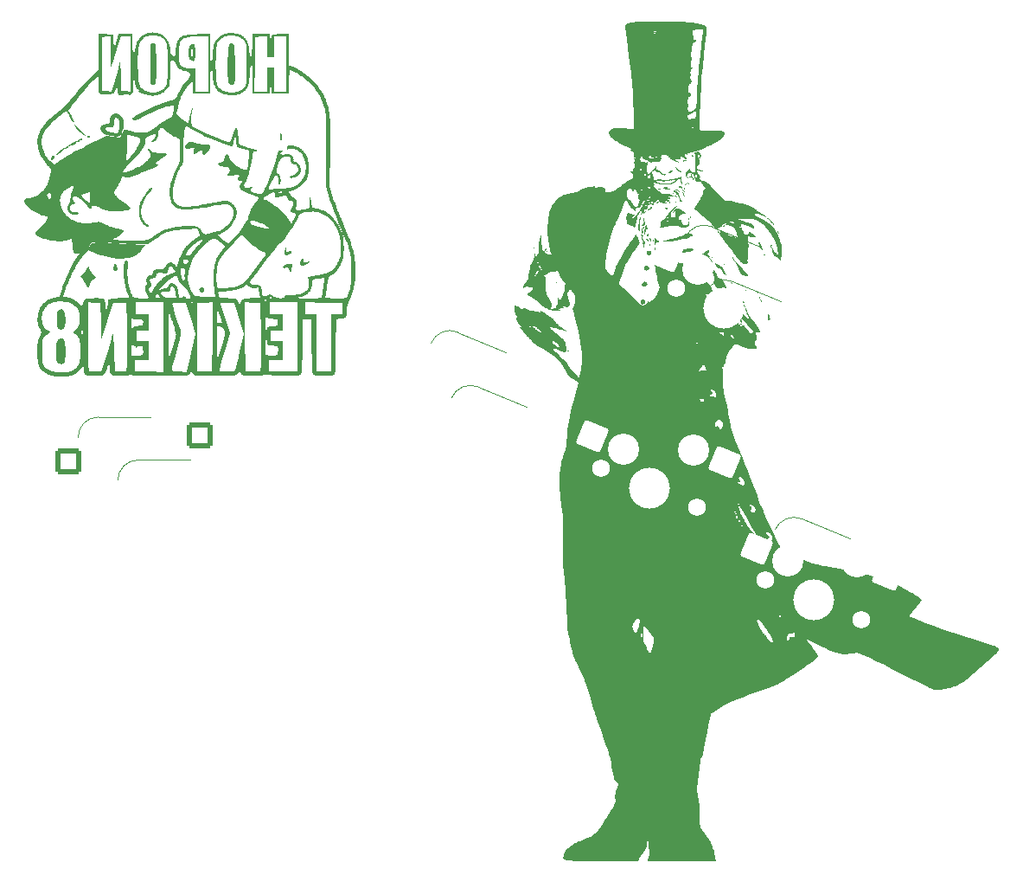
<source format=gbr>
%TF.GenerationSoftware,KiCad,Pcbnew,8.0.4*%
%TF.CreationDate,2024-07-30T01:54:57-07:00*%
%TF.ProjectId,3board_a,33626f61-7264-45f6-912e-6b696361645f,rev?*%
%TF.SameCoordinates,Original*%
%TF.FileFunction,Legend,Bot*%
%TF.FilePolarity,Positive*%
%FSLAX46Y46*%
G04 Gerber Fmt 4.6, Leading zero omitted, Abs format (unit mm)*
G04 Created by KiCad (PCBNEW 8.0.4) date 2024-07-30 01:54:57*
%MOMM*%
%LPD*%
G01*
G04 APERTURE LIST*
G04 Aperture macros list*
%AMRoundRect*
0 Rectangle with rounded corners*
0 $1 Rounding radius*
0 $2 $3 $4 $5 $6 $7 $8 $9 X,Y pos of 4 corners*
0 Add a 4 corners polygon primitive as box body*
4,1,4,$2,$3,$4,$5,$6,$7,$8,$9,$2,$3,0*
0 Add four circle primitives for the rounded corners*
1,1,$1+$1,$2,$3*
1,1,$1+$1,$4,$5*
1,1,$1+$1,$6,$7*
1,1,$1+$1,$8,$9*
0 Add four rect primitives between the rounded corners*
20,1,$1+$1,$2,$3,$4,$5,0*
20,1,$1+$1,$4,$5,$6,$7,0*
20,1,$1+$1,$6,$7,$8,$9,0*
20,1,$1+$1,$8,$9,$2,$3,0*%
G04 Aperture macros list end*
%ADD10C,0.000000*%
%ADD11C,0.120000*%
%ADD12R,1.000000X1.000000*%
%ADD13C,1.750000*%
%ADD14C,3.050000*%
%ADD15C,4.000000*%
%ADD16RoundRect,0.250000X-1.329660X-0.531629X0.564293X-1.316130X1.329660X0.531629X-0.564293X1.316130X0*%
%ADD17C,0.600000*%
%ADD18O,1.000000X2.000000*%
%ADD19O,1.000000X1.700000*%
%ADD20C,1.400000*%
%ADD21C,3.200000*%
%ADD22RoundRect,0.250000X-1.025000X-1.000000X1.025000X-1.000000X1.025000X1.000000X-1.025000X1.000000X0*%
G04 APERTURE END LIST*
D10*
G36*
X74258829Y-48533314D02*
G01*
X74260026Y-48533945D01*
X74261167Y-48534893D01*
X74262255Y-48536159D01*
X74263291Y-48537744D01*
X74264277Y-48539649D01*
X74265215Y-48541873D01*
X74266107Y-48544419D01*
X74266954Y-48547286D01*
X74268521Y-48553987D01*
X74269933Y-48561984D01*
X74271203Y-48571280D01*
X74272345Y-48581883D01*
X74273376Y-48593797D01*
X74274308Y-48607028D01*
X74275158Y-48621582D01*
X74275939Y-48637464D01*
X74277355Y-48673235D01*
X74278672Y-48714387D01*
X74280297Y-48752053D01*
X74282947Y-48785530D01*
X74286840Y-48814969D01*
X74289322Y-48828219D01*
X74292197Y-48840516D01*
X74295494Y-48851877D01*
X74299238Y-48862320D01*
X74303459Y-48871865D01*
X74308183Y-48880529D01*
X74313438Y-48888332D01*
X74319251Y-48895292D01*
X74325650Y-48901428D01*
X74332662Y-48906757D01*
X74340315Y-48911299D01*
X74348637Y-48915072D01*
X74357654Y-48918094D01*
X74367394Y-48920385D01*
X74377885Y-48921962D01*
X74389155Y-48922844D01*
X74401230Y-48923050D01*
X74414138Y-48922599D01*
X74427907Y-48921508D01*
X74442564Y-48919796D01*
X74474653Y-48914585D01*
X74510624Y-48907113D01*
X74550697Y-48897529D01*
X74578392Y-48891084D01*
X74604601Y-48885990D01*
X74629310Y-48882205D01*
X74652505Y-48879685D01*
X74674173Y-48878385D01*
X74694298Y-48878262D01*
X74712867Y-48879272D01*
X74729865Y-48881370D01*
X74745279Y-48884514D01*
X74759095Y-48888659D01*
X74771298Y-48893761D01*
X74781875Y-48899777D01*
X74790810Y-48906662D01*
X74798091Y-48914373D01*
X74803702Y-48922866D01*
X74807631Y-48932096D01*
X74809862Y-48942021D01*
X74810382Y-48952596D01*
X74809176Y-48963777D01*
X74806231Y-48975520D01*
X74801532Y-48987782D01*
X74795066Y-49000519D01*
X74786817Y-49013686D01*
X74776773Y-49027240D01*
X74764919Y-49041138D01*
X74751240Y-49055334D01*
X74735723Y-49069785D01*
X74718354Y-49084448D01*
X74699118Y-49099279D01*
X74678002Y-49114232D01*
X74654991Y-49129266D01*
X74630072Y-49144335D01*
X74587300Y-49168262D01*
X74546054Y-49189363D01*
X74506369Y-49207673D01*
X74468275Y-49223225D01*
X74431806Y-49236053D01*
X74396994Y-49246190D01*
X74363872Y-49253672D01*
X74332472Y-49258531D01*
X74302828Y-49260802D01*
X74274970Y-49260519D01*
X74248933Y-49257715D01*
X74224749Y-49252424D01*
X74202449Y-49244680D01*
X74182068Y-49234517D01*
X74163637Y-49221969D01*
X74147189Y-49207070D01*
X74132756Y-49189854D01*
X74120371Y-49170354D01*
X74110068Y-49148604D01*
X74101877Y-49124639D01*
X74095832Y-49098492D01*
X74091966Y-49070197D01*
X74090310Y-49039787D01*
X74090899Y-49007298D01*
X74093763Y-48972762D01*
X74098936Y-48936214D01*
X74106450Y-48897687D01*
X74116338Y-48857216D01*
X74128632Y-48814833D01*
X74143366Y-48770574D01*
X74160571Y-48724472D01*
X74180280Y-48676561D01*
X74195355Y-48641721D01*
X74208695Y-48611625D01*
X74220416Y-48586320D01*
X74230634Y-48565853D01*
X74235217Y-48557448D01*
X74239468Y-48550271D01*
X74243402Y-48544327D01*
X74247033Y-48539623D01*
X74250377Y-48536163D01*
X74253448Y-48533954D01*
X74256260Y-48533003D01*
X74257574Y-48533000D01*
X74258829Y-48533314D01*
G37*
G36*
X112377016Y-44008362D02*
G01*
X112378652Y-44008619D01*
X112380370Y-44009042D01*
X112382165Y-44009626D01*
X112384034Y-44010368D01*
X112385972Y-44011263D01*
X112387974Y-44012307D01*
X112390035Y-44013495D01*
X112394319Y-44016290D01*
X112398787Y-44019613D01*
X112403403Y-44023430D01*
X112408130Y-44027707D01*
X112412933Y-44032410D01*
X112417775Y-44037506D01*
X112422620Y-44042960D01*
X112427431Y-44048739D01*
X112432173Y-44054809D01*
X112436809Y-44061135D01*
X112441303Y-44067685D01*
X112445618Y-44074423D01*
X112447622Y-44077813D01*
X112449419Y-44081161D01*
X112451011Y-44084461D01*
X112452399Y-44087710D01*
X112453587Y-44090903D01*
X112454575Y-44094036D01*
X112455365Y-44097105D01*
X112455960Y-44100105D01*
X112456361Y-44103033D01*
X112456570Y-44105884D01*
X112456589Y-44108654D01*
X112456420Y-44111338D01*
X112456064Y-44113933D01*
X112455525Y-44116434D01*
X112454802Y-44118837D01*
X112453899Y-44121137D01*
X112452818Y-44123331D01*
X112451559Y-44125414D01*
X112450126Y-44127382D01*
X112448519Y-44129231D01*
X112446741Y-44130956D01*
X112444794Y-44132554D01*
X112442679Y-44134019D01*
X112440399Y-44135348D01*
X112437955Y-44136537D01*
X112435349Y-44137581D01*
X112432583Y-44138476D01*
X112429659Y-44139218D01*
X112426579Y-44139802D01*
X112423344Y-44140225D01*
X112419958Y-44140481D01*
X112416420Y-44140568D01*
X112412830Y-44140481D01*
X112409285Y-44140225D01*
X112405791Y-44139802D01*
X112402351Y-44139218D01*
X112398970Y-44138476D01*
X112395653Y-44137581D01*
X112392404Y-44136537D01*
X112389227Y-44135348D01*
X112386127Y-44134019D01*
X112383109Y-44132554D01*
X112380177Y-44130956D01*
X112377335Y-44129231D01*
X112374589Y-44127382D01*
X112371941Y-44125414D01*
X112369398Y-44123331D01*
X112366963Y-44121137D01*
X112364641Y-44118837D01*
X112362436Y-44116434D01*
X112360353Y-44113933D01*
X112358397Y-44111338D01*
X112356571Y-44108654D01*
X112354880Y-44105884D01*
X112353329Y-44103033D01*
X112351923Y-44100105D01*
X112350665Y-44097105D01*
X112349560Y-44094036D01*
X112348613Y-44090903D01*
X112347828Y-44087710D01*
X112347210Y-44084461D01*
X112346763Y-44081161D01*
X112346491Y-44077813D01*
X112346400Y-44074423D01*
X112346550Y-44067685D01*
X112346990Y-44061135D01*
X112347707Y-44054809D01*
X112348684Y-44048739D01*
X112349909Y-44042960D01*
X112351365Y-44037506D01*
X112353038Y-44032410D01*
X112354915Y-44027707D01*
X112356979Y-44023430D01*
X112359217Y-44019613D01*
X112361614Y-44016290D01*
X112364154Y-44013495D01*
X112366825Y-44011263D01*
X112368204Y-44010368D01*
X112369610Y-44009626D01*
X112371042Y-44009042D01*
X112372496Y-44008619D01*
X112373972Y-44008362D01*
X112375468Y-44008276D01*
X112377016Y-44008362D01*
G37*
G36*
X110802912Y-42751818D02*
G01*
X110820199Y-42752738D01*
X110836525Y-42754233D01*
X110851817Y-42756272D01*
X110866001Y-42758824D01*
X110879004Y-42761857D01*
X110890752Y-42765341D01*
X110901172Y-42769245D01*
X110910190Y-42773537D01*
X110917733Y-42778186D01*
X110923726Y-42783161D01*
X110926119Y-42785761D01*
X110928097Y-42788431D01*
X110929651Y-42791167D01*
X110930771Y-42793965D01*
X110931450Y-42796821D01*
X110931676Y-42799731D01*
X110931442Y-42802692D01*
X110930737Y-42805700D01*
X110929554Y-42808749D01*
X110927881Y-42811838D01*
X110923680Y-42817844D01*
X110918796Y-42823413D01*
X110913270Y-42828547D01*
X110907142Y-42833249D01*
X110900449Y-42837519D01*
X110893232Y-42841361D01*
X110885530Y-42844776D01*
X110877383Y-42847767D01*
X110868829Y-42850335D01*
X110859909Y-42852482D01*
X110850661Y-42854211D01*
X110841125Y-42855524D01*
X110831340Y-42856422D01*
X110821345Y-42856908D01*
X110800886Y-42856651D01*
X110780061Y-42854770D01*
X110759186Y-42851280D01*
X110738575Y-42846199D01*
X110728467Y-42843067D01*
X110718543Y-42839543D01*
X110708843Y-42835630D01*
X110699406Y-42831329D01*
X110690271Y-42826642D01*
X110681477Y-42821572D01*
X110673065Y-42816120D01*
X110665073Y-42810289D01*
X110657540Y-42804080D01*
X110650507Y-42797497D01*
X110648385Y-42795138D01*
X110646755Y-42792810D01*
X110645611Y-42790515D01*
X110644943Y-42788255D01*
X110644743Y-42786035D01*
X110645001Y-42783856D01*
X110645710Y-42781722D01*
X110646861Y-42779635D01*
X110648446Y-42777599D01*
X110650455Y-42775617D01*
X110652880Y-42773691D01*
X110655713Y-42771824D01*
X110658945Y-42770020D01*
X110662567Y-42768281D01*
X110666571Y-42766611D01*
X110670948Y-42765012D01*
X110675690Y-42763486D01*
X110680788Y-42762038D01*
X110686234Y-42760670D01*
X110692018Y-42759385D01*
X110698133Y-42758186D01*
X110704569Y-42757075D01*
X110711318Y-42756057D01*
X110718372Y-42755133D01*
X110725722Y-42754306D01*
X110733360Y-42753581D01*
X110741276Y-42752959D01*
X110749463Y-42752443D01*
X110757911Y-42752037D01*
X110766612Y-42751743D01*
X110775557Y-42751565D01*
X110784739Y-42751505D01*
X110802912Y-42751818D01*
G37*
G36*
X110239130Y-47737941D02*
G01*
X110242477Y-47738341D01*
X110245778Y-47739000D01*
X110249027Y-47739911D01*
X110252220Y-47741067D01*
X110255353Y-47742463D01*
X110258422Y-47744090D01*
X110261423Y-47745943D01*
X110264351Y-47748016D01*
X110267202Y-47750300D01*
X110272656Y-47755480D01*
X110277752Y-47761431D01*
X110282455Y-47768099D01*
X110286732Y-47775431D01*
X110290549Y-47783376D01*
X110293872Y-47791879D01*
X110296666Y-47800889D01*
X110298899Y-47810351D01*
X110300536Y-47820214D01*
X110301543Y-47830424D01*
X110301886Y-47840929D01*
X110301799Y-47846162D01*
X110301543Y-47851222D01*
X110301120Y-47856107D01*
X110300536Y-47860811D01*
X110299794Y-47865331D01*
X110298899Y-47869663D01*
X110297855Y-47873802D01*
X110296666Y-47877746D01*
X110295337Y-47881489D01*
X110293872Y-47885028D01*
X110292274Y-47888359D01*
X110290549Y-47891478D01*
X110288700Y-47894381D01*
X110286732Y-47897063D01*
X110284649Y-47899522D01*
X110282455Y-47901753D01*
X110280155Y-47903751D01*
X110277752Y-47905514D01*
X110275251Y-47907036D01*
X110272656Y-47908315D01*
X110269971Y-47909345D01*
X110267202Y-47910124D01*
X110264351Y-47910646D01*
X110261423Y-47910909D01*
X110258422Y-47910907D01*
X110255353Y-47910638D01*
X110252220Y-47910097D01*
X110249027Y-47909279D01*
X110245778Y-47908182D01*
X110242477Y-47906801D01*
X110239130Y-47905132D01*
X110235739Y-47903172D01*
X110229001Y-47898684D01*
X110222451Y-47893689D01*
X110216125Y-47888239D01*
X110210055Y-47882387D01*
X110204276Y-47876186D01*
X110198822Y-47869689D01*
X110193726Y-47862948D01*
X110189023Y-47856016D01*
X110184746Y-47848947D01*
X110180929Y-47841793D01*
X110177606Y-47834607D01*
X110174812Y-47827442D01*
X110172579Y-47820351D01*
X110170942Y-47813386D01*
X110169935Y-47806601D01*
X110169679Y-47803293D01*
X110169592Y-47800049D01*
X110169679Y-47796858D01*
X110169935Y-47793708D01*
X110170358Y-47790603D01*
X110170942Y-47787546D01*
X110171684Y-47784541D01*
X110172579Y-47781593D01*
X110173623Y-47778705D01*
X110174812Y-47775881D01*
X110176141Y-47773126D01*
X110177606Y-47770443D01*
X110179204Y-47767837D01*
X110180929Y-47765311D01*
X110182778Y-47762869D01*
X110184746Y-47760516D01*
X110186829Y-47758255D01*
X110189023Y-47756090D01*
X110191323Y-47754026D01*
X110193726Y-47752066D01*
X110196227Y-47750214D01*
X110198822Y-47748474D01*
X110201507Y-47746850D01*
X110204276Y-47745347D01*
X110207127Y-47743968D01*
X110210055Y-47742718D01*
X110213056Y-47741599D01*
X110216125Y-47740617D01*
X110219258Y-47739775D01*
X110222451Y-47739077D01*
X110225700Y-47738527D01*
X110229001Y-47738129D01*
X110232348Y-47737888D01*
X110235739Y-47737806D01*
X110239130Y-47737941D01*
G37*
G36*
X114168251Y-41743427D02*
G01*
X114170454Y-41743600D01*
X114172614Y-41743918D01*
X114174730Y-41744381D01*
X114176799Y-41744988D01*
X114178820Y-41745735D01*
X114180791Y-41746623D01*
X114182711Y-41747648D01*
X114184576Y-41748810D01*
X114186387Y-41750106D01*
X114188141Y-41751536D01*
X114189836Y-41753097D01*
X114191470Y-41754788D01*
X114193042Y-41756607D01*
X114194549Y-41758552D01*
X114195991Y-41760623D01*
X114197365Y-41762816D01*
X114198670Y-41765131D01*
X114199903Y-41767566D01*
X114201063Y-41770119D01*
X114202148Y-41772789D01*
X114203157Y-41775574D01*
X114204088Y-41778472D01*
X114204938Y-41781482D01*
X114205706Y-41784601D01*
X114206391Y-41787829D01*
X114206990Y-41791164D01*
X114207502Y-41794604D01*
X114207924Y-41798147D01*
X114208256Y-41801792D01*
X114208495Y-41805537D01*
X114208640Y-41809380D01*
X114208689Y-41813320D01*
X114208346Y-41823826D01*
X114207339Y-41834040D01*
X114205702Y-41843907D01*
X114203470Y-41853376D01*
X114200675Y-41862393D01*
X114197352Y-41870905D01*
X114193535Y-41878859D01*
X114189258Y-41886201D01*
X114184555Y-41892878D01*
X114179459Y-41898838D01*
X114174005Y-41904027D01*
X114171154Y-41906315D01*
X114168226Y-41908391D01*
X114165225Y-41910248D01*
X114162156Y-41911878D01*
X114159023Y-41913276D01*
X114155830Y-41914435D01*
X114152581Y-41915348D01*
X114149280Y-41916008D01*
X114145933Y-41916409D01*
X114142542Y-41916544D01*
X114139151Y-41916462D01*
X114135804Y-41916221D01*
X114132503Y-41915823D01*
X114129254Y-41915272D01*
X114126061Y-41914574D01*
X114122928Y-41913731D01*
X114119859Y-41912748D01*
X114116858Y-41911628D01*
X114113930Y-41910377D01*
X114111079Y-41908996D01*
X114108309Y-41907492D01*
X114105625Y-41905868D01*
X114103030Y-41904127D01*
X114100529Y-41902274D01*
X114098127Y-41900312D01*
X114095826Y-41898246D01*
X114093632Y-41896080D01*
X114091549Y-41893818D01*
X114089581Y-41891463D01*
X114087733Y-41889020D01*
X114086008Y-41886493D01*
X114084410Y-41883886D01*
X114082945Y-41881202D01*
X114081616Y-41878446D01*
X114080427Y-41875621D01*
X114079384Y-41872732D01*
X114078489Y-41869783D01*
X114077747Y-41866778D01*
X114077163Y-41863720D01*
X114076740Y-41860615D01*
X114076484Y-41857464D01*
X114076397Y-41854274D01*
X114076484Y-41851030D01*
X114076740Y-41847721D01*
X114077747Y-41840937D01*
X114079384Y-41833974D01*
X114081616Y-41826885D01*
X114084410Y-41819722D01*
X114087733Y-41812538D01*
X114091549Y-41805387D01*
X114095826Y-41798321D01*
X114100529Y-41791392D01*
X114105625Y-41784654D01*
X114111079Y-41778158D01*
X114116858Y-41771959D01*
X114122928Y-41766109D01*
X114129254Y-41760660D01*
X114135804Y-41755666D01*
X114142542Y-41751179D01*
X114144243Y-41750161D01*
X114145934Y-41749217D01*
X114147615Y-41748346D01*
X114149285Y-41747547D01*
X114150943Y-41746819D01*
X114152589Y-41746163D01*
X114154223Y-41745578D01*
X114155843Y-41745064D01*
X114157449Y-41744619D01*
X114159041Y-41744244D01*
X114160617Y-41743938D01*
X114162178Y-41743700D01*
X114163722Y-41743531D01*
X114165250Y-41743429D01*
X114166760Y-41743395D01*
X114168251Y-41743427D01*
G37*
G36*
X112834888Y-42448992D02*
G01*
X112837640Y-42449388D01*
X112840105Y-42450007D01*
X112842282Y-42450848D01*
X112844172Y-42451912D01*
X112845008Y-42452528D01*
X112845773Y-42453199D01*
X112846465Y-42453925D01*
X112847085Y-42454706D01*
X112847632Y-42455543D01*
X112848107Y-42456435D01*
X112848510Y-42457383D01*
X112848841Y-42458385D01*
X112849099Y-42459443D01*
X112849285Y-42460556D01*
X112849398Y-42461724D01*
X112849439Y-42462947D01*
X112849407Y-42464225D01*
X112849303Y-42465558D01*
X112849127Y-42466946D01*
X112848877Y-42468390D01*
X112848556Y-42469888D01*
X112848161Y-42471441D01*
X112847694Y-42473049D01*
X112847154Y-42474712D01*
X112846542Y-42476429D01*
X112845857Y-42478202D01*
X112845099Y-42480029D01*
X112844268Y-42481911D01*
X112842388Y-42485840D01*
X112840217Y-42489987D01*
X112837754Y-42494353D01*
X112834999Y-42498938D01*
X112832283Y-42503459D01*
X112829851Y-42507771D01*
X112827703Y-42511874D01*
X112825838Y-42515768D01*
X112824255Y-42519453D01*
X112822953Y-42522926D01*
X112821933Y-42526189D01*
X112821193Y-42529240D01*
X112820733Y-42532080D01*
X112820552Y-42534707D01*
X112820649Y-42537122D01*
X112821024Y-42539323D01*
X112821677Y-42541310D01*
X112822606Y-42543084D01*
X112823811Y-42544642D01*
X112825291Y-42545985D01*
X112827046Y-42547113D01*
X112829075Y-42548025D01*
X112831377Y-42548719D01*
X112833952Y-42549197D01*
X112836800Y-42549457D01*
X112839919Y-42549500D01*
X112843308Y-42549323D01*
X112846968Y-42548928D01*
X112850898Y-42548313D01*
X112855097Y-42547478D01*
X112859563Y-42546423D01*
X112864298Y-42545146D01*
X112869300Y-42543649D01*
X112874568Y-42541929D01*
X112885901Y-42537823D01*
X112891218Y-42535977D01*
X112896642Y-42534474D01*
X112902163Y-42533310D01*
X112907772Y-42532478D01*
X112913461Y-42531976D01*
X112919219Y-42531797D01*
X112925037Y-42531939D01*
X112930905Y-42532395D01*
X112936816Y-42533162D01*
X112942758Y-42534234D01*
X112948724Y-42535607D01*
X112954703Y-42537277D01*
X112960686Y-42539239D01*
X112966664Y-42541488D01*
X112978568Y-42546828D01*
X112990339Y-42553262D01*
X113001903Y-42560753D01*
X113013186Y-42569262D01*
X113024112Y-42578754D01*
X113034608Y-42589191D01*
X113044598Y-42600536D01*
X113054008Y-42612752D01*
X113062763Y-42625803D01*
X113070434Y-42638607D01*
X113077249Y-42651052D01*
X113083200Y-42663074D01*
X113088280Y-42674608D01*
X113092480Y-42685590D01*
X113095793Y-42695955D01*
X113098210Y-42705639D01*
X113099725Y-42714578D01*
X113100329Y-42722706D01*
X113100014Y-42729960D01*
X113099510Y-42733238D01*
X113098773Y-42736274D01*
X113097802Y-42739059D01*
X113096597Y-42741585D01*
X113095157Y-42743844D01*
X113093480Y-42745828D01*
X113091565Y-42747529D01*
X113089412Y-42748939D01*
X113087020Y-42750050D01*
X113084387Y-42750853D01*
X113081513Y-42751340D01*
X113078396Y-42751505D01*
X113075119Y-42751411D01*
X113071768Y-42751133D01*
X113064874Y-42750041D01*
X113057769Y-42748265D01*
X113050507Y-42745843D01*
X113043145Y-42742812D01*
X113035735Y-42739206D01*
X113028334Y-42735064D01*
X113020997Y-42730422D01*
X113013778Y-42725316D01*
X113006732Y-42719784D01*
X112999914Y-42713861D01*
X112993379Y-42707585D01*
X112987182Y-42700991D01*
X112981377Y-42694118D01*
X112976021Y-42687000D01*
X112971167Y-42679676D01*
X112968726Y-42676034D01*
X112965993Y-42672522D01*
X112962978Y-42669143D01*
X112959694Y-42665900D01*
X112956149Y-42662795D01*
X112952356Y-42659831D01*
X112948325Y-42657010D01*
X112944067Y-42654334D01*
X112939593Y-42651807D01*
X112934913Y-42649431D01*
X112930038Y-42647208D01*
X112924980Y-42645140D01*
X112919749Y-42643231D01*
X112914356Y-42641483D01*
X112903128Y-42638480D01*
X112891381Y-42636150D01*
X112879202Y-42634514D01*
X112866679Y-42633592D01*
X112853898Y-42633405D01*
X112840946Y-42633972D01*
X112827909Y-42635313D01*
X112814874Y-42637450D01*
X112808384Y-42638823D01*
X112801928Y-42640402D01*
X112788105Y-42643539D01*
X112775059Y-42645557D01*
X112762799Y-42646510D01*
X112751329Y-42646456D01*
X112740659Y-42645448D01*
X112730793Y-42643544D01*
X112721740Y-42640798D01*
X112713507Y-42637267D01*
X112706099Y-42633006D01*
X112699525Y-42628071D01*
X112693791Y-42622517D01*
X112688904Y-42616401D01*
X112684870Y-42609778D01*
X112681698Y-42602704D01*
X112679393Y-42595234D01*
X112677963Y-42587425D01*
X112677415Y-42579331D01*
X112677756Y-42571010D01*
X112678992Y-42562515D01*
X112681130Y-42553904D01*
X112684178Y-42545231D01*
X112688142Y-42536553D01*
X112693029Y-42527926D01*
X112698847Y-42519404D01*
X112705601Y-42511044D01*
X112713300Y-42502901D01*
X112721950Y-42495032D01*
X112731557Y-42487491D01*
X112742130Y-42480335D01*
X112753674Y-42473619D01*
X112766197Y-42467399D01*
X112779705Y-42461731D01*
X112785853Y-42459431D01*
X112791722Y-42457357D01*
X112797310Y-42455509D01*
X112802617Y-42453886D01*
X112807642Y-42452489D01*
X112812386Y-42451316D01*
X112816846Y-42450369D01*
X112821024Y-42449645D01*
X112824917Y-42449146D01*
X112828526Y-42448871D01*
X112831850Y-42448820D01*
X112834888Y-42448992D01*
G37*
G36*
X54262201Y-37876079D02*
G01*
X54270016Y-37877059D01*
X54277273Y-37878555D01*
X54283984Y-37880569D01*
X54290158Y-37883101D01*
X54295808Y-37886155D01*
X54300943Y-37889731D01*
X54305575Y-37893832D01*
X54309715Y-37898459D01*
X54313372Y-37903614D01*
X54316559Y-37909299D01*
X54319286Y-37915515D01*
X54321563Y-37922265D01*
X54323402Y-37929550D01*
X54324814Y-37937372D01*
X54325808Y-37945733D01*
X54326397Y-37954634D01*
X54326591Y-37964078D01*
X54326407Y-37971149D01*
X54325859Y-37977990D01*
X54324958Y-37984596D01*
X54323711Y-37990962D01*
X54322129Y-37997081D01*
X54320220Y-38002948D01*
X54317993Y-38008558D01*
X54315457Y-38013905D01*
X54312622Y-38018985D01*
X54309495Y-38023791D01*
X54306088Y-38028318D01*
X54302407Y-38032560D01*
X54298463Y-38036512D01*
X54294265Y-38040170D01*
X54289821Y-38043526D01*
X54285141Y-38046576D01*
X54280233Y-38049314D01*
X54275107Y-38051735D01*
X54269772Y-38053833D01*
X54264236Y-38055603D01*
X54258509Y-38057040D01*
X54252600Y-38058137D01*
X54246518Y-38058890D01*
X54240272Y-38059293D01*
X54233871Y-38059341D01*
X54227324Y-38059027D01*
X54220640Y-38058347D01*
X54213828Y-38057296D01*
X54206897Y-38055867D01*
X54199856Y-38054055D01*
X54192714Y-38051855D01*
X54185481Y-38049262D01*
X54178248Y-38046654D01*
X54171107Y-38044412D01*
X54164066Y-38042531D01*
X54157135Y-38041007D01*
X54150323Y-38039833D01*
X54143639Y-38039007D01*
X54137092Y-38038522D01*
X54130691Y-38038374D01*
X54124445Y-38038559D01*
X54118363Y-38039072D01*
X54112454Y-38039907D01*
X54106727Y-38041060D01*
X54101192Y-38042527D01*
X54095856Y-38044302D01*
X54090730Y-38046381D01*
X54085822Y-38048759D01*
X54081142Y-38051432D01*
X54076698Y-38054394D01*
X54072500Y-38057640D01*
X54068556Y-38061167D01*
X54064875Y-38064969D01*
X54061467Y-38069041D01*
X54058341Y-38073379D01*
X54055505Y-38077978D01*
X54052970Y-38082833D01*
X54050743Y-38087940D01*
X54048833Y-38093293D01*
X54047251Y-38098888D01*
X54046004Y-38104720D01*
X54045103Y-38110785D01*
X54044555Y-38117077D01*
X54044371Y-38123592D01*
X54044163Y-38130103D01*
X54043548Y-38136373D01*
X54042535Y-38142399D01*
X54041134Y-38148175D01*
X54039355Y-38153697D01*
X54037209Y-38158961D01*
X54034705Y-38163964D01*
X54031855Y-38168699D01*
X54028667Y-38173163D01*
X54025152Y-38177353D01*
X54021320Y-38181262D01*
X54017182Y-38184888D01*
X54012747Y-38188226D01*
X54008026Y-38191271D01*
X54003029Y-38194020D01*
X53997765Y-38196467D01*
X53992245Y-38198609D01*
X53986480Y-38200441D01*
X53980479Y-38201959D01*
X53974252Y-38203159D01*
X53967810Y-38204036D01*
X53961162Y-38204586D01*
X53954319Y-38204804D01*
X53947291Y-38204688D01*
X53940088Y-38204231D01*
X53932721Y-38203430D01*
X53925198Y-38202280D01*
X53917531Y-38200777D01*
X53909730Y-38198918D01*
X53901805Y-38196697D01*
X53885621Y-38191152D01*
X53876782Y-38187936D01*
X53868136Y-38185141D01*
X53859687Y-38182764D01*
X53851442Y-38180801D01*
X53843407Y-38179250D01*
X53835587Y-38178106D01*
X53827989Y-38177367D01*
X53820617Y-38177030D01*
X53813479Y-38177091D01*
X53806578Y-38177547D01*
X53799923Y-38178395D01*
X53793517Y-38179631D01*
X53787368Y-38181252D01*
X53781480Y-38183255D01*
X53775860Y-38185636D01*
X53770514Y-38188393D01*
X53765446Y-38191521D01*
X53760664Y-38195019D01*
X53756172Y-38198882D01*
X53751977Y-38203107D01*
X53748084Y-38207691D01*
X53744499Y-38212631D01*
X53741228Y-38217923D01*
X53738277Y-38223564D01*
X53735651Y-38229551D01*
X53733357Y-38235880D01*
X53731399Y-38242549D01*
X53729785Y-38249554D01*
X53728519Y-38256891D01*
X53727608Y-38264558D01*
X53727057Y-38272551D01*
X53726872Y-38280867D01*
X53726426Y-38289157D01*
X53725099Y-38297453D01*
X53722908Y-38305745D01*
X53719868Y-38314023D01*
X53711308Y-38330500D01*
X53699550Y-38346807D01*
X53684724Y-38362865D01*
X53666961Y-38378598D01*
X53646391Y-38393928D01*
X53623145Y-38408778D01*
X53597352Y-38423071D01*
X53569143Y-38436727D01*
X53538649Y-38449672D01*
X53505999Y-38461826D01*
X53471325Y-38473112D01*
X53434756Y-38483454D01*
X53396423Y-38492772D01*
X53356456Y-38500991D01*
X53318722Y-38508521D01*
X53282047Y-38516725D01*
X53246619Y-38525522D01*
X53212630Y-38534832D01*
X53180268Y-38544575D01*
X53149724Y-38554672D01*
X53121188Y-38565041D01*
X53094849Y-38575603D01*
X53070898Y-38586277D01*
X53049524Y-38596983D01*
X53039863Y-38602323D01*
X53030917Y-38607641D01*
X53022711Y-38612927D01*
X53015268Y-38618171D01*
X53008611Y-38623363D01*
X53002765Y-38628493D01*
X52997753Y-38633550D01*
X52993600Y-38638525D01*
X52990328Y-38643409D01*
X52987961Y-38648190D01*
X52986524Y-38652858D01*
X52986039Y-38657405D01*
X52985764Y-38661948D01*
X52984945Y-38666607D01*
X52983596Y-38671372D01*
X52981732Y-38676233D01*
X52976510Y-38686204D01*
X52969387Y-38696441D01*
X52960470Y-38706865D01*
X52949869Y-38717397D01*
X52937692Y-38727958D01*
X52924045Y-38738470D01*
X52909039Y-38748853D01*
X52892781Y-38759029D01*
X52875378Y-38768919D01*
X52856941Y-38778443D01*
X52837576Y-38787523D01*
X52817391Y-38796080D01*
X52796496Y-38804035D01*
X52774998Y-38811309D01*
X52752811Y-38818787D01*
X52729892Y-38827340D01*
X52706419Y-38836868D01*
X52682568Y-38847274D01*
X52658515Y-38858457D01*
X52634436Y-38870319D01*
X52610508Y-38882760D01*
X52586907Y-38895683D01*
X52563810Y-38908987D01*
X52541393Y-38922573D01*
X52519831Y-38936343D01*
X52499303Y-38950197D01*
X52479983Y-38964037D01*
X52462049Y-38977764D01*
X52445676Y-38991277D01*
X52431041Y-39004480D01*
X52398940Y-39033478D01*
X52358554Y-39067587D01*
X52311512Y-39105555D01*
X52259446Y-39146131D01*
X52203985Y-39188064D01*
X52146760Y-39230103D01*
X52089402Y-39270997D01*
X52033540Y-39309495D01*
X52033534Y-39309496D01*
X51965991Y-39354698D01*
X51907120Y-39393092D01*
X51856895Y-39424620D01*
X51815292Y-39449223D01*
X51782286Y-39466843D01*
X51768998Y-39473017D01*
X51757851Y-39477423D01*
X51748840Y-39480054D01*
X51741962Y-39480903D01*
X51737215Y-39479963D01*
X51734596Y-39477226D01*
X51734100Y-39472685D01*
X51735726Y-39466332D01*
X51739469Y-39458162D01*
X51745328Y-39448165D01*
X51763377Y-39422666D01*
X51789847Y-39389775D01*
X51824715Y-39349436D01*
X51867955Y-39301590D01*
X51919542Y-39246179D01*
X51979451Y-39183144D01*
X52011457Y-39150570D01*
X52044800Y-39118213D01*
X52079213Y-39086271D01*
X52114426Y-39054940D01*
X52150172Y-39024418D01*
X52186184Y-38994902D01*
X52222194Y-38966589D01*
X52257932Y-38939677D01*
X52293133Y-38914362D01*
X52327527Y-38890843D01*
X52360847Y-38869315D01*
X52392826Y-38849977D01*
X52423194Y-38833025D01*
X52451684Y-38818658D01*
X52478029Y-38807071D01*
X52501961Y-38798462D01*
X52524594Y-38791131D01*
X52547132Y-38783290D01*
X52569434Y-38775011D01*
X52591361Y-38766366D01*
X52612773Y-38757425D01*
X52633530Y-38748259D01*
X52653493Y-38738939D01*
X52672521Y-38729537D01*
X52690477Y-38720123D01*
X52707218Y-38710769D01*
X52722607Y-38701545D01*
X52736504Y-38692523D01*
X52748768Y-38683773D01*
X52759260Y-38675368D01*
X52767840Y-38667377D01*
X52771370Y-38663559D01*
X52774370Y-38659872D01*
X52798069Y-38636306D01*
X52839362Y-38604071D01*
X52966198Y-38518444D01*
X53137820Y-38412700D01*
X53337170Y-38296548D01*
X53547191Y-38179697D01*
X53750824Y-38071855D01*
X53931013Y-37982731D01*
X54006984Y-37948222D01*
X54070698Y-37922034D01*
X54104936Y-37909443D01*
X54120986Y-37903883D01*
X54136337Y-37898815D01*
X54151001Y-37894241D01*
X54164988Y-37890163D01*
X54178308Y-37886583D01*
X54190974Y-37883503D01*
X54202995Y-37880924D01*
X54214383Y-37878848D01*
X54225149Y-37877277D01*
X54235302Y-37876213D01*
X54244855Y-37875658D01*
X54253818Y-37875612D01*
X54262201Y-37876079D01*
G37*
G36*
X109294294Y-46490764D02*
G01*
X109296005Y-46491327D01*
X109297592Y-46492349D01*
X109299059Y-46493832D01*
X109300408Y-46495775D01*
X109301643Y-46498182D01*
X109302767Y-46501052D01*
X109303783Y-46504389D01*
X109304695Y-46508194D01*
X109305504Y-46512467D01*
X109306830Y-46522427D01*
X109307787Y-46534281D01*
X109308399Y-46548041D01*
X109308691Y-46563719D01*
X109308646Y-46569652D01*
X109308409Y-46575511D01*
X109307984Y-46581286D01*
X109307377Y-46586972D01*
X109306592Y-46592560D01*
X109305633Y-46598043D01*
X109304506Y-46603413D01*
X109303215Y-46608664D01*
X109301764Y-46613788D01*
X109300160Y-46618777D01*
X109298405Y-46623625D01*
X109296505Y-46628322D01*
X109294465Y-46632863D01*
X109292290Y-46637240D01*
X109289983Y-46641445D01*
X109287550Y-46645471D01*
X109284996Y-46649310D01*
X109282324Y-46652956D01*
X109279541Y-46656400D01*
X109276650Y-46659635D01*
X109273657Y-46662654D01*
X109270565Y-46665450D01*
X109267380Y-46668014D01*
X109264106Y-46670340D01*
X109260749Y-46672420D01*
X109257312Y-46674247D01*
X109253801Y-46675813D01*
X109250220Y-46677111D01*
X109246574Y-46678134D01*
X109242868Y-46678873D01*
X109239106Y-46679323D01*
X109235293Y-46679474D01*
X109231008Y-46679681D01*
X109226920Y-46680300D01*
X109223027Y-46681326D01*
X109219332Y-46682755D01*
X109215835Y-46684584D01*
X109212536Y-46686808D01*
X109209437Y-46689424D01*
X109206537Y-46692426D01*
X109203839Y-46695812D01*
X109201342Y-46699577D01*
X109196957Y-46708228D01*
X109193388Y-46718346D01*
X109190641Y-46729900D01*
X109188722Y-46742856D01*
X109187638Y-46757183D01*
X109187394Y-46772847D01*
X109187998Y-46789817D01*
X109189454Y-46808060D01*
X109191770Y-46827543D01*
X109194951Y-46848235D01*
X109199003Y-46870102D01*
X109202676Y-46889733D01*
X109205829Y-46909229D01*
X109208464Y-46928473D01*
X109210582Y-46947345D01*
X109212186Y-46965726D01*
X109213276Y-46983499D01*
X109213854Y-47000544D01*
X109213922Y-47016742D01*
X109213480Y-47031975D01*
X109212531Y-47046124D01*
X109211075Y-47059071D01*
X109209114Y-47070696D01*
X109206650Y-47080882D01*
X109203685Y-47089509D01*
X109202014Y-47093201D01*
X109200218Y-47096458D01*
X109198298Y-47099267D01*
X109196253Y-47101612D01*
X109196245Y-47101612D01*
X109180075Y-47116668D01*
X109165207Y-47128133D01*
X109158251Y-47132501D01*
X109151608Y-47135949D01*
X109145275Y-47138470D01*
X109139247Y-47140056D01*
X109133521Y-47140701D01*
X109128092Y-47140396D01*
X109122956Y-47139134D01*
X109118111Y-47136908D01*
X109113550Y-47133711D01*
X109109272Y-47129534D01*
X109105270Y-47124371D01*
X109101543Y-47118215D01*
X109098085Y-47111057D01*
X109094892Y-47102890D01*
X109089288Y-47083502D01*
X109084699Y-47059991D01*
X109081092Y-47032297D01*
X109078436Y-47000362D01*
X109076699Y-46964126D01*
X109075849Y-46923530D01*
X109075854Y-46878515D01*
X109076396Y-46851651D01*
X109077522Y-46825591D01*
X109079199Y-46800468D01*
X109081397Y-46776415D01*
X109084083Y-46753566D01*
X109087227Y-46732052D01*
X109090797Y-46712006D01*
X109094762Y-46693562D01*
X109099091Y-46676851D01*
X109103752Y-46662007D01*
X109106197Y-46655327D01*
X109108714Y-46649163D01*
X109111298Y-46643532D01*
X109113945Y-46638451D01*
X109116652Y-46633936D01*
X109119415Y-46630004D01*
X109122230Y-46626672D01*
X109125092Y-46623955D01*
X109127999Y-46621871D01*
X109130945Y-46620436D01*
X109133927Y-46619668D01*
X109136942Y-46619581D01*
X109140027Y-46619724D01*
X109143217Y-46619637D01*
X109146506Y-46619324D01*
X109149886Y-46618792D01*
X109153350Y-46618045D01*
X109156890Y-46617089D01*
X109164171Y-46614570D01*
X109171669Y-46611279D01*
X109179326Y-46607258D01*
X109187083Y-46602550D01*
X109194881Y-46597197D01*
X109202661Y-46591242D01*
X109210365Y-46584729D01*
X109217933Y-46577698D01*
X109225308Y-46570194D01*
X109232428Y-46562259D01*
X109239237Y-46553936D01*
X109245676Y-46545267D01*
X109251684Y-46536295D01*
X109259391Y-46524467D01*
X109266429Y-46514388D01*
X109272823Y-46506071D01*
X109278597Y-46499527D01*
X109281260Y-46496924D01*
X109283778Y-46494769D01*
X109286153Y-46493063D01*
X109288390Y-46491808D01*
X109290490Y-46491005D01*
X109292457Y-46490657D01*
X109294294Y-46490764D01*
G37*
G36*
X112532047Y-42835867D02*
G01*
X112547070Y-42837187D01*
X112561905Y-42839416D01*
X112576525Y-42842552D01*
X112590909Y-42846594D01*
X112605030Y-42851540D01*
X112618864Y-42857388D01*
X112632387Y-42864137D01*
X112645574Y-42871786D01*
X112658401Y-42880333D01*
X112670843Y-42889777D01*
X112682875Y-42900116D01*
X112694474Y-42911348D01*
X112705614Y-42923473D01*
X112716272Y-42936489D01*
X112726422Y-42950394D01*
X112736040Y-42965187D01*
X112765455Y-43013437D01*
X112776830Y-43032542D01*
X112785910Y-43048360D01*
X112792641Y-43060935D01*
X112796969Y-43070312D01*
X112798214Y-43073815D01*
X112798838Y-43076536D01*
X112798833Y-43078479D01*
X112798193Y-43079651D01*
X112796911Y-43080056D01*
X112794980Y-43079702D01*
X112792394Y-43078592D01*
X112789145Y-43076733D01*
X112780632Y-43070788D01*
X112769387Y-43061914D01*
X112755355Y-43050154D01*
X112738481Y-43035552D01*
X112695990Y-42998003D01*
X112683551Y-42987568D01*
X112670643Y-42977912D01*
X112657324Y-42969030D01*
X112643649Y-42960918D01*
X112629676Y-42953570D01*
X112615461Y-42946983D01*
X112601060Y-42941150D01*
X112586530Y-42936068D01*
X112571928Y-42931733D01*
X112557311Y-42928138D01*
X112542735Y-42925280D01*
X112528256Y-42923154D01*
X112513932Y-42921754D01*
X112499819Y-42921078D01*
X112485973Y-42921119D01*
X112472451Y-42921873D01*
X112459311Y-42923335D01*
X112446607Y-42925501D01*
X112434398Y-42928366D01*
X112422739Y-42931925D01*
X112411688Y-42936173D01*
X112401301Y-42941107D01*
X112391634Y-42946720D01*
X112382744Y-42953009D01*
X112374688Y-42959969D01*
X112367523Y-42967594D01*
X112361304Y-42975881D01*
X112356090Y-42984825D01*
X112351935Y-42994420D01*
X112348898Y-43004663D01*
X112347033Y-43015548D01*
X112346400Y-43027071D01*
X112346491Y-43030242D01*
X112346764Y-43033260D01*
X112347213Y-43036124D01*
X112347833Y-43038833D01*
X112348621Y-43041385D01*
X112349571Y-43043780D01*
X112350680Y-43046015D01*
X112351942Y-43048091D01*
X112353354Y-43050005D01*
X112354910Y-43051756D01*
X112356607Y-43053343D01*
X112358439Y-43054764D01*
X112360403Y-43056020D01*
X112362494Y-43057107D01*
X112364706Y-43058026D01*
X112367037Y-43058774D01*
X112369481Y-43059351D01*
X112372034Y-43059755D01*
X112374691Y-43059985D01*
X112377447Y-43060040D01*
X112380300Y-43059918D01*
X112383243Y-43059619D01*
X112386272Y-43059141D01*
X112389383Y-43058482D01*
X112392572Y-43057642D01*
X112395833Y-43056620D01*
X112399163Y-43055413D01*
X112402556Y-43054021D01*
X112406009Y-43052443D01*
X112409517Y-43050677D01*
X112413075Y-43048722D01*
X112416680Y-43046577D01*
X112426019Y-43041900D01*
X112436155Y-43038836D01*
X112447007Y-43037313D01*
X112458496Y-43037253D01*
X112470541Y-43038584D01*
X112483063Y-43041229D01*
X112495982Y-43045114D01*
X112509219Y-43050164D01*
X112522693Y-43056304D01*
X112536324Y-43063459D01*
X112550034Y-43071555D01*
X112563741Y-43080516D01*
X112590831Y-43100735D01*
X112616956Y-43123517D01*
X112641477Y-43148263D01*
X112663756Y-43174374D01*
X112673855Y-43187754D01*
X112683154Y-43201250D01*
X112691573Y-43214788D01*
X112699033Y-43228293D01*
X112705454Y-43241689D01*
X112710755Y-43254903D01*
X112714858Y-43267859D01*
X112717682Y-43280482D01*
X112719147Y-43292697D01*
X112719174Y-43304429D01*
X112717683Y-43315604D01*
X112714594Y-43326147D01*
X112711531Y-43334995D01*
X112709206Y-43343593D01*
X112707604Y-43351898D01*
X112706708Y-43359866D01*
X112706504Y-43367451D01*
X112706656Y-43371087D01*
X112706974Y-43374610D01*
X112707458Y-43378015D01*
X112708104Y-43381297D01*
X112708912Y-43384451D01*
X112709878Y-43387470D01*
X112711001Y-43390349D01*
X112712279Y-43393082D01*
X112713710Y-43395665D01*
X112715293Y-43398090D01*
X112717024Y-43400354D01*
X112718902Y-43402450D01*
X112720926Y-43404373D01*
X112723092Y-43406117D01*
X112725400Y-43407676D01*
X112727847Y-43409046D01*
X112730431Y-43410220D01*
X112733150Y-43411193D01*
X112736003Y-43411959D01*
X112738987Y-43412514D01*
X112742100Y-43412850D01*
X112745341Y-43412964D01*
X112748625Y-43413125D01*
X112751867Y-43413604D01*
X112755064Y-43414392D01*
X112758211Y-43415482D01*
X112761304Y-43416866D01*
X112764339Y-43418535D01*
X112767312Y-43420483D01*
X112770219Y-43422700D01*
X112773055Y-43425179D01*
X112775817Y-43427913D01*
X112778501Y-43430892D01*
X112781101Y-43434110D01*
X112783615Y-43437559D01*
X112786038Y-43441230D01*
X112788366Y-43445115D01*
X112790595Y-43449208D01*
X112792720Y-43453499D01*
X112794738Y-43457981D01*
X112796645Y-43462646D01*
X112798436Y-43467486D01*
X112800108Y-43472493D01*
X112801655Y-43477659D01*
X112803075Y-43482977D01*
X112804363Y-43488438D01*
X112805515Y-43494035D01*
X112806526Y-43499759D01*
X112807393Y-43505603D01*
X112808112Y-43511558D01*
X112808678Y-43517618D01*
X112809087Y-43523773D01*
X112809336Y-43530017D01*
X112809420Y-43536341D01*
X112810131Y-43549812D01*
X112812217Y-43564681D01*
X112815608Y-43580793D01*
X112820234Y-43597996D01*
X112826025Y-43616138D01*
X112832909Y-43635065D01*
X112840818Y-43654627D01*
X112849681Y-43674669D01*
X112859427Y-43695039D01*
X112869987Y-43715584D01*
X112881289Y-43736153D01*
X112893265Y-43756592D01*
X112905843Y-43776748D01*
X112918954Y-43796470D01*
X112932527Y-43815604D01*
X112946491Y-43833998D01*
X113083563Y-44008276D01*
X112942486Y-44008276D01*
X112928308Y-44007980D01*
X112914890Y-44007112D01*
X112902285Y-44005700D01*
X112890547Y-44003774D01*
X112879731Y-44001363D01*
X112869890Y-43998496D01*
X112861077Y-43995203D01*
X112853347Y-43991512D01*
X112846754Y-43987452D01*
X112843900Y-43985294D01*
X112841350Y-43983054D01*
X112839112Y-43980737D01*
X112837191Y-43978345D01*
X112835595Y-43975884D01*
X112834329Y-43973356D01*
X112833402Y-43970765D01*
X112832819Y-43968115D01*
X112832588Y-43965409D01*
X112832715Y-43962652D01*
X112833206Y-43959846D01*
X112834070Y-43956995D01*
X112835311Y-43954103D01*
X112836937Y-43951174D01*
X112839040Y-43945275D01*
X112839791Y-43936753D01*
X112837507Y-43912502D01*
X112830620Y-43879745D01*
X112819667Y-43839807D01*
X112805184Y-43794013D01*
X112787707Y-43743688D01*
X112745919Y-43634740D01*
X112698592Y-43523561D01*
X112674193Y-43470446D01*
X112650017Y-43420748D01*
X112626602Y-43375790D01*
X112604484Y-43336899D01*
X112584198Y-43305397D01*
X112566282Y-43282610D01*
X112564725Y-43281140D01*
X112563014Y-43279941D01*
X112561156Y-43279008D01*
X112559156Y-43278337D01*
X112557021Y-43277924D01*
X112554757Y-43277765D01*
X112552370Y-43277855D01*
X112549865Y-43278191D01*
X112547251Y-43278767D01*
X112544531Y-43279580D01*
X112541713Y-43280625D01*
X112538803Y-43281898D01*
X112535807Y-43283396D01*
X112532731Y-43285113D01*
X112529581Y-43287045D01*
X112526363Y-43289189D01*
X112523083Y-43291540D01*
X112519749Y-43294093D01*
X112516365Y-43296845D01*
X112512937Y-43299791D01*
X112505978Y-43306250D01*
X112498920Y-43313434D01*
X112491812Y-43321311D01*
X112484703Y-43329847D01*
X112477643Y-43339006D01*
X112470680Y-43348757D01*
X112461682Y-43361596D01*
X112453724Y-43372391D01*
X112446797Y-43381121D01*
X112443716Y-43384705D01*
X112440889Y-43387766D01*
X112438314Y-43390300D01*
X112435991Y-43392304D01*
X112433917Y-43393777D01*
X112432091Y-43394715D01*
X112430513Y-43395116D01*
X112429180Y-43394977D01*
X112428092Y-43394296D01*
X112427248Y-43393070D01*
X112426645Y-43391296D01*
X112426283Y-43388973D01*
X112426160Y-43386096D01*
X112426275Y-43382664D01*
X112426627Y-43378674D01*
X112427214Y-43374124D01*
X112429090Y-43363331D01*
X112431891Y-43350263D01*
X112435608Y-43334901D01*
X112440231Y-43317223D01*
X112445748Y-43297209D01*
X112449732Y-43282042D01*
X112453052Y-43267289D01*
X112455715Y-43253028D01*
X112457727Y-43239334D01*
X112459095Y-43226285D01*
X112459825Y-43213958D01*
X112459924Y-43202431D01*
X112459398Y-43191779D01*
X112458254Y-43182081D01*
X112456498Y-43173412D01*
X112454136Y-43165851D01*
X112451176Y-43159474D01*
X112449473Y-43156753D01*
X112447623Y-43154358D01*
X112445626Y-43152297D01*
X112443484Y-43150580D01*
X112441196Y-43149217D01*
X112438765Y-43148217D01*
X112436191Y-43147590D01*
X112433474Y-43147346D01*
X112427482Y-43146942D01*
X112420710Y-43145947D01*
X112413231Y-43144393D01*
X112405121Y-43142310D01*
X112396456Y-43139730D01*
X112387312Y-43136682D01*
X112377763Y-43133197D01*
X112367885Y-43129307D01*
X112357753Y-43125042D01*
X112347443Y-43120433D01*
X112337031Y-43115510D01*
X112326591Y-43110305D01*
X112316199Y-43104848D01*
X112305931Y-43099170D01*
X112295861Y-43093301D01*
X112286066Y-43087273D01*
X112271925Y-43078060D01*
X112265561Y-43073682D01*
X112259669Y-43069434D01*
X112254248Y-43065302D01*
X112249299Y-43061269D01*
X112244821Y-43057319D01*
X112240814Y-43053437D01*
X112237279Y-43049607D01*
X112234215Y-43045813D01*
X112231622Y-43042040D01*
X112229501Y-43038270D01*
X112227851Y-43034490D01*
X112226673Y-43030682D01*
X112225966Y-43026831D01*
X112225730Y-43022922D01*
X112225966Y-43018938D01*
X112226673Y-43014863D01*
X112227851Y-43010683D01*
X112229501Y-43006380D01*
X112231622Y-43001939D01*
X112234215Y-42997345D01*
X112237279Y-42992582D01*
X112240814Y-42987633D01*
X112244821Y-42982483D01*
X112249299Y-42977117D01*
X112254248Y-42971517D01*
X112259669Y-42965670D01*
X112271925Y-42953166D01*
X112286066Y-42939478D01*
X112300778Y-42926078D01*
X112315691Y-42913607D01*
X112330782Y-42902063D01*
X112346026Y-42891445D01*
X112361398Y-42881752D01*
X112376874Y-42872983D01*
X112392431Y-42865137D01*
X112408044Y-42858212D01*
X112423688Y-42852209D01*
X112439340Y-42847124D01*
X112454975Y-42842958D01*
X112470569Y-42839710D01*
X112486097Y-42837378D01*
X112501536Y-42835960D01*
X112516861Y-42835457D01*
X112532047Y-42835867D01*
G37*
G36*
X111355867Y-44099873D02*
G01*
X111359373Y-44100130D01*
X111362935Y-44100553D01*
X111366545Y-44101137D01*
X111370197Y-44101878D01*
X111373883Y-44102773D01*
X111381333Y-44105006D01*
X111388839Y-44107800D01*
X111396348Y-44111123D01*
X111403803Y-44114940D01*
X111411150Y-44119216D01*
X111418334Y-44123920D01*
X111425300Y-44129015D01*
X111431993Y-44134470D01*
X111438359Y-44140248D01*
X111444343Y-44146318D01*
X111449888Y-44152644D01*
X111454942Y-44159194D01*
X111457267Y-44162541D01*
X111459448Y-44165932D01*
X111461457Y-44169322D01*
X111463269Y-44172670D01*
X111464886Y-44175970D01*
X111466310Y-44179219D01*
X111467542Y-44182412D01*
X111468583Y-44185545D01*
X111469436Y-44188614D01*
X111470102Y-44191614D01*
X111470582Y-44194542D01*
X111470879Y-44197393D01*
X111470993Y-44200163D01*
X111470927Y-44202847D01*
X111470682Y-44205442D01*
X111470260Y-44207943D01*
X111469662Y-44210346D01*
X111468890Y-44212646D01*
X111467945Y-44214840D01*
X111466830Y-44216923D01*
X111465545Y-44218891D01*
X111464093Y-44220740D01*
X111462475Y-44222465D01*
X111460693Y-44224063D01*
X111458747Y-44225528D01*
X111456641Y-44226857D01*
X111454375Y-44228046D01*
X111451951Y-44229090D01*
X111449371Y-44229985D01*
X111446636Y-44230727D01*
X111443749Y-44231311D01*
X111440709Y-44231734D01*
X111437520Y-44231990D01*
X111434183Y-44232077D01*
X111430739Y-44231990D01*
X111427233Y-44231734D01*
X111423671Y-44231311D01*
X111420061Y-44230727D01*
X111416409Y-44229985D01*
X111412723Y-44229090D01*
X111405273Y-44226858D01*
X111397766Y-44224063D01*
X111390257Y-44220741D01*
X111382802Y-44216924D01*
X111375455Y-44212647D01*
X111368270Y-44207944D01*
X111361304Y-44202848D01*
X111354610Y-44197394D01*
X111348244Y-44191615D01*
X111342260Y-44185545D01*
X111336714Y-44179219D01*
X111331661Y-44172670D01*
X111329336Y-44169322D01*
X111327154Y-44165932D01*
X111325146Y-44162541D01*
X111323334Y-44159194D01*
X111321717Y-44155894D01*
X111320294Y-44152645D01*
X111319062Y-44149452D01*
X111318021Y-44146319D01*
X111317168Y-44143250D01*
X111316503Y-44140249D01*
X111316023Y-44137321D01*
X111315726Y-44134470D01*
X111315612Y-44131701D01*
X111315678Y-44129016D01*
X111315923Y-44126421D01*
X111316346Y-44123921D01*
X111316944Y-44121518D01*
X111317716Y-44119217D01*
X111318661Y-44117023D01*
X111319776Y-44114940D01*
X111321061Y-44112972D01*
X111322513Y-44111123D01*
X111324131Y-44109398D01*
X111325914Y-44107801D01*
X111327859Y-44106335D01*
X111329965Y-44105006D01*
X111332231Y-44103817D01*
X111334655Y-44102774D01*
X111337235Y-44101879D01*
X111339970Y-44101137D01*
X111342858Y-44100553D01*
X111345897Y-44100130D01*
X111349086Y-44099873D01*
X111352423Y-44099787D01*
X111355867Y-44099873D01*
G37*
G36*
X120306399Y-52723206D02*
G01*
X120308177Y-52723487D01*
X120310061Y-52723956D01*
X120312048Y-52724612D01*
X120314136Y-52725452D01*
X120316322Y-52726475D01*
X120318603Y-52727679D01*
X120320977Y-52729063D01*
X120323440Y-52730624D01*
X120325991Y-52732361D01*
X120331345Y-52736357D01*
X120337015Y-52741035D01*
X120342982Y-52746383D01*
X120349223Y-52752387D01*
X120355718Y-52759033D01*
X120362446Y-52766307D01*
X120369384Y-52774195D01*
X120376513Y-52782684D01*
X120383810Y-52791760D01*
X120391255Y-52801409D01*
X120401146Y-52814832D01*
X120410759Y-52828552D01*
X120420042Y-52842469D01*
X120428947Y-52856485D01*
X120437425Y-52870498D01*
X120445425Y-52884410D01*
X120452899Y-52898120D01*
X120459795Y-52911529D01*
X120466066Y-52924536D01*
X120471662Y-52937043D01*
X120476533Y-52948948D01*
X120480629Y-52960153D01*
X120483901Y-52970557D01*
X120486299Y-52980061D01*
X120487775Y-52988566D01*
X120488278Y-52995970D01*
X120488151Y-52999192D01*
X120487775Y-53002042D01*
X120487156Y-53004522D01*
X120486757Y-53005624D01*
X120486299Y-53006636D01*
X120485784Y-53007557D01*
X120485212Y-53008389D01*
X120484584Y-53009131D01*
X120483901Y-53009785D01*
X120483163Y-53010350D01*
X120482371Y-53010827D01*
X120481526Y-53011217D01*
X120480629Y-53011519D01*
X120479680Y-53011736D01*
X120478681Y-53011867D01*
X120476533Y-53011873D01*
X120474191Y-53011541D01*
X120471662Y-53010876D01*
X120468952Y-53009881D01*
X120466066Y-53008561D01*
X120463012Y-53006920D01*
X120459795Y-53004961D01*
X120456422Y-53002689D01*
X120452899Y-53000107D01*
X120449231Y-52997219D01*
X120445425Y-52994030D01*
X120441488Y-52990544D01*
X120437425Y-52986764D01*
X120433243Y-52982695D01*
X120428947Y-52978340D01*
X120424545Y-52973703D01*
X120420042Y-52968789D01*
X120415445Y-52963602D01*
X120410759Y-52958144D01*
X120405990Y-52952422D01*
X120401146Y-52946438D01*
X120396232Y-52940196D01*
X120391255Y-52933701D01*
X120381361Y-52920278D01*
X120371745Y-52906558D01*
X120362454Y-52892640D01*
X120353541Y-52878624D01*
X120345053Y-52864611D01*
X120337042Y-52850699D01*
X120329557Y-52836989D01*
X120322648Y-52823580D01*
X120316365Y-52810573D01*
X120310758Y-52798066D01*
X120305877Y-52786161D01*
X120301771Y-52774956D01*
X120298491Y-52764551D01*
X120296086Y-52755047D01*
X120294606Y-52746542D01*
X120294102Y-52739138D01*
X120294133Y-52737479D01*
X120294227Y-52735912D01*
X120294383Y-52734437D01*
X120294600Y-52733054D01*
X120294877Y-52731762D01*
X120295214Y-52730561D01*
X120295610Y-52729451D01*
X120296065Y-52728432D01*
X120296577Y-52727503D01*
X120297147Y-52726664D01*
X120297773Y-52725915D01*
X120298454Y-52725255D01*
X120299191Y-52724685D01*
X120299982Y-52724204D01*
X120300827Y-52723811D01*
X120301726Y-52723507D01*
X120303170Y-52723214D01*
X120304729Y-52723114D01*
X120306399Y-52723206D01*
G37*
G36*
X114433138Y-39578068D02*
G01*
X114444737Y-39581323D01*
X114457299Y-39586335D01*
X114470819Y-39593113D01*
X114485292Y-39601666D01*
X114500717Y-39612002D01*
X114517087Y-39624129D01*
X114534401Y-39638057D01*
X114552654Y-39653793D01*
X114571842Y-39671347D01*
X114593524Y-39692401D01*
X114613992Y-39713680D01*
X114633246Y-39735170D01*
X114651282Y-39756857D01*
X114668101Y-39778730D01*
X114683699Y-39800775D01*
X114698077Y-39822978D01*
X114711232Y-39845328D01*
X114723163Y-39867810D01*
X114733868Y-39890413D01*
X114743346Y-39913122D01*
X114751595Y-39935926D01*
X114758613Y-39958811D01*
X114764400Y-39981763D01*
X114768954Y-40004771D01*
X114772272Y-40027821D01*
X114774355Y-40050900D01*
X114775199Y-40073995D01*
X114774804Y-40097094D01*
X114773168Y-40120182D01*
X114770289Y-40143247D01*
X114766167Y-40166277D01*
X114760799Y-40189258D01*
X114754184Y-40212177D01*
X114746320Y-40235021D01*
X114737207Y-40257777D01*
X114726841Y-40280433D01*
X114715223Y-40302974D01*
X114702350Y-40325389D01*
X114688220Y-40347665D01*
X114672833Y-40369787D01*
X114656187Y-40391744D01*
X114656185Y-40391744D01*
X114640237Y-40411626D01*
X114624230Y-40430989D01*
X114608270Y-40449729D01*
X114592461Y-40467746D01*
X114576908Y-40484937D01*
X114561714Y-40501200D01*
X114546985Y-40516434D01*
X114532824Y-40530537D01*
X114519336Y-40543406D01*
X114506626Y-40554940D01*
X114494798Y-40565037D01*
X114483956Y-40573594D01*
X114474205Y-40580511D01*
X114465649Y-40585685D01*
X114461852Y-40587586D01*
X114458392Y-40589014D01*
X114455284Y-40589954D01*
X114452540Y-40590396D01*
X114445812Y-40590423D01*
X114439604Y-40589505D01*
X114433912Y-40587686D01*
X114428731Y-40585014D01*
X114424059Y-40581534D01*
X114419889Y-40577293D01*
X114416219Y-40572336D01*
X114413043Y-40566709D01*
X114410358Y-40560459D01*
X114408160Y-40553632D01*
X114406444Y-40546274D01*
X114405206Y-40538430D01*
X114404442Y-40530147D01*
X114404148Y-40521471D01*
X114404952Y-40503125D01*
X114407585Y-40483759D01*
X114412012Y-40463743D01*
X114418201Y-40443444D01*
X114426117Y-40423232D01*
X114435728Y-40403475D01*
X114447000Y-40384541D01*
X114453248Y-40375499D01*
X114459898Y-40366800D01*
X114466947Y-40358492D01*
X114474390Y-40350619D01*
X114483272Y-40340339D01*
X114490721Y-40328635D01*
X114496730Y-40315424D01*
X114501292Y-40300622D01*
X114504398Y-40284147D01*
X114506043Y-40265916D01*
X114506218Y-40245844D01*
X114504916Y-40223850D01*
X114502129Y-40199850D01*
X114497851Y-40173760D01*
X114492073Y-40145498D01*
X114484789Y-40114981D01*
X114475991Y-40082125D01*
X114465672Y-40046847D01*
X114453824Y-40009063D01*
X114440439Y-39968692D01*
X114418369Y-39900620D01*
X114408903Y-39868935D01*
X114400477Y-39838828D01*
X114393089Y-39810309D01*
X114386733Y-39783385D01*
X114381408Y-39758065D01*
X114377108Y-39734358D01*
X114373830Y-39712272D01*
X114371570Y-39691816D01*
X114370325Y-39672998D01*
X114370090Y-39655827D01*
X114370862Y-39640312D01*
X114372638Y-39626460D01*
X114375413Y-39614280D01*
X114379183Y-39603781D01*
X114383945Y-39594971D01*
X114389696Y-39587860D01*
X114396431Y-39582455D01*
X114404146Y-39578764D01*
X114412838Y-39576798D01*
X114422503Y-39576563D01*
X114433138Y-39578068D01*
G37*
G36*
X112310460Y-43442190D02*
G01*
X112314623Y-43442386D01*
X112319010Y-43442678D01*
X112328421Y-43443554D01*
X112338624Y-43444812D01*
X112349550Y-43446446D01*
X112361127Y-43448448D01*
X112373285Y-43450811D01*
X112385954Y-43453527D01*
X112399064Y-43456589D01*
X112412544Y-43459990D01*
X112426021Y-43463829D01*
X112439119Y-43468179D01*
X112451771Y-43472990D01*
X112463911Y-43478215D01*
X112475468Y-43483803D01*
X112486377Y-43489707D01*
X112496568Y-43495877D01*
X112505975Y-43502264D01*
X112514529Y-43508820D01*
X112522163Y-43515496D01*
X112528808Y-43522243D01*
X112534397Y-43529012D01*
X112538863Y-43535754D01*
X112542136Y-43542421D01*
X112543305Y-43545711D01*
X112544150Y-43548963D01*
X112544663Y-43552172D01*
X112544836Y-43555332D01*
X112544664Y-43558367D01*
X112544154Y-43561180D01*
X112543313Y-43563771D01*
X112542150Y-43566140D01*
X112540673Y-43568289D01*
X112538891Y-43570218D01*
X112536811Y-43571928D01*
X112534443Y-43573419D01*
X112531795Y-43574691D01*
X112528874Y-43575747D01*
X112525689Y-43576585D01*
X112522249Y-43577208D01*
X112518561Y-43577615D01*
X112514635Y-43577807D01*
X112510477Y-43577784D01*
X112506098Y-43577549D01*
X112501504Y-43577100D01*
X112496704Y-43576439D01*
X112491707Y-43575567D01*
X112486520Y-43574483D01*
X112481153Y-43573189D01*
X112475613Y-43571685D01*
X112469908Y-43569973D01*
X112464048Y-43568051D01*
X112458040Y-43565923D01*
X112451893Y-43563586D01*
X112445614Y-43561044D01*
X112439212Y-43558295D01*
X112432697Y-43555342D01*
X112426074Y-43552183D01*
X112419354Y-43548821D01*
X112412544Y-43545256D01*
X112385971Y-43530533D01*
X112361179Y-43515829D01*
X112338713Y-43501536D01*
X112319114Y-43488045D01*
X112310560Y-43481722D01*
X112302926Y-43475746D01*
X112296281Y-43470166D01*
X112290692Y-43465031D01*
X112286226Y-43460389D01*
X112282953Y-43456289D01*
X112280939Y-43452781D01*
X112280426Y-43451264D01*
X112280253Y-43449913D01*
X112280296Y-43449293D01*
X112280424Y-43448699D01*
X112280638Y-43448132D01*
X112280935Y-43447590D01*
X112281314Y-43447073D01*
X112281775Y-43446583D01*
X112282316Y-43446118D01*
X112282936Y-43445679D01*
X112283636Y-43445266D01*
X112284412Y-43444878D01*
X112285265Y-43444515D01*
X112286193Y-43444178D01*
X112287196Y-43443866D01*
X112288272Y-43443580D01*
X112289420Y-43443318D01*
X112290639Y-43443082D01*
X112291929Y-43442871D01*
X112293288Y-43442685D01*
X112294715Y-43442524D01*
X112296209Y-43442388D01*
X112299395Y-43442191D01*
X112302838Y-43442092D01*
X112306529Y-43442092D01*
X112310460Y-43442190D01*
G37*
G36*
X52289907Y-54538774D02*
G01*
X52301300Y-54540641D01*
X52312574Y-54543509D01*
X52323806Y-54547388D01*
X52335078Y-54552286D01*
X52346467Y-54558214D01*
X52358054Y-54565181D01*
X52369918Y-54573196D01*
X52382138Y-54582269D01*
X52394793Y-54592409D01*
X52407962Y-54603626D01*
X52436163Y-54629328D01*
X52467375Y-54659450D01*
X52502232Y-54694068D01*
X52519945Y-54714892D01*
X52536738Y-54740814D01*
X52567521Y-54806704D01*
X52594494Y-54889227D01*
X52617572Y-54985875D01*
X52636666Y-55094138D01*
X52651691Y-55211506D01*
X52662559Y-55335469D01*
X52669183Y-55463519D01*
X52671477Y-55593146D01*
X52669353Y-55721840D01*
X52662726Y-55847091D01*
X52651507Y-55966391D01*
X52635611Y-56077230D01*
X52614950Y-56177097D01*
X52589437Y-56263484D01*
X52558986Y-56333882D01*
X52558986Y-56333879D01*
X52546913Y-56354941D01*
X52533881Y-56374867D01*
X52519940Y-56393648D01*
X52505141Y-56411279D01*
X52489535Y-56427753D01*
X52473172Y-56443064D01*
X52456105Y-56457205D01*
X52438382Y-56470170D01*
X52420056Y-56481952D01*
X52401177Y-56492544D01*
X52381796Y-56501941D01*
X52361964Y-56510136D01*
X52341731Y-56517122D01*
X52321149Y-56522893D01*
X52300268Y-56527442D01*
X52279139Y-56530763D01*
X52257814Y-56532850D01*
X52236342Y-56533695D01*
X52214775Y-56533293D01*
X52193164Y-56531637D01*
X52171559Y-56528720D01*
X52150012Y-56524537D01*
X52128573Y-56519080D01*
X52107292Y-56512343D01*
X52086222Y-56504319D01*
X52065412Y-56495003D01*
X52044914Y-56484387D01*
X52024778Y-56472466D01*
X52005055Y-56459232D01*
X51985797Y-56444679D01*
X51967053Y-56428801D01*
X51948875Y-56411592D01*
X51935012Y-56394113D01*
X51921751Y-56370169D01*
X51909131Y-56340045D01*
X51897194Y-56304025D01*
X51885979Y-56262395D01*
X51875528Y-56215439D01*
X51857076Y-56106694D01*
X51842161Y-55980070D01*
X51831107Y-55837847D01*
X51824238Y-55682308D01*
X51821876Y-55515733D01*
X51822269Y-55399469D01*
X51823554Y-55294649D01*
X51825896Y-55200575D01*
X51829457Y-55116548D01*
X51831745Y-55078082D01*
X51834399Y-55041867D01*
X51837440Y-55007813D01*
X51840887Y-54975834D01*
X51844761Y-54945842D01*
X51849083Y-54917750D01*
X51853872Y-54891470D01*
X51859149Y-54866915D01*
X51864935Y-54843997D01*
X51871250Y-54822630D01*
X51878113Y-54802726D01*
X51885547Y-54784196D01*
X51893570Y-54766955D01*
X51902203Y-54750915D01*
X51911468Y-54735987D01*
X51921383Y-54722086D01*
X51931969Y-54709122D01*
X51943248Y-54697010D01*
X51955238Y-54685661D01*
X51967961Y-54674989D01*
X51981437Y-54664905D01*
X51995686Y-54655322D01*
X52010729Y-54646154D01*
X52026585Y-54637312D01*
X52073395Y-54612438D01*
X52114965Y-54591001D01*
X52151931Y-54573075D01*
X52168886Y-54565453D01*
X52184928Y-54558737D01*
X52200135Y-54552937D01*
X52214589Y-54548062D01*
X52228367Y-54544122D01*
X52241549Y-54541126D01*
X52254215Y-54539084D01*
X52266444Y-54538005D01*
X52278315Y-54537898D01*
X52289907Y-54538774D01*
G37*
G36*
X73676745Y-39225769D02*
G01*
X73675706Y-39228950D01*
X73674801Y-39232149D01*
X73674030Y-39235364D01*
X73673393Y-39238593D01*
X73672891Y-39241834D01*
X73672524Y-39245084D01*
X73672293Y-39248342D01*
X73672197Y-39251606D01*
X73672264Y-39258310D01*
X73672475Y-39264808D01*
X73672878Y-39271104D01*
X73673526Y-39277200D01*
X73674467Y-39283100D01*
X73675752Y-39288807D01*
X73677432Y-39294325D01*
X73679556Y-39299655D01*
X73680801Y-39302252D01*
X73682175Y-39304803D01*
X73683686Y-39307308D01*
X73685339Y-39309770D01*
X73687140Y-39312187D01*
X73689097Y-39314560D01*
X73691215Y-39316890D01*
X73693501Y-39319176D01*
X73695961Y-39321420D01*
X73698600Y-39323622D01*
X73701427Y-39325782D01*
X73704445Y-39327901D01*
X73707663Y-39329978D01*
X73711086Y-39332015D01*
X73714721Y-39334012D01*
X73718573Y-39335968D01*
X73717998Y-39342824D01*
X73718510Y-39349412D01*
X73720103Y-39355729D01*
X73722771Y-39361773D01*
X73726505Y-39367541D01*
X73731300Y-39373030D01*
X73737147Y-39378237D01*
X73744042Y-39383160D01*
X73751975Y-39387796D01*
X73760942Y-39392141D01*
X73770934Y-39396193D01*
X73781944Y-39399950D01*
X73793967Y-39403409D01*
X73806995Y-39406566D01*
X73821021Y-39409419D01*
X73836038Y-39411965D01*
X73852040Y-39414202D01*
X73869019Y-39416126D01*
X73886968Y-39417736D01*
X73905881Y-39419027D01*
X73925751Y-39419997D01*
X73946571Y-39420644D01*
X73991033Y-39420956D01*
X74039212Y-39419940D01*
X74091053Y-39417575D01*
X74146500Y-39413837D01*
X74205498Y-39408704D01*
X74285364Y-39401471D01*
X74357525Y-39396008D01*
X74422571Y-39392473D01*
X74481092Y-39391027D01*
X74533679Y-39391830D01*
X74580922Y-39395044D01*
X74623410Y-39400826D01*
X74661736Y-39409339D01*
X74696488Y-39420742D01*
X74728257Y-39435195D01*
X74757633Y-39452859D01*
X74785206Y-39473893D01*
X74811568Y-39498459D01*
X74837307Y-39526716D01*
X74863015Y-39558824D01*
X74889281Y-39594944D01*
X74905820Y-39619734D01*
X74921321Y-39645318D01*
X74935730Y-39671503D01*
X74948990Y-39698091D01*
X74961045Y-39724887D01*
X74971841Y-39751695D01*
X74981320Y-39778320D01*
X74989428Y-39804564D01*
X74996108Y-39830233D01*
X75001305Y-39855131D01*
X75004963Y-39879062D01*
X75007026Y-39901829D01*
X75007438Y-39923237D01*
X75006144Y-39943091D01*
X75003089Y-39961194D01*
X74998215Y-39977350D01*
X74995049Y-39986176D01*
X74992426Y-39994740D01*
X74990343Y-40003041D01*
X74988800Y-40011077D01*
X74987794Y-40018848D01*
X74987325Y-40026351D01*
X74987391Y-40033587D01*
X74987991Y-40040554D01*
X74989124Y-40047250D01*
X74990788Y-40053675D01*
X74992981Y-40059827D01*
X74995703Y-40065705D01*
X74998952Y-40071308D01*
X75002727Y-40076635D01*
X75007027Y-40081684D01*
X75011849Y-40086454D01*
X75017193Y-40090945D01*
X75023057Y-40095154D01*
X75029440Y-40099081D01*
X75036341Y-40102725D01*
X75043758Y-40106084D01*
X75051690Y-40109157D01*
X75060136Y-40111943D01*
X75069093Y-40114441D01*
X75078562Y-40116650D01*
X75088540Y-40118567D01*
X75099026Y-40120194D01*
X75110019Y-40121527D01*
X75121518Y-40122566D01*
X75133520Y-40123309D01*
X75146025Y-40123756D01*
X75159032Y-40123905D01*
X75199436Y-40126450D01*
X75238964Y-40133906D01*
X75277527Y-40146010D01*
X75315034Y-40162497D01*
X75351395Y-40183105D01*
X75386520Y-40207568D01*
X75420319Y-40235624D01*
X75452703Y-40267006D01*
X75483580Y-40301452D01*
X75512861Y-40338698D01*
X75540456Y-40378479D01*
X75566275Y-40420532D01*
X75590228Y-40464591D01*
X75612225Y-40510394D01*
X75632175Y-40557676D01*
X75649989Y-40606173D01*
X75665577Y-40655621D01*
X75678848Y-40705756D01*
X75689713Y-40756314D01*
X75698081Y-40807031D01*
X75703863Y-40857642D01*
X75706968Y-40907884D01*
X75707306Y-40957492D01*
X75704788Y-41006203D01*
X75699323Y-41053753D01*
X75690821Y-41099877D01*
X75679193Y-41144311D01*
X75664347Y-41186791D01*
X75646195Y-41227054D01*
X75624646Y-41264834D01*
X75599610Y-41299869D01*
X75570996Y-41331893D01*
X75507450Y-41390631D01*
X75438661Y-41445600D01*
X75365918Y-41496416D01*
X75290511Y-41542699D01*
X75213728Y-41584068D01*
X75136859Y-41620139D01*
X75061193Y-41650533D01*
X74988019Y-41674866D01*
X74918625Y-41692757D01*
X74854302Y-41703826D01*
X74796338Y-41707689D01*
X74770143Y-41706799D01*
X74746022Y-41703965D01*
X74724135Y-41699139D01*
X74704643Y-41692273D01*
X74687708Y-41683320D01*
X74673491Y-41672231D01*
X74662152Y-41658960D01*
X74653854Y-41643458D01*
X74648757Y-41625677D01*
X74647022Y-41605571D01*
X74647222Y-41600146D01*
X74647816Y-41594790D01*
X74648794Y-41589509D01*
X74650147Y-41584311D01*
X74651863Y-41579202D01*
X74653934Y-41574189D01*
X74656350Y-41569279D01*
X74659101Y-41564478D01*
X74662176Y-41559793D01*
X74665567Y-41555232D01*
X74669263Y-41550800D01*
X74673254Y-41546505D01*
X74677531Y-41542353D01*
X74682084Y-41538352D01*
X74686903Y-41534507D01*
X74691978Y-41530827D01*
X74697299Y-41527316D01*
X74702857Y-41523984D01*
X74708642Y-41520835D01*
X74714643Y-41517877D01*
X74720851Y-41515116D01*
X74727256Y-41512561D01*
X74733848Y-41510216D01*
X74740618Y-41508089D01*
X74747556Y-41506188D01*
X74754651Y-41504517D01*
X74761894Y-41503085D01*
X74769275Y-41501899D01*
X74776784Y-41500964D01*
X74784412Y-41500288D01*
X74792149Y-41499877D01*
X74799984Y-41499739D01*
X74808204Y-41499407D01*
X74817082Y-41498425D01*
X74836699Y-41494569D01*
X74858606Y-41488302D01*
X74882574Y-41479753D01*
X74908373Y-41469051D01*
X74935774Y-41456326D01*
X74964549Y-41441708D01*
X74994467Y-41425325D01*
X75025301Y-41407308D01*
X75056820Y-41387787D01*
X75088796Y-41366890D01*
X75120999Y-41344748D01*
X75153200Y-41321490D01*
X75185170Y-41297246D01*
X75216681Y-41272145D01*
X75247502Y-41246316D01*
X75293380Y-41206238D01*
X75333890Y-41169299D01*
X75369210Y-41134982D01*
X75384979Y-41118643D01*
X75399517Y-41102765D01*
X75412846Y-41087281D01*
X75424988Y-41072128D01*
X75435965Y-41057239D01*
X75445800Y-41042551D01*
X75454514Y-41027998D01*
X75462129Y-41013515D01*
X75468669Y-40999037D01*
X75474154Y-40984499D01*
X75478608Y-40969836D01*
X75482052Y-40954983D01*
X75484508Y-40939875D01*
X75485999Y-40924447D01*
X75486546Y-40908634D01*
X75486172Y-40892371D01*
X75484899Y-40875593D01*
X75482749Y-40858235D01*
X75479745Y-40840233D01*
X75475907Y-40821520D01*
X75465823Y-40781704D01*
X75452674Y-40738268D01*
X75436638Y-40690692D01*
X75422114Y-40651812D01*
X75406642Y-40615623D01*
X75390146Y-40582063D01*
X75372551Y-40551065D01*
X75353781Y-40522567D01*
X75333761Y-40496503D01*
X75323259Y-40484364D01*
X75312415Y-40472809D01*
X75301222Y-40461831D01*
X75289669Y-40451422D01*
X75277747Y-40441573D01*
X75265447Y-40432276D01*
X75252759Y-40423524D01*
X75239674Y-40415308D01*
X75226182Y-40407620D01*
X75212274Y-40400452D01*
X75197940Y-40393797D01*
X75183172Y-40387646D01*
X75152292Y-40376823D01*
X75119560Y-40367922D01*
X75084900Y-40360875D01*
X75048237Y-40355621D01*
X75006733Y-40350057D01*
X74969128Y-40343317D01*
X74951720Y-40339429D01*
X74935208Y-40335152D01*
X74919563Y-40330456D01*
X74904760Y-40325310D01*
X74890772Y-40319682D01*
X74877571Y-40313541D01*
X74865133Y-40306856D01*
X74853429Y-40299594D01*
X74842433Y-40291726D01*
X74832118Y-40283219D01*
X74822459Y-40274043D01*
X74813427Y-40264165D01*
X74804997Y-40253555D01*
X74797142Y-40242181D01*
X74789835Y-40230012D01*
X74783049Y-40217016D01*
X74776759Y-40203163D01*
X74770936Y-40188420D01*
X74765555Y-40172758D01*
X74760589Y-40156143D01*
X74756012Y-40138546D01*
X74751795Y-40119934D01*
X74744341Y-40079541D01*
X74738013Y-40034715D01*
X74732598Y-39985205D01*
X74726967Y-39932738D01*
X74720559Y-39885755D01*
X74713031Y-39843919D01*
X74704040Y-39806890D01*
X74698888Y-39790072D01*
X74693243Y-39774331D01*
X74687060Y-39759622D01*
X74680298Y-39745904D01*
X74672912Y-39733135D01*
X74664861Y-39721272D01*
X74656100Y-39710273D01*
X74646589Y-39700096D01*
X74636283Y-39690699D01*
X74625140Y-39682039D01*
X74613117Y-39674074D01*
X74600170Y-39666762D01*
X74586258Y-39660062D01*
X74571337Y-39653929D01*
X74555365Y-39648323D01*
X74538298Y-39643201D01*
X74500710Y-39634240D01*
X74458229Y-39626708D01*
X74410514Y-39620268D01*
X74357220Y-39614581D01*
X74315572Y-39611730D01*
X74274519Y-39611260D01*
X74234079Y-39613152D01*
X74194270Y-39617387D01*
X74155109Y-39623948D01*
X74116614Y-39632815D01*
X74078802Y-39643971D01*
X74041690Y-39657398D01*
X74005296Y-39673077D01*
X73969638Y-39690989D01*
X73934732Y-39711117D01*
X73900597Y-39733442D01*
X73867250Y-39757947D01*
X73834709Y-39784611D01*
X73802990Y-39813418D01*
X73772111Y-39844349D01*
X73742090Y-39877386D01*
X73712944Y-39912510D01*
X73684691Y-39949703D01*
X73657348Y-39988947D01*
X73630932Y-40030224D01*
X73605462Y-40073514D01*
X73580954Y-40118801D01*
X73557427Y-40166065D01*
X73534896Y-40215288D01*
X73513381Y-40266453D01*
X73492898Y-40319540D01*
X73473465Y-40374531D01*
X73437818Y-40490154D01*
X73406581Y-40613175D01*
X73373327Y-40765079D01*
X73360924Y-40829229D01*
X73351475Y-40886439D01*
X73345083Y-40937409D01*
X73341850Y-40982835D01*
X73341881Y-41023414D01*
X73345278Y-41059844D01*
X73352144Y-41092822D01*
X73356911Y-41108234D01*
X73362583Y-41123045D01*
X73376697Y-41151211D01*
X73394589Y-41178017D01*
X73416363Y-41204161D01*
X73442122Y-41230339D01*
X73471969Y-41257249D01*
X73506006Y-41285589D01*
X73528996Y-41306199D01*
X73550937Y-41329809D01*
X73571805Y-41356195D01*
X73591579Y-41385132D01*
X73610236Y-41416396D01*
X73627753Y-41449763D01*
X73659280Y-41521904D01*
X73685978Y-41599761D01*
X73707669Y-41681536D01*
X73724172Y-41765435D01*
X73735308Y-41849662D01*
X73740895Y-41932419D01*
X73740756Y-42011912D01*
X73734709Y-42086345D01*
X73722575Y-42153920D01*
X73714169Y-42184576D01*
X73704173Y-42212844D01*
X73692566Y-42238499D01*
X73679324Y-42261318D01*
X73664426Y-42281076D01*
X73647848Y-42297549D01*
X73629569Y-42310511D01*
X73609566Y-42319738D01*
X73601154Y-42322435D01*
X73593049Y-42324548D01*
X73585249Y-42326078D01*
X73577755Y-42327025D01*
X73570567Y-42327389D01*
X73563687Y-42327172D01*
X73557114Y-42326373D01*
X73550848Y-42324994D01*
X73544890Y-42323035D01*
X73539240Y-42320496D01*
X73533899Y-42317378D01*
X73528866Y-42313681D01*
X73524143Y-42309406D01*
X73519729Y-42304553D01*
X73515626Y-42299123D01*
X73511832Y-42293117D01*
X73508349Y-42286535D01*
X73505177Y-42279377D01*
X73502316Y-42271644D01*
X73499767Y-42263337D01*
X73497530Y-42254455D01*
X73495605Y-42245001D01*
X73493992Y-42234973D01*
X73492693Y-42224373D01*
X73491706Y-42213201D01*
X73491034Y-42201457D01*
X73490675Y-42189143D01*
X73490631Y-42176258D01*
X73490902Y-42162804D01*
X73491487Y-42148780D01*
X73492388Y-42134188D01*
X73493604Y-42119027D01*
X73499649Y-42043465D01*
X73503807Y-41973389D01*
X73506036Y-41908620D01*
X73506295Y-41848978D01*
X73504539Y-41794284D01*
X73500728Y-41744356D01*
X73494818Y-41699016D01*
X73486768Y-41658083D01*
X73476535Y-41621378D01*
X73464077Y-41588720D01*
X73449351Y-41559930D01*
X73432315Y-41534827D01*
X73412928Y-41513233D01*
X73391145Y-41494966D01*
X73366926Y-41479847D01*
X73340228Y-41467697D01*
X73330968Y-41464953D01*
X73321161Y-41463621D01*
X73310820Y-41463710D01*
X73299958Y-41465229D01*
X73288586Y-41468187D01*
X73276718Y-41472593D01*
X73264366Y-41478457D01*
X73251543Y-41485786D01*
X73238260Y-41494591D01*
X73224531Y-41504880D01*
X73210368Y-41516662D01*
X73195783Y-41529947D01*
X73180790Y-41544743D01*
X73165400Y-41561059D01*
X73149625Y-41578905D01*
X73133480Y-41598288D01*
X73116975Y-41619220D01*
X73100124Y-41641708D01*
X73082939Y-41665761D01*
X73065433Y-41691389D01*
X73047617Y-41718600D01*
X73029505Y-41747404D01*
X73011109Y-41777810D01*
X72992442Y-41809826D01*
X72954343Y-41878726D01*
X72915309Y-41954177D01*
X72875438Y-42036251D01*
X72834833Y-42125021D01*
X72828596Y-42123008D01*
X72822903Y-42121017D01*
X72817730Y-42119051D01*
X72813054Y-42117113D01*
X72808853Y-42115207D01*
X72805103Y-42113335D01*
X72801781Y-42111500D01*
X72798866Y-42109707D01*
X72796334Y-42107957D01*
X72794163Y-42106255D01*
X72792329Y-42104603D01*
X72790810Y-42103005D01*
X72789583Y-42101463D01*
X72788625Y-42099982D01*
X72787913Y-42098564D01*
X72787426Y-42097212D01*
X72787139Y-42095929D01*
X72787029Y-42094719D01*
X72787076Y-42093585D01*
X72787254Y-42092530D01*
X72787917Y-42090670D01*
X72788836Y-42089164D01*
X72789829Y-42088039D01*
X72790713Y-42087318D01*
X72791211Y-42087074D01*
X72748789Y-42063134D01*
X72720947Y-42046760D01*
X72711168Y-42040523D01*
X72703399Y-42035089D01*
X72697080Y-42030086D01*
X72691647Y-42025140D01*
X72686539Y-42019879D01*
X72681192Y-42013930D01*
X72667536Y-41998477D01*
X72658101Y-41988227D01*
X72646179Y-41975799D01*
X72631208Y-41960818D01*
X72612624Y-41942913D01*
X72739508Y-41631677D01*
X72876083Y-41289719D01*
X72946267Y-41106695D01*
X73016786Y-40915361D01*
X73086947Y-40715509D01*
X73156054Y-40506929D01*
X73213422Y-40324777D01*
X73265922Y-40151818D01*
X73358134Y-39832173D01*
X73436330Y-39545376D01*
X73504146Y-39288811D01*
X73530810Y-39281447D01*
X73555510Y-39273796D01*
X73578502Y-39265930D01*
X73600040Y-39257915D01*
X73620378Y-39249822D01*
X73639772Y-39241720D01*
X73676745Y-39225766D01*
X73676745Y-39225769D01*
G37*
G36*
X120213708Y-51243968D02*
G01*
X120215984Y-51244609D01*
X120218626Y-51245666D01*
X120221621Y-51247127D01*
X120228625Y-51251218D01*
X120236899Y-51256800D01*
X120246347Y-51263786D01*
X120256872Y-51272093D01*
X120268378Y-51281635D01*
X120280769Y-51292328D01*
X120293948Y-51304086D01*
X120307819Y-51316826D01*
X120322285Y-51330462D01*
X120337250Y-51344909D01*
X120352617Y-51360083D01*
X120368291Y-51375899D01*
X120384175Y-51392272D01*
X120400171Y-51409117D01*
X120430706Y-51442335D01*
X120457893Y-51473324D01*
X120481228Y-51501407D01*
X120500209Y-51525905D01*
X120507909Y-51536597D01*
X120514331Y-51546139D01*
X120519413Y-51554446D01*
X120523092Y-51561432D01*
X120525304Y-51567013D01*
X120525987Y-51571105D01*
X120525736Y-51572566D01*
X120525079Y-51573622D01*
X120524007Y-51574264D01*
X120522515Y-51574480D01*
X120520616Y-51574264D01*
X120518339Y-51573622D01*
X120515695Y-51572566D01*
X120512697Y-51571105D01*
X120505687Y-51567013D01*
X120497404Y-51561432D01*
X120487946Y-51554446D01*
X120477410Y-51546139D01*
X120465892Y-51536597D01*
X120453489Y-51525905D01*
X120440298Y-51514146D01*
X120426415Y-51501407D01*
X120411938Y-51487771D01*
X120396964Y-51473324D01*
X120381588Y-51458151D01*
X120365909Y-51442335D01*
X120350022Y-51425962D01*
X120334025Y-51409117D01*
X120303495Y-51375899D01*
X120276322Y-51344909D01*
X120253007Y-51316826D01*
X120234050Y-51292328D01*
X120226362Y-51281635D01*
X120219951Y-51272093D01*
X120214880Y-51263786D01*
X120211212Y-51256800D01*
X120209008Y-51251218D01*
X120208331Y-51247127D01*
X120208585Y-51245666D01*
X120209244Y-51244609D01*
X120210316Y-51243968D01*
X120211809Y-51243752D01*
X120213708Y-51243968D01*
G37*
G36*
X113641487Y-45572094D02*
G01*
X113643725Y-45572290D01*
X113646078Y-45572655D01*
X113648546Y-45573187D01*
X113651129Y-45573887D01*
X113653826Y-45574753D01*
X113656639Y-45575786D01*
X113659565Y-45576985D01*
X113662606Y-45578350D01*
X113665761Y-45579879D01*
X113669030Y-45581573D01*
X113672413Y-45583431D01*
X113675910Y-45585452D01*
X113679520Y-45587637D01*
X113682904Y-45589922D01*
X113686234Y-45592553D01*
X113689504Y-45595518D01*
X113692712Y-45598806D01*
X113695852Y-45602403D01*
X113698922Y-45606300D01*
X113701918Y-45610483D01*
X113704834Y-45614941D01*
X113710416Y-45624633D01*
X113715636Y-45635281D01*
X113720463Y-45646791D01*
X113724866Y-45659066D01*
X113728812Y-45672012D01*
X113732270Y-45685533D01*
X113735209Y-45699534D01*
X113737598Y-45713921D01*
X113739404Y-45728597D01*
X113740597Y-45743469D01*
X113741144Y-45758439D01*
X113741015Y-45773415D01*
X113739332Y-45819306D01*
X113738370Y-45837397D01*
X113737221Y-45852274D01*
X113735803Y-45863954D01*
X113734037Y-45872452D01*
X113732998Y-45875513D01*
X113731842Y-45877785D01*
X113730559Y-45879270D01*
X113729138Y-45879970D01*
X113727570Y-45879886D01*
X113725844Y-45879022D01*
X113723951Y-45877379D01*
X113721880Y-45874959D01*
X113717165Y-45867798D01*
X113711620Y-45857553D01*
X113705163Y-45844242D01*
X113697714Y-45827881D01*
X113679520Y-45786076D01*
X113659577Y-45737955D01*
X113651151Y-45716205D01*
X113643756Y-45695993D01*
X113637392Y-45677316D01*
X113632059Y-45660171D01*
X113627757Y-45644557D01*
X113624487Y-45630471D01*
X113622248Y-45617911D01*
X113621040Y-45606874D01*
X113620864Y-45597359D01*
X113621720Y-45589362D01*
X113623608Y-45582883D01*
X113626529Y-45577918D01*
X113628376Y-45576002D01*
X113630481Y-45574464D01*
X113632844Y-45573304D01*
X113635466Y-45572521D01*
X113637358Y-45572209D01*
X113639365Y-45572067D01*
X113641487Y-45572094D01*
G37*
G36*
X109709560Y-47157364D02*
G01*
X109713618Y-47158671D01*
X109717392Y-47160623D01*
X109720881Y-47163205D01*
X109724083Y-47166404D01*
X109726998Y-47170204D01*
X109729624Y-47174591D01*
X109734004Y-47185070D01*
X109737213Y-47197725D01*
X109739240Y-47212442D01*
X109740074Y-47229104D01*
X109739706Y-47247596D01*
X109738124Y-47267804D01*
X109735318Y-47289612D01*
X109731278Y-47312905D01*
X109725992Y-47337568D01*
X109719452Y-47363485D01*
X109711645Y-47390541D01*
X109711642Y-47390541D01*
X109711303Y-47391389D01*
X109710813Y-47392225D01*
X109709394Y-47393863D01*
X109707418Y-47395444D01*
X109704919Y-47396962D01*
X109701929Y-47398406D01*
X109698483Y-47399770D01*
X109694614Y-47401044D01*
X109690356Y-47402220D01*
X109685742Y-47403289D01*
X109680805Y-47404243D01*
X109675579Y-47405074D01*
X109670098Y-47405773D01*
X109664395Y-47406331D01*
X109658503Y-47406740D01*
X109652456Y-47406992D01*
X109646288Y-47407078D01*
X109638846Y-47406449D01*
X109632106Y-47404614D01*
X109626055Y-47401647D01*
X109620680Y-47397622D01*
X109615968Y-47392614D01*
X109611905Y-47386698D01*
X109608477Y-47379949D01*
X109605673Y-47372441D01*
X109603477Y-47364249D01*
X109601878Y-47355448D01*
X109600861Y-47346112D01*
X109600414Y-47336316D01*
X109600522Y-47326135D01*
X109601173Y-47315644D01*
X109604051Y-47294029D01*
X109608939Y-47272068D01*
X109615732Y-47250360D01*
X109619810Y-47239787D01*
X109624323Y-47229501D01*
X109629260Y-47219577D01*
X109634606Y-47210090D01*
X109640348Y-47201114D01*
X109646473Y-47192724D01*
X109652968Y-47184995D01*
X109659819Y-47178001D01*
X109667013Y-47171817D01*
X109674536Y-47166518D01*
X109682376Y-47162178D01*
X109690520Y-47158873D01*
X109695699Y-47157456D01*
X109700599Y-47156742D01*
X109705220Y-47156716D01*
X109709560Y-47157364D01*
G37*
G36*
X109540887Y-46318673D02*
G01*
X109547828Y-46321589D01*
X109554715Y-46326277D01*
X109561550Y-46332740D01*
X109568336Y-46340979D01*
X109575074Y-46350997D01*
X109588420Y-46376382D01*
X109601604Y-46408914D01*
X109614646Y-46448612D01*
X109627565Y-46495498D01*
X109640377Y-46549590D01*
X109653102Y-46610908D01*
X109665758Y-46679472D01*
X109670388Y-46706693D01*
X109674272Y-46731140D01*
X109677412Y-46752808D01*
X109679807Y-46771696D01*
X109681458Y-46787798D01*
X109682366Y-46801113D01*
X109682541Y-46806723D01*
X109682530Y-46811636D01*
X109682334Y-46815849D01*
X109681953Y-46819364D01*
X109681386Y-46822178D01*
X109680633Y-46824293D01*
X109679695Y-46825708D01*
X109679157Y-46826152D01*
X109678572Y-46826422D01*
X109677941Y-46826515D01*
X109677263Y-46826434D01*
X109675770Y-46825745D01*
X109674091Y-46824353D01*
X109672227Y-46822259D01*
X109670178Y-46819463D01*
X109667944Y-46815962D01*
X109665525Y-46811758D01*
X109662921Y-46806850D01*
X109657160Y-46794919D01*
X109650660Y-46780167D01*
X109632228Y-46737404D01*
X109624498Y-46720604D01*
X109617521Y-46706859D01*
X109614259Y-46701131D01*
X109611119Y-46696168D01*
X109608077Y-46691968D01*
X109605113Y-46688532D01*
X109602203Y-46685859D01*
X109599325Y-46683950D01*
X109596458Y-46682804D01*
X109593579Y-46682423D01*
X109590665Y-46682804D01*
X109587694Y-46683950D01*
X109584644Y-46685859D01*
X109581494Y-46688532D01*
X109578219Y-46691968D01*
X109574799Y-46696168D01*
X109571211Y-46701131D01*
X109567433Y-46706859D01*
X109559217Y-46720604D01*
X109549972Y-46737404D01*
X109527685Y-46780167D01*
X109513263Y-46810157D01*
X109498092Y-46845313D01*
X109482629Y-46884351D01*
X109467327Y-46925989D01*
X109452640Y-46968944D01*
X109439024Y-47011933D01*
X109426932Y-47053674D01*
X109416819Y-47092884D01*
X109416830Y-47092884D01*
X109412231Y-47111414D01*
X109407428Y-47129424D01*
X109402460Y-47146822D01*
X109397367Y-47163513D01*
X109392187Y-47179405D01*
X109386960Y-47194405D01*
X109381724Y-47208418D01*
X109376519Y-47221352D01*
X109371384Y-47233114D01*
X109366357Y-47243610D01*
X109361479Y-47252748D01*
X109356786Y-47260433D01*
X109354523Y-47263702D01*
X109352320Y-47266572D01*
X109350184Y-47269034D01*
X109348118Y-47271073D01*
X109346129Y-47272680D01*
X109344221Y-47273842D01*
X109342398Y-47274548D01*
X109340666Y-47274786D01*
X109336070Y-47272984D01*
X109332220Y-47267704D01*
X109326657Y-47247476D01*
X109323788Y-47215634D01*
X109323421Y-47173707D01*
X109325365Y-47123226D01*
X109329430Y-47065719D01*
X109343157Y-46935751D01*
X109363075Y-46796043D01*
X109387657Y-46658835D01*
X109401220Y-46594994D01*
X109415376Y-46536368D01*
X109429934Y-46484486D01*
X109444704Y-46440880D01*
X109460322Y-46402833D01*
X109475614Y-46371755D01*
X109490599Y-46347666D01*
X109497982Y-46338248D01*
X109505294Y-46330585D01*
X109512539Y-46324679D01*
X109519719Y-46320532D01*
X109526835Y-46318147D01*
X109533890Y-46317527D01*
X109540887Y-46318673D01*
G37*
G36*
X54927885Y-50337946D02*
G01*
X54930188Y-50338689D01*
X54932415Y-50339807D01*
X54934570Y-50341299D01*
X54936657Y-50343163D01*
X54938679Y-50345396D01*
X54940640Y-50347997D01*
X54942544Y-50350965D01*
X54944395Y-50354296D01*
X54946196Y-50357990D01*
X54947951Y-50362045D01*
X54949664Y-50366459D01*
X54951339Y-50371230D01*
X54952980Y-50376356D01*
X54954590Y-50381836D01*
X54956172Y-50387667D01*
X54959272Y-50400377D01*
X54962308Y-50414472D01*
X54965311Y-50429937D01*
X54968312Y-50446758D01*
X54971340Y-50464920D01*
X54974425Y-50484408D01*
X54979745Y-50510007D01*
X54988095Y-50538289D01*
X54999293Y-50568962D01*
X55013163Y-50601737D01*
X55029525Y-50636320D01*
X55048201Y-50672422D01*
X55069012Y-50709751D01*
X55091779Y-50748015D01*
X55116325Y-50786923D01*
X55142471Y-50826184D01*
X55170037Y-50865507D01*
X55198846Y-50904600D01*
X55228718Y-50943172D01*
X55259476Y-50980932D01*
X55290940Y-51017588D01*
X55322932Y-51052850D01*
X55635263Y-51387092D01*
X55373369Y-51629765D01*
X55346336Y-51655907D01*
X55319363Y-51684103D01*
X55292619Y-51714087D01*
X55266273Y-51745595D01*
X55240494Y-51778362D01*
X55215452Y-51812122D01*
X55191316Y-51846611D01*
X55168256Y-51881565D01*
X55146442Y-51916718D01*
X55126042Y-51951805D01*
X55107227Y-51986562D01*
X55090165Y-52020723D01*
X55075027Y-52054024D01*
X55061981Y-52086200D01*
X55051197Y-52116985D01*
X55042845Y-52146116D01*
X55034995Y-52175900D01*
X55026850Y-52203921D01*
X55018426Y-52230176D01*
X55009743Y-52254661D01*
X55000816Y-52277372D01*
X54991665Y-52298307D01*
X54982306Y-52317461D01*
X54972756Y-52334832D01*
X54963035Y-52350415D01*
X54953159Y-52364207D01*
X54943146Y-52376206D01*
X54933013Y-52386406D01*
X54922778Y-52394805D01*
X54912459Y-52401400D01*
X54902073Y-52406186D01*
X54891639Y-52409160D01*
X54881172Y-52410320D01*
X54870692Y-52409660D01*
X54860216Y-52407178D01*
X54849761Y-52402871D01*
X54839345Y-52396734D01*
X54828985Y-52388765D01*
X54818699Y-52378960D01*
X54808506Y-52367315D01*
X54798421Y-52353826D01*
X54788464Y-52338491D01*
X54778651Y-52321306D01*
X54769000Y-52302268D01*
X54759529Y-52281372D01*
X54750256Y-52258615D01*
X54741197Y-52233995D01*
X54732371Y-52207507D01*
X54724101Y-52184214D01*
X54713297Y-52158290D01*
X54700136Y-52130009D01*
X54684790Y-52099647D01*
X54667434Y-52067477D01*
X54648241Y-52033773D01*
X54627386Y-51998811D01*
X54605042Y-51962863D01*
X54556585Y-51889112D01*
X54504262Y-51814715D01*
X54477085Y-51777959D01*
X54449464Y-51741866D01*
X54421572Y-51706707D01*
X54393583Y-51672760D01*
X54122383Y-51350299D01*
X54346867Y-51141113D01*
X54370695Y-51118031D01*
X54395719Y-51092129D01*
X54421731Y-51063686D01*
X54448521Y-51032986D01*
X54475882Y-51000310D01*
X54503604Y-50965940D01*
X54531477Y-50930158D01*
X54559294Y-50893245D01*
X54613920Y-50817156D01*
X54640311Y-50778543D01*
X54665810Y-50739927D01*
X54690207Y-50701590D01*
X54713293Y-50663813D01*
X54734860Y-50626879D01*
X54754698Y-50591069D01*
X54784510Y-50535980D01*
X54811050Y-50487898D01*
X54834559Y-50446702D01*
X54855279Y-50412276D01*
X54873452Y-50384503D01*
X54881659Y-50373074D01*
X54889319Y-50363264D01*
X54896463Y-50355059D01*
X54903122Y-50348443D01*
X54909324Y-50343402D01*
X54915101Y-50339921D01*
X54917840Y-50338761D01*
X54920484Y-50337985D01*
X54923037Y-50337592D01*
X54925503Y-50337579D01*
X54927885Y-50337946D01*
G37*
G36*
X119679636Y-46137620D02*
G01*
X119720780Y-46150750D01*
X119760285Y-46165964D01*
X119798093Y-46183211D01*
X119834148Y-46202442D01*
X119868394Y-46223609D01*
X119900775Y-46246662D01*
X119931232Y-46271552D01*
X119959711Y-46298228D01*
X119986154Y-46326643D01*
X120010505Y-46356746D01*
X120032707Y-46388488D01*
X120052704Y-46421820D01*
X120070439Y-46456692D01*
X120085855Y-46493056D01*
X120098896Y-46530861D01*
X120116778Y-46590142D01*
X120122873Y-46613487D01*
X120125021Y-46623596D01*
X120126497Y-46632668D01*
X120127248Y-46640705D01*
X120127221Y-46647711D01*
X120126360Y-46653689D01*
X120124612Y-46658642D01*
X120121924Y-46662573D01*
X120118242Y-46665486D01*
X120113512Y-46667383D01*
X120107680Y-46668269D01*
X120100692Y-46668145D01*
X120092495Y-46667016D01*
X120083035Y-46664884D01*
X120072257Y-46661753D01*
X120060109Y-46657626D01*
X120046536Y-46652506D01*
X120014902Y-46639300D01*
X119976923Y-46622160D01*
X119932170Y-46601113D01*
X119820620Y-46547398D01*
X119763796Y-46520823D01*
X119707262Y-46496031D01*
X119652510Y-46473564D01*
X119601027Y-46453966D01*
X119554305Y-46437779D01*
X119513831Y-46425544D01*
X119496404Y-46421079D01*
X119481097Y-46417806D01*
X119468098Y-46415792D01*
X119457592Y-46415106D01*
X119448181Y-46414807D01*
X119438393Y-46413930D01*
X119428307Y-46412506D01*
X119418000Y-46410562D01*
X119407551Y-46408131D01*
X119397038Y-46405240D01*
X119386538Y-46401919D01*
X119376130Y-46398199D01*
X119365892Y-46394109D01*
X119355902Y-46389679D01*
X119346238Y-46384939D01*
X119336977Y-46379917D01*
X119328198Y-46374644D01*
X119319980Y-46369150D01*
X119312399Y-46363464D01*
X119305535Y-46357616D01*
X119295441Y-46349291D01*
X119283667Y-46341147D01*
X119255643Y-46325492D01*
X119222590Y-46310823D01*
X119185639Y-46297312D01*
X119145918Y-46285130D01*
X119104558Y-46274450D01*
X119062688Y-46265445D01*
X119021436Y-46258285D01*
X118981933Y-46253144D01*
X118945307Y-46250192D01*
X118912689Y-46249603D01*
X118885207Y-46251548D01*
X118873745Y-46253525D01*
X118863991Y-46256199D01*
X118856085Y-46259594D01*
X118850170Y-46263729D01*
X118846386Y-46268627D01*
X118844874Y-46274309D01*
X118845776Y-46280796D01*
X118849232Y-46288111D01*
X118851275Y-46291797D01*
X118852975Y-46295677D01*
X118854337Y-46299739D01*
X118855366Y-46303975D01*
X118856067Y-46308372D01*
X118856446Y-46312921D01*
X118856507Y-46317611D01*
X118856256Y-46322432D01*
X118855697Y-46327374D01*
X118854836Y-46332426D01*
X118853678Y-46337577D01*
X118852229Y-46342818D01*
X118850492Y-46348138D01*
X118848473Y-46353526D01*
X118846178Y-46358972D01*
X118843611Y-46364466D01*
X118837683Y-46375556D01*
X118830731Y-46386712D01*
X118822794Y-46397850D01*
X118813914Y-46408888D01*
X118804132Y-46419743D01*
X118793488Y-46430331D01*
X118782024Y-46440570D01*
X118769779Y-46450375D01*
X118749847Y-46465571D01*
X118732552Y-46479026D01*
X118717889Y-46490849D01*
X118705849Y-46501148D01*
X118696424Y-46510030D01*
X118692691Y-46513974D01*
X118689608Y-46517605D01*
X118687175Y-46520935D01*
X118685391Y-46523979D01*
X118684256Y-46526750D01*
X118683768Y-46529262D01*
X118683925Y-46531528D01*
X118684729Y-46533561D01*
X118686176Y-46535376D01*
X118688267Y-46536985D01*
X118691000Y-46538402D01*
X118694375Y-46539642D01*
X118698390Y-46540716D01*
X118703045Y-46541639D01*
X118714269Y-46543086D01*
X118728040Y-46544090D01*
X118744350Y-46544759D01*
X118763191Y-46545202D01*
X118769541Y-46545466D01*
X118775762Y-46546020D01*
X118781851Y-46546859D01*
X118787802Y-46547979D01*
X118793610Y-46549372D01*
X118799271Y-46551036D01*
X118804780Y-46552963D01*
X118810132Y-46555150D01*
X118815322Y-46557589D01*
X118820345Y-46560278D01*
X118825197Y-46563209D01*
X118829873Y-46566378D01*
X118834368Y-46569779D01*
X118838676Y-46573407D01*
X118842794Y-46577258D01*
X118846717Y-46581325D01*
X118850439Y-46585603D01*
X118853956Y-46590088D01*
X118857262Y-46594773D01*
X118860354Y-46599653D01*
X118863227Y-46604724D01*
X118865875Y-46609980D01*
X118868293Y-46615416D01*
X118870478Y-46621026D01*
X118872423Y-46626805D01*
X118874125Y-46632748D01*
X118875578Y-46638849D01*
X118876778Y-46645104D01*
X118877719Y-46651507D01*
X118878398Y-46658053D01*
X118878809Y-46664736D01*
X118878947Y-46671551D01*
X118879461Y-46684630D01*
X118880972Y-46698181D01*
X118883427Y-46712098D01*
X118886776Y-46726276D01*
X118890967Y-46740608D01*
X118895951Y-46754989D01*
X118901677Y-46769311D01*
X118908092Y-46783470D01*
X118915147Y-46797359D01*
X118922791Y-46810873D01*
X118930972Y-46823904D01*
X118939641Y-46836348D01*
X118948745Y-46848098D01*
X118958234Y-46859049D01*
X118968058Y-46869093D01*
X118978165Y-46878126D01*
X118988272Y-46886945D01*
X118998096Y-46896362D01*
X119007585Y-46906292D01*
X119016689Y-46916650D01*
X119025357Y-46927352D01*
X119033539Y-46938312D01*
X119041182Y-46949447D01*
X119048238Y-46960670D01*
X119054653Y-46971898D01*
X119060378Y-46983045D01*
X119065362Y-46994027D01*
X119069554Y-47004759D01*
X119072903Y-47015156D01*
X119075358Y-47025134D01*
X119076869Y-47034607D01*
X119077254Y-47039128D01*
X119077383Y-47043491D01*
X119077835Y-47056356D01*
X119079175Y-47068880D01*
X119081382Y-47081050D01*
X119084433Y-47092856D01*
X119088308Y-47104286D01*
X119092985Y-47115327D01*
X119098441Y-47125970D01*
X119104655Y-47136202D01*
X119111606Y-47146011D01*
X119119271Y-47155385D01*
X119127629Y-47164315D01*
X119136657Y-47172787D01*
X119146335Y-47180790D01*
X119156641Y-47188312D01*
X119167552Y-47195343D01*
X119179048Y-47201870D01*
X119191105Y-47207882D01*
X119203703Y-47213367D01*
X119216820Y-47218314D01*
X119230434Y-47222711D01*
X119244523Y-47226546D01*
X119259065Y-47229808D01*
X119274040Y-47232486D01*
X119289424Y-47234567D01*
X119305197Y-47236041D01*
X119321336Y-47236895D01*
X119337819Y-47237118D01*
X119354626Y-47236699D01*
X119371734Y-47235625D01*
X119389122Y-47233885D01*
X119406767Y-47231469D01*
X119424649Y-47228363D01*
X119443178Y-47224331D01*
X119461188Y-47219479D01*
X119478586Y-47213873D01*
X119495277Y-47207577D01*
X119511169Y-47200657D01*
X119526168Y-47193177D01*
X119540182Y-47185202D01*
X119553116Y-47176797D01*
X119564878Y-47168028D01*
X119575374Y-47158959D01*
X119584512Y-47149655D01*
X119592197Y-47140181D01*
X119598337Y-47130602D01*
X119600798Y-47125794D01*
X119602838Y-47120984D01*
X119604445Y-47116180D01*
X119605607Y-47111390D01*
X119606313Y-47106623D01*
X119606550Y-47101887D01*
X119607000Y-47087881D01*
X119608348Y-47075138D01*
X119610593Y-47063656D01*
X119613735Y-47053436D01*
X119615642Y-47048798D01*
X119617772Y-47044476D01*
X119620126Y-47040469D01*
X119622704Y-47036777D01*
X119625505Y-47033400D01*
X119628529Y-47030338D01*
X119631776Y-47027591D01*
X119635246Y-47025159D01*
X119638939Y-47023041D01*
X119642855Y-47021239D01*
X119646993Y-47019751D01*
X119651354Y-47018577D01*
X119655937Y-47017719D01*
X119660742Y-47017175D01*
X119665770Y-47016945D01*
X119671019Y-47017030D01*
X119682183Y-47018143D01*
X119694234Y-47020513D01*
X119707170Y-47024140D01*
X119720990Y-47029024D01*
X119735693Y-47035164D01*
X119751279Y-47042559D01*
X119767746Y-47051210D01*
X119785094Y-47061115D01*
X119803321Y-47072275D01*
X119822426Y-47084689D01*
X119842408Y-47098357D01*
X119863267Y-47113278D01*
X119885001Y-47129452D01*
X119907609Y-47146878D01*
X119931090Y-47165556D01*
X119955444Y-47185487D01*
X119980669Y-47206668D01*
X120006765Y-47229100D01*
X120033729Y-47252783D01*
X120061562Y-47277716D01*
X120351208Y-47539585D01*
X120114271Y-47539585D01*
X120089263Y-47539186D01*
X120063238Y-47538017D01*
X120036404Y-47536115D01*
X120008970Y-47533521D01*
X119953132Y-47526414D01*
X119897386Y-47517010D01*
X119843398Y-47505623D01*
X119817582Y-47499285D01*
X119792830Y-47492569D01*
X119769349Y-47485515D01*
X119747346Y-47478162D01*
X119727031Y-47470549D01*
X119708611Y-47462717D01*
X119691233Y-47455072D01*
X119673974Y-47448007D01*
X119656939Y-47441544D01*
X119640234Y-47435704D01*
X119623963Y-47430508D01*
X119608232Y-47425977D01*
X119593146Y-47422133D01*
X119578809Y-47418995D01*
X119565328Y-47416586D01*
X119552806Y-47414927D01*
X119541349Y-47414038D01*
X119531061Y-47413941D01*
X119522049Y-47414657D01*
X119514417Y-47416206D01*
X119508270Y-47418611D01*
X119505787Y-47420141D01*
X119503714Y-47421892D01*
X119501935Y-47424451D01*
X119500328Y-47428378D01*
X119497618Y-47440187D01*
X119495574Y-47457023D01*
X119494186Y-47478590D01*
X119493441Y-47504592D01*
X119493329Y-47534734D01*
X119494962Y-47606253D01*
X119498997Y-47690779D01*
X119505347Y-47785945D01*
X119513925Y-47889384D01*
X119524643Y-47998730D01*
X119535232Y-48110794D01*
X119542764Y-48215431D01*
X119547239Y-48310637D01*
X119548661Y-48394408D01*
X119547032Y-48464738D01*
X119542355Y-48519626D01*
X119538875Y-48540652D01*
X119534633Y-48557065D01*
X119529630Y-48568615D01*
X119523867Y-48575052D01*
X119520927Y-48577566D01*
X119518060Y-48581404D01*
X119515268Y-48586532D01*
X119512554Y-48592913D01*
X119507374Y-48609290D01*
X119502542Y-48630249D01*
X119498080Y-48655503D01*
X119494011Y-48684766D01*
X119490358Y-48717749D01*
X119487144Y-48754167D01*
X119484391Y-48793732D01*
X119482122Y-48836158D01*
X119480359Y-48881157D01*
X119479126Y-48928442D01*
X119478445Y-48977727D01*
X119478339Y-49028724D01*
X119478831Y-49081147D01*
X119479943Y-49134708D01*
X119481934Y-49240752D01*
X119482268Y-49341206D01*
X119481047Y-49433763D01*
X119478371Y-49516116D01*
X119474341Y-49585956D01*
X119469058Y-49640978D01*
X119462624Y-49678873D01*
X119459006Y-49690677D01*
X119455137Y-49697334D01*
X119453231Y-49699515D01*
X119451498Y-49702061D01*
X119449939Y-49704960D01*
X119448550Y-49708201D01*
X119447332Y-49711770D01*
X119446282Y-49715656D01*
X119445400Y-49719847D01*
X119444685Y-49724330D01*
X119443749Y-49734123D01*
X119443464Y-49744940D01*
X119443820Y-49756682D01*
X119444808Y-49769251D01*
X119446418Y-49782551D01*
X119448639Y-49796483D01*
X119451461Y-49810950D01*
X119454876Y-49825854D01*
X119458873Y-49841098D01*
X119463443Y-49856584D01*
X119468574Y-49872214D01*
X119474259Y-49887892D01*
X119481988Y-49909105D01*
X119488358Y-49928612D01*
X119493342Y-49946501D01*
X119496915Y-49962860D01*
X119499052Y-49977778D01*
X119499573Y-49984725D01*
X119499726Y-49991343D01*
X119499506Y-49997646D01*
X119498911Y-50003643D01*
X119497938Y-50009347D01*
X119496583Y-50014767D01*
X119494844Y-50019915D01*
X119492716Y-50024802D01*
X119490197Y-50029439D01*
X119487283Y-50033837D01*
X119483972Y-50038007D01*
X119480260Y-50041960D01*
X119476144Y-50045708D01*
X119471620Y-50049260D01*
X119466686Y-50052629D01*
X119461339Y-50055825D01*
X119455574Y-50058859D01*
X119449390Y-50061742D01*
X119435747Y-50067101D01*
X119420386Y-50071989D01*
X119395752Y-50079375D01*
X119368489Y-50088039D01*
X119339499Y-50097665D01*
X119309684Y-50107935D01*
X119279949Y-50118532D01*
X119251195Y-50129140D01*
X119224325Y-50139440D01*
X119200243Y-50149117D01*
X119184051Y-50154416D01*
X119166838Y-50157298D01*
X119148555Y-50157716D01*
X119129157Y-50155622D01*
X119108595Y-50150968D01*
X119086821Y-50143707D01*
X119063789Y-50133791D01*
X119039451Y-50121173D01*
X119013759Y-50105804D01*
X118986666Y-50087638D01*
X118958124Y-50066626D01*
X118928085Y-50042721D01*
X118896504Y-50015875D01*
X118863331Y-49986041D01*
X118828519Y-49953170D01*
X118792021Y-49917216D01*
X118713777Y-49835866D01*
X118628218Y-49741610D01*
X118534965Y-49634066D01*
X118433638Y-49512853D01*
X118323856Y-49377590D01*
X118205240Y-49227896D01*
X118077410Y-49063390D01*
X117939985Y-48883690D01*
X117227243Y-47941512D01*
X117009100Y-47645449D01*
X116864462Y-47437817D01*
X116815337Y-47360540D01*
X116779342Y-47297424D01*
X116754730Y-47245820D01*
X116739752Y-47203080D01*
X116732661Y-47166555D01*
X116731708Y-47133596D01*
X116741221Y-47067780D01*
X116746309Y-47043226D01*
X116751737Y-47021121D01*
X116757602Y-47001388D01*
X116763998Y-46983948D01*
X116767426Y-46976064D01*
X116771022Y-46968724D01*
X116774800Y-46961919D01*
X116778771Y-46955638D01*
X116782946Y-46949873D01*
X116787339Y-46944613D01*
X116791960Y-46939848D01*
X116796823Y-46935570D01*
X116801938Y-46931768D01*
X116807318Y-46928432D01*
X116812975Y-46925553D01*
X116818922Y-46923122D01*
X116825169Y-46921128D01*
X116831729Y-46919561D01*
X116838614Y-46918412D01*
X116845836Y-46917672D01*
X116853406Y-46917330D01*
X116861338Y-46917377D01*
X116869643Y-46917804D01*
X116878332Y-46918599D01*
X116896914Y-46921260D01*
X116917179Y-46925282D01*
X116991014Y-46942174D01*
X117059596Y-46959050D01*
X117123077Y-46975985D01*
X117181610Y-46993051D01*
X117235345Y-47010322D01*
X117284436Y-47027874D01*
X117329034Y-47045780D01*
X117369292Y-47064114D01*
X117405360Y-47082950D01*
X117437392Y-47102362D01*
X117465538Y-47122425D01*
X117489952Y-47143211D01*
X117510785Y-47164796D01*
X117528188Y-47187254D01*
X117542315Y-47210658D01*
X117553316Y-47235083D01*
X117557411Y-47245412D01*
X117561679Y-47255292D01*
X117566139Y-47264734D01*
X117570809Y-47273746D01*
X117575707Y-47282336D01*
X117580851Y-47290515D01*
X117586258Y-47298290D01*
X117591947Y-47305670D01*
X117597936Y-47312665D01*
X117604242Y-47319284D01*
X117610885Y-47325536D01*
X117617880Y-47331429D01*
X117625248Y-47336972D01*
X117633005Y-47342175D01*
X117641170Y-47347046D01*
X117649760Y-47351594D01*
X117658794Y-47355829D01*
X117668290Y-47359758D01*
X117678265Y-47363392D01*
X117688737Y-47366739D01*
X117699725Y-47369808D01*
X117711246Y-47372609D01*
X117723319Y-47375149D01*
X117735962Y-47377438D01*
X117749191Y-47379485D01*
X117763026Y-47381298D01*
X117792585Y-47384262D01*
X117824780Y-47386400D01*
X117859757Y-47387785D01*
X117887096Y-47389058D01*
X117914087Y-47391290D01*
X117940609Y-47394442D01*
X117966542Y-47398471D01*
X117991765Y-47403336D01*
X118016159Y-47408997D01*
X118039603Y-47415413D01*
X118061978Y-47422542D01*
X118083162Y-47430342D01*
X118103036Y-47438774D01*
X118121479Y-47447796D01*
X118138372Y-47457366D01*
X118153594Y-47467444D01*
X118167024Y-47477988D01*
X118178544Y-47488957D01*
X118188032Y-47500311D01*
X118196154Y-47511020D01*
X118204429Y-47521156D01*
X118212841Y-47530715D01*
X118221374Y-47539695D01*
X118230014Y-47548094D01*
X118238743Y-47555908D01*
X118247546Y-47563135D01*
X118256408Y-47569772D01*
X118265312Y-47575816D01*
X118274244Y-47581265D01*
X118283186Y-47586116D01*
X118292123Y-47590366D01*
X118301039Y-47594012D01*
X118309919Y-47597053D01*
X118318747Y-47599484D01*
X118327507Y-47601304D01*
X118336183Y-47602509D01*
X118344759Y-47603097D01*
X118353219Y-47603065D01*
X118361549Y-47602411D01*
X118369731Y-47601132D01*
X118377750Y-47599224D01*
X118385591Y-47596686D01*
X118393237Y-47593514D01*
X118400673Y-47589707D01*
X118407883Y-47585260D01*
X118414851Y-47580172D01*
X118421561Y-47574439D01*
X118427998Y-47568060D01*
X118434145Y-47561030D01*
X118439988Y-47553349D01*
X118445509Y-47545012D01*
X118449758Y-47535597D01*
X118452909Y-47523085D01*
X118456114Y-47489655D01*
X118455519Y-47446505D01*
X118451522Y-47395417D01*
X118444518Y-47338174D01*
X118434905Y-47276557D01*
X118423079Y-47212349D01*
X118409437Y-47147333D01*
X118394374Y-47083291D01*
X118378287Y-47022005D01*
X118361573Y-46965258D01*
X118344628Y-46914831D01*
X118327849Y-46872508D01*
X118311632Y-46840070D01*
X118303859Y-46828115D01*
X118296374Y-46819300D01*
X118289228Y-46813848D01*
X118282471Y-46811981D01*
X118279537Y-46811816D01*
X118276537Y-46811326D01*
X118273477Y-46810520D01*
X118270362Y-46809404D01*
X118267200Y-46807989D01*
X118263996Y-46806281D01*
X118260756Y-46804288D01*
X118257487Y-46802020D01*
X118254194Y-46799483D01*
X118250885Y-46796686D01*
X118247564Y-46793637D01*
X118244239Y-46790345D01*
X118240915Y-46786817D01*
X118237598Y-46783061D01*
X118231013Y-46774899D01*
X118224532Y-46765923D01*
X118218204Y-46756199D01*
X118212079Y-46745791D01*
X118206207Y-46734764D01*
X118200635Y-46723183D01*
X118195415Y-46711113D01*
X118190595Y-46698617D01*
X118186224Y-46685762D01*
X118180051Y-46670524D01*
X118171125Y-46654758D01*
X118159609Y-46638542D01*
X118145661Y-46621952D01*
X118129442Y-46605065D01*
X118111112Y-46587958D01*
X118068762Y-46553391D01*
X118019890Y-46518865D01*
X117965778Y-46484995D01*
X117907709Y-46452395D01*
X117846964Y-46421680D01*
X117784824Y-46393465D01*
X117722571Y-46368364D01*
X117661486Y-46346992D01*
X117602851Y-46329962D01*
X117547947Y-46317891D01*
X117522295Y-46313906D01*
X117498056Y-46311391D01*
X117475391Y-46310423D01*
X117454460Y-46311079D01*
X117435423Y-46313435D01*
X117418440Y-46317568D01*
X117402716Y-46322235D01*
X117388084Y-46325927D01*
X117374539Y-46328673D01*
X117362078Y-46330502D01*
X117350699Y-46331443D01*
X117340397Y-46331525D01*
X117331171Y-46330777D01*
X117323015Y-46329227D01*
X117315927Y-46326906D01*
X117309905Y-46323841D01*
X117304943Y-46320062D01*
X117301040Y-46315598D01*
X117298192Y-46310477D01*
X117296396Y-46304729D01*
X117295647Y-46298383D01*
X117295944Y-46291467D01*
X117297283Y-46284011D01*
X117299660Y-46276043D01*
X117303072Y-46267593D01*
X117307517Y-46258689D01*
X117312990Y-46249361D01*
X117319488Y-46239637D01*
X117327008Y-46229546D01*
X117335548Y-46219118D01*
X117345103Y-46208381D01*
X117355670Y-46197364D01*
X117367246Y-46186096D01*
X117379827Y-46174607D01*
X117393412Y-46162925D01*
X117407995Y-46151078D01*
X117423574Y-46139097D01*
X117440146Y-46127010D01*
X117482341Y-46096669D01*
X117499047Y-46084296D01*
X117512843Y-46073721D01*
X117523741Y-46064896D01*
X117531757Y-46057772D01*
X117536903Y-46052300D01*
X117538404Y-46050168D01*
X117539192Y-46048430D01*
X117539270Y-46047081D01*
X117538639Y-46046113D01*
X117537300Y-46045522D01*
X117535256Y-46045301D01*
X117532507Y-46045443D01*
X117529057Y-46045943D01*
X117520055Y-46047992D01*
X117508265Y-46051397D01*
X117493699Y-46056110D01*
X117456293Y-46069262D01*
X117403446Y-46089649D01*
X117351089Y-46112227D01*
X117299681Y-46136653D01*
X117249679Y-46162586D01*
X117201538Y-46189683D01*
X117155717Y-46217602D01*
X117112671Y-46245999D01*
X117072859Y-46274534D01*
X117036736Y-46302863D01*
X117004761Y-46330644D01*
X116977389Y-46357535D01*
X116955077Y-46383193D01*
X116938284Y-46407277D01*
X116932099Y-46418621D01*
X116927464Y-46429443D01*
X116924438Y-46439700D01*
X116923077Y-46449349D01*
X116923437Y-46458348D01*
X116925577Y-46466654D01*
X116928747Y-46475604D01*
X116931123Y-46483827D01*
X116932018Y-46487659D01*
X116932721Y-46491302D01*
X116933233Y-46494753D01*
X116933557Y-46498009D01*
X116933694Y-46501069D01*
X116933647Y-46503930D01*
X116933416Y-46506589D01*
X116933006Y-46509043D01*
X116932416Y-46511292D01*
X116931651Y-46513331D01*
X116930710Y-46515158D01*
X116929597Y-46516772D01*
X116928313Y-46518169D01*
X116926860Y-46519348D01*
X116925241Y-46520304D01*
X116923456Y-46521038D01*
X116921510Y-46521544D01*
X116919402Y-46521823D01*
X116917136Y-46521870D01*
X116914712Y-46521683D01*
X116912134Y-46521260D01*
X116909403Y-46520599D01*
X116906522Y-46519696D01*
X116903491Y-46518550D01*
X116900313Y-46517158D01*
X116896991Y-46515518D01*
X116893526Y-46513627D01*
X116889919Y-46511482D01*
X116886038Y-46509511D01*
X116881545Y-46508003D01*
X116876460Y-46506949D01*
X116870805Y-46506343D01*
X116864600Y-46506175D01*
X116857866Y-46506437D01*
X116842895Y-46508222D01*
X116826058Y-46511632D01*
X116807522Y-46516601D01*
X116787452Y-46523066D01*
X116766014Y-46530962D01*
X116743376Y-46540222D01*
X116719704Y-46550784D01*
X116695164Y-46562581D01*
X116669921Y-46575548D01*
X116644144Y-46589622D01*
X116617997Y-46604737D01*
X116591648Y-46620828D01*
X116565262Y-46637831D01*
X116413981Y-46737825D01*
X116413981Y-45974796D01*
X117657452Y-45974796D01*
X117658314Y-45977886D01*
X117660224Y-45981115D01*
X117663190Y-45984504D01*
X117667223Y-45988074D01*
X117672332Y-45991848D01*
X117678526Y-45995847D01*
X117685814Y-46000092D01*
X117703714Y-46009410D01*
X117726107Y-46019972D01*
X117753068Y-46031954D01*
X117820999Y-46060863D01*
X117874644Y-46082848D01*
X117923155Y-46101542D01*
X117966509Y-46116948D01*
X118004684Y-46129071D01*
X118037655Y-46137916D01*
X118065399Y-46143486D01*
X118087892Y-46145786D01*
X118097163Y-46145711D01*
X118105112Y-46144821D01*
X118111736Y-46143115D01*
X118117034Y-46140594D01*
X118121001Y-46137258D01*
X118123635Y-46133109D01*
X118124932Y-46128147D01*
X118124891Y-46122372D01*
X118123508Y-46115785D01*
X118120780Y-46108386D01*
X118116704Y-46100176D01*
X118111277Y-46091155D01*
X118096359Y-46070685D01*
X118076003Y-46046978D01*
X118050184Y-46020041D01*
X118037576Y-46007841D01*
X118024958Y-45996452D01*
X118012320Y-45985870D01*
X117999650Y-45976090D01*
X117986938Y-45967110D01*
X117974172Y-45958925D01*
X117961342Y-45951533D01*
X117948437Y-45944929D01*
X117935445Y-45939110D01*
X117922355Y-45934072D01*
X117909157Y-45929812D01*
X117895840Y-45926325D01*
X117882392Y-45923609D01*
X117868802Y-45921659D01*
X117855060Y-45920473D01*
X117841154Y-45920046D01*
X117831787Y-45920178D01*
X117822338Y-45920639D01*
X117812804Y-45921431D01*
X117803183Y-45922553D01*
X117793472Y-45924008D01*
X117783668Y-45925797D01*
X117773768Y-45927921D01*
X117763769Y-45930382D01*
X117737250Y-45937405D01*
X117714389Y-45943772D01*
X117695264Y-45949657D01*
X117679949Y-45955231D01*
X117673744Y-45957956D01*
X117668521Y-45960669D01*
X117664288Y-45963390D01*
X117661055Y-45966142D01*
X117658832Y-45968946D01*
X117657628Y-45971823D01*
X117657452Y-45974796D01*
X116413981Y-45974796D01*
X116413981Y-43266977D01*
X116573920Y-43266977D01*
X116596915Y-43292299D01*
X117192227Y-43964222D01*
X117606543Y-43965902D01*
X117692113Y-43967437D01*
X117776475Y-43971152D01*
X117857457Y-43976805D01*
X117932889Y-43984151D01*
X118000600Y-43992947D01*
X118058422Y-44002947D01*
X118082945Y-44008323D01*
X118104182Y-44013909D01*
X118121860Y-44019675D01*
X118135710Y-44025589D01*
X118150294Y-44032038D01*
X118170128Y-44039372D01*
X118224170Y-44056361D01*
X118295085Y-44075891D01*
X118380121Y-44097291D01*
X118476529Y-44119894D01*
X118581557Y-44143032D01*
X118692454Y-44166037D01*
X118806469Y-44188240D01*
X118918243Y-44210690D01*
X119027622Y-44235512D01*
X119134604Y-44262708D01*
X119239187Y-44292274D01*
X119341368Y-44324211D01*
X119441144Y-44358516D01*
X119538513Y-44395189D01*
X119633473Y-44434229D01*
X119726021Y-44475634D01*
X119816155Y-44519404D01*
X119903872Y-44565537D01*
X119989170Y-44614032D01*
X120072046Y-44664888D01*
X120152498Y-44718104D01*
X120230524Y-44773679D01*
X120306120Y-44831612D01*
X120364693Y-44876082D01*
X120434689Y-44925753D01*
X120513480Y-44978954D01*
X120598435Y-45034010D01*
X120686923Y-45089249D01*
X120776316Y-45142999D01*
X120863983Y-45193586D01*
X120947294Y-45239338D01*
X121030442Y-45287102D01*
X121117122Y-45343376D01*
X121206512Y-45407323D01*
X121297789Y-45478105D01*
X121390129Y-45554884D01*
X121482709Y-45636822D01*
X121574706Y-45723082D01*
X121665298Y-45812826D01*
X121753660Y-45905216D01*
X121838969Y-45999414D01*
X121920403Y-46094583D01*
X121997138Y-46189885D01*
X122068352Y-46284482D01*
X122133220Y-46377536D01*
X122190919Y-46468210D01*
X122240628Y-46555666D01*
X122292633Y-46655450D01*
X122310737Y-46692125D01*
X122323274Y-46719662D01*
X122330017Y-46737816D01*
X122331145Y-46743298D01*
X122330740Y-46746343D01*
X122329953Y-46746941D01*
X122328772Y-46746919D01*
X122325216Y-46744996D01*
X122320040Y-46740544D01*
X122313219Y-46733532D01*
X122294522Y-46711705D01*
X122268900Y-46679271D01*
X122236126Y-46635985D01*
X122195974Y-46581601D01*
X122092628Y-46438561D01*
X121957052Y-46248192D01*
X121910551Y-46185680D01*
X121856631Y-46118365D01*
X121796732Y-46047634D01*
X121732291Y-45974873D01*
X121595531Y-45828811D01*
X121457849Y-45691273D01*
X121392257Y-45629167D01*
X121330747Y-45573353D01*
X121274756Y-45525216D01*
X121225722Y-45486145D01*
X121185082Y-45457524D01*
X121154274Y-45440742D01*
X121143007Y-45437224D01*
X121134736Y-45437185D01*
X121129641Y-45440800D01*
X121127903Y-45448240D01*
X121127536Y-45449830D01*
X121126445Y-45451070D01*
X121124649Y-45451965D01*
X121122166Y-45452523D01*
X121119013Y-45452747D01*
X121115210Y-45452646D01*
X121105722Y-45451487D01*
X121093845Y-45449095D01*
X121079724Y-45445516D01*
X121063503Y-45440798D01*
X121045325Y-45434989D01*
X121025336Y-45428137D01*
X121003679Y-45420289D01*
X120980499Y-45411494D01*
X120955939Y-45401798D01*
X120930143Y-45391249D01*
X120903256Y-45379895D01*
X120875422Y-45367784D01*
X120846785Y-45354963D01*
X120790267Y-45330874D01*
X120732353Y-45309141D01*
X120673635Y-45289819D01*
X120614706Y-45272967D01*
X120556158Y-45258641D01*
X120498583Y-45246898D01*
X120442573Y-45237795D01*
X120388720Y-45231388D01*
X120337618Y-45227735D01*
X120289858Y-45226892D01*
X120246032Y-45228916D01*
X120206733Y-45233865D01*
X120172552Y-45241795D01*
X120144083Y-45252762D01*
X120132176Y-45259403D01*
X120121918Y-45266825D01*
X120113384Y-45275034D01*
X120106648Y-45284039D01*
X120105602Y-45287503D01*
X120106239Y-45291730D01*
X120108520Y-45296697D01*
X120112406Y-45302378D01*
X120117858Y-45308751D01*
X120124837Y-45315792D01*
X120143220Y-45331781D01*
X120167244Y-45350154D01*
X120196597Y-45370722D01*
X120230967Y-45393294D01*
X120270042Y-45417679D01*
X120313510Y-45443688D01*
X120361061Y-45471129D01*
X120412381Y-45499813D01*
X120467160Y-45529549D01*
X120525085Y-45560146D01*
X120585846Y-45591415D01*
X120649129Y-45623165D01*
X120714623Y-45655205D01*
X120883307Y-45738034D01*
X121038762Y-45817319D01*
X121181726Y-45893658D01*
X121312934Y-45967645D01*
X121433123Y-46039879D01*
X121543031Y-46110954D01*
X121643394Y-46181468D01*
X121734948Y-46252017D01*
X121818431Y-46323197D01*
X121894578Y-46395606D01*
X121964128Y-46469838D01*
X122027816Y-46546491D01*
X122086380Y-46626161D01*
X122140555Y-46709445D01*
X122191080Y-46796938D01*
X122238690Y-46889238D01*
X122353631Y-47129670D01*
X122452402Y-47348514D01*
X122536578Y-47550213D01*
X122607734Y-47739212D01*
X122667448Y-47919956D01*
X122717296Y-48096889D01*
X122758852Y-48274456D01*
X122793694Y-48457100D01*
X122809434Y-48555150D01*
X122821706Y-48647519D01*
X122830236Y-48735675D01*
X122834752Y-48821083D01*
X122834983Y-48905212D01*
X122830655Y-48989527D01*
X122821497Y-49075496D01*
X122807237Y-49164586D01*
X122787602Y-49258262D01*
X122762319Y-49357993D01*
X122731117Y-49465244D01*
X122693724Y-49581483D01*
X122649866Y-49708177D01*
X122599272Y-49846791D01*
X122476788Y-50165651D01*
X122431819Y-50283602D01*
X122391140Y-50396973D01*
X122355552Y-50503044D01*
X122325855Y-50599093D01*
X122302848Y-50682400D01*
X122287331Y-50750245D01*
X122282631Y-50777518D01*
X122280104Y-50799905D01*
X122279850Y-50817066D01*
X122281967Y-50828661D01*
X122283504Y-50832984D01*
X122284778Y-50837253D01*
X122285793Y-50841462D01*
X122286554Y-50845605D01*
X122287064Y-50849677D01*
X122287327Y-50853672D01*
X122287347Y-50857586D01*
X122287129Y-50861413D01*
X122286675Y-50865147D01*
X122285991Y-50868783D01*
X122285079Y-50872315D01*
X122283945Y-50875739D01*
X122282591Y-50879049D01*
X122281022Y-50882239D01*
X122279241Y-50885303D01*
X122277254Y-50888238D01*
X122275063Y-50891036D01*
X122272672Y-50893693D01*
X122270086Y-50896203D01*
X122267309Y-50898562D01*
X122264344Y-50900762D01*
X122261195Y-50902800D01*
X122257866Y-50904669D01*
X122254362Y-50906365D01*
X122250686Y-50907881D01*
X122246842Y-50909213D01*
X122242834Y-50910354D01*
X122238666Y-50911301D01*
X122234342Y-50912046D01*
X122229866Y-50912585D01*
X122225241Y-50912913D01*
X122220473Y-50913023D01*
X122215571Y-50913174D01*
X122210553Y-50913624D01*
X122205428Y-50914363D01*
X122200206Y-50915385D01*
X122189517Y-50918250D01*
X122178567Y-50922157D01*
X122167442Y-50927047D01*
X122156223Y-50932861D01*
X122144995Y-50939541D01*
X122133842Y-50947025D01*
X122122846Y-50955256D01*
X122112091Y-50964174D01*
X122101661Y-50973719D01*
X122091640Y-50983832D01*
X122082110Y-50994454D01*
X122073155Y-51005525D01*
X122064859Y-51016986D01*
X122057305Y-51028778D01*
X122045672Y-51047921D01*
X122035133Y-51064477D01*
X122025486Y-51078431D01*
X122020933Y-51084428D01*
X122016526Y-51089768D01*
X122012240Y-51094451D01*
X122008050Y-51098473D01*
X122003930Y-51101833D01*
X121999855Y-51104530D01*
X121995798Y-51106560D01*
X121991736Y-51107923D01*
X121987643Y-51108617D01*
X121983492Y-51108639D01*
X121979259Y-51107987D01*
X121974918Y-51106661D01*
X121970444Y-51104657D01*
X121965811Y-51101974D01*
X121960993Y-51098610D01*
X121955967Y-51094563D01*
X121950705Y-51089832D01*
X121945183Y-51084414D01*
X121939375Y-51078307D01*
X121933256Y-51071509D01*
X121919982Y-51055835D01*
X121905158Y-51037376D01*
X121888581Y-51016117D01*
X121864654Y-50983834D01*
X121844251Y-50953249D01*
X121835381Y-50938518D01*
X121827404Y-50924121D01*
X121820322Y-50910028D01*
X121814141Y-50896210D01*
X121808865Y-50882634D01*
X121804496Y-50869273D01*
X121801039Y-50856095D01*
X121798498Y-50843070D01*
X121796876Y-50830169D01*
X121796178Y-50817360D01*
X121796408Y-50804615D01*
X121797568Y-50791902D01*
X121799664Y-50779191D01*
X121802699Y-50766453D01*
X121806676Y-50753658D01*
X121811600Y-50740774D01*
X121817475Y-50727772D01*
X121824305Y-50714622D01*
X121832092Y-50701294D01*
X121840842Y-50687758D01*
X121850558Y-50673982D01*
X121861243Y-50659938D01*
X121885540Y-50630923D01*
X121913762Y-50600471D01*
X121945942Y-50568340D01*
X121962286Y-50551740D01*
X121978934Y-50533318D01*
X121995768Y-50513265D01*
X122012668Y-50491774D01*
X122029516Y-50469040D01*
X122046193Y-50445254D01*
X122062580Y-50420610D01*
X122078559Y-50395300D01*
X122094012Y-50369517D01*
X122108818Y-50343455D01*
X122122861Y-50317306D01*
X122136020Y-50291262D01*
X122148177Y-50265518D01*
X122159214Y-50240265D01*
X122169012Y-50215697D01*
X122177452Y-50192007D01*
X122203824Y-50109420D01*
X122224009Y-50038835D01*
X122238134Y-49980204D01*
X122246323Y-49933481D01*
X122248232Y-49914570D01*
X122248703Y-49898619D01*
X122247754Y-49885621D01*
X122245399Y-49875571D01*
X122241654Y-49868464D01*
X122236536Y-49864292D01*
X122230059Y-49863051D01*
X122222240Y-49864734D01*
X122213093Y-49869336D01*
X122202636Y-49876851D01*
X122190883Y-49887273D01*
X122177850Y-49900595D01*
X122148007Y-49935921D01*
X122113234Y-49982782D01*
X122073654Y-50041130D01*
X122029395Y-50110920D01*
X121980581Y-50192105D01*
X121927338Y-50284637D01*
X121892705Y-50344481D01*
X121859126Y-50399506D01*
X121826765Y-50449566D01*
X121795785Y-50494518D01*
X121766347Y-50534217D01*
X121738615Y-50568519D01*
X121712751Y-50597280D01*
X121688919Y-50620354D01*
X121667281Y-50637599D01*
X121657336Y-50643989D01*
X121648000Y-50648869D01*
X121639295Y-50652218D01*
X121631239Y-50654020D01*
X121623854Y-50654255D01*
X121617160Y-50652907D01*
X121611178Y-50649958D01*
X121605927Y-50645388D01*
X121601428Y-50639180D01*
X121597701Y-50631316D01*
X121594767Y-50621778D01*
X121592646Y-50610548D01*
X121591359Y-50597608D01*
X121590925Y-50582939D01*
X121594755Y-50556816D01*
X121605648Y-50515132D01*
X121645034Y-50394100D01*
X121701910Y-50237881D01*
X121769105Y-50064512D01*
X121839445Y-49892029D01*
X121905759Y-49738468D01*
X121960874Y-49621867D01*
X121981991Y-49583063D01*
X121997618Y-49560263D01*
X122005915Y-49550270D01*
X122013506Y-49539624D01*
X122020395Y-49528350D01*
X122026584Y-49516470D01*
X122032077Y-49504011D01*
X122036877Y-49490996D01*
X122040988Y-49477451D01*
X122044412Y-49463399D01*
X122047153Y-49448866D01*
X122049214Y-49433875D01*
X122050598Y-49418452D01*
X122051308Y-49402620D01*
X122051348Y-49386405D01*
X122050721Y-49369831D01*
X122047479Y-49335704D01*
X122041606Y-49300435D01*
X122033129Y-49264220D01*
X122022073Y-49227256D01*
X122008465Y-49189740D01*
X121992330Y-49151867D01*
X121973693Y-49113834D01*
X121952580Y-49075837D01*
X121929018Y-49038073D01*
X121916538Y-49018317D01*
X121904712Y-48997956D01*
X121893587Y-48977143D01*
X121883213Y-48956034D01*
X121873638Y-48934783D01*
X121864909Y-48913545D01*
X121857076Y-48892474D01*
X121850187Y-48871725D01*
X121844289Y-48851454D01*
X121839432Y-48831813D01*
X121835663Y-48812959D01*
X121833031Y-48795046D01*
X121831584Y-48778228D01*
X121831370Y-48762661D01*
X121832439Y-48748498D01*
X121834837Y-48735895D01*
X121836231Y-48729931D01*
X121837339Y-48723819D01*
X121838712Y-48711204D01*
X121838996Y-48698151D01*
X121838227Y-48684764D01*
X121836444Y-48671146D01*
X121833686Y-48657400D01*
X121829990Y-48643629D01*
X121825394Y-48629935D01*
X121819936Y-48616421D01*
X121813655Y-48603191D01*
X121806589Y-48590347D01*
X121798776Y-48577991D01*
X121790253Y-48566228D01*
X121781059Y-48555160D01*
X121771233Y-48544889D01*
X121760811Y-48535519D01*
X121748878Y-48525037D01*
X121737691Y-48514055D01*
X121727253Y-48502628D01*
X121717564Y-48490810D01*
X121708626Y-48478657D01*
X121700438Y-48466222D01*
X121693003Y-48453560D01*
X121686322Y-48440726D01*
X121680395Y-48427774D01*
X121675223Y-48414760D01*
X121670808Y-48401737D01*
X121667151Y-48388760D01*
X121664252Y-48375884D01*
X121662114Y-48363163D01*
X121660736Y-48350653D01*
X121660120Y-48338407D01*
X121660266Y-48326480D01*
X121661177Y-48314927D01*
X121662853Y-48303802D01*
X121665295Y-48293160D01*
X121668504Y-48283056D01*
X121672481Y-48273544D01*
X121677228Y-48264679D01*
X121682745Y-48256515D01*
X121689033Y-48249107D01*
X121696094Y-48242510D01*
X121703929Y-48236777D01*
X121712538Y-48231965D01*
X121721922Y-48228127D01*
X121732083Y-48225318D01*
X121743022Y-48223593D01*
X121754740Y-48223005D01*
X121761078Y-48223137D01*
X121767113Y-48223535D01*
X121772847Y-48224203D01*
X121778280Y-48225144D01*
X121783414Y-48226362D01*
X121788250Y-48227861D01*
X121792790Y-48229643D01*
X121797035Y-48231712D01*
X121800986Y-48234072D01*
X121804645Y-48236727D01*
X121808013Y-48239680D01*
X121811091Y-48242934D01*
X121813881Y-48246493D01*
X121816384Y-48250360D01*
X121818601Y-48254540D01*
X121820534Y-48259035D01*
X121822185Y-48263849D01*
X121823554Y-48268985D01*
X121824642Y-48274448D01*
X121825452Y-48280241D01*
X121825984Y-48286366D01*
X121826240Y-48292828D01*
X121826221Y-48299631D01*
X121825929Y-48306777D01*
X121825365Y-48314271D01*
X121824530Y-48322115D01*
X121823425Y-48330313D01*
X121822052Y-48338870D01*
X121820413Y-48347787D01*
X121818508Y-48357070D01*
X121813908Y-48376743D01*
X121809623Y-48395500D01*
X121806412Y-48413355D01*
X121804274Y-48430309D01*
X121803208Y-48446362D01*
X121803216Y-48461511D01*
X121804296Y-48475758D01*
X121806450Y-48489102D01*
X121809676Y-48501541D01*
X121813975Y-48513077D01*
X121816527Y-48518505D01*
X121819347Y-48523707D01*
X121822436Y-48528683D01*
X121825792Y-48533433D01*
X121829417Y-48537955D01*
X121833310Y-48542252D01*
X121837472Y-48546322D01*
X121841901Y-48550165D01*
X121846599Y-48553782D01*
X121851565Y-48557172D01*
X121862302Y-48563271D01*
X121874111Y-48568462D01*
X121879226Y-48570653D01*
X121884373Y-48573304D01*
X121889544Y-48576402D01*
X121894730Y-48579932D01*
X121899923Y-48583879D01*
X121905114Y-48588229D01*
X121910294Y-48592967D01*
X121915454Y-48598079D01*
X121920586Y-48603550D01*
X121925680Y-48609366D01*
X121935723Y-48621975D01*
X121945512Y-48635788D01*
X121954978Y-48650691D01*
X121964050Y-48666567D01*
X121972659Y-48683299D01*
X121980735Y-48700773D01*
X121988207Y-48718872D01*
X121995007Y-48737479D01*
X122001063Y-48756479D01*
X122006306Y-48775755D01*
X122010666Y-48795193D01*
X122015388Y-48815774D01*
X122021206Y-48835924D01*
X122028060Y-48855561D01*
X122035887Y-48874604D01*
X122044628Y-48892970D01*
X122054220Y-48910579D01*
X122064602Y-48927347D01*
X122075714Y-48943193D01*
X122087493Y-48958036D01*
X122099880Y-48971793D01*
X122112813Y-48984383D01*
X122126230Y-48995725D01*
X122140071Y-49005735D01*
X122154275Y-49014332D01*
X122168779Y-49021435D01*
X122183523Y-49026962D01*
X122197277Y-49031819D01*
X122210644Y-49037503D01*
X122223557Y-49043945D01*
X122235945Y-49051074D01*
X122247740Y-49058819D01*
X122258873Y-49067111D01*
X122269273Y-49075878D01*
X122278873Y-49085050D01*
X122287602Y-49094557D01*
X122295392Y-49104327D01*
X122302173Y-49114292D01*
X122307877Y-49124379D01*
X122310303Y-49129447D01*
X122312434Y-49134519D01*
X122314260Y-49139587D01*
X122315774Y-49144642D01*
X122316966Y-49149674D01*
X122317829Y-49154676D01*
X122318353Y-49159637D01*
X122318529Y-49164551D01*
X122318897Y-49174205D01*
X122319977Y-49183589D01*
X122321733Y-49192655D01*
X122324127Y-49201355D01*
X122327124Y-49209638D01*
X122330687Y-49217458D01*
X122334780Y-49224764D01*
X122339367Y-49231508D01*
X122344410Y-49237641D01*
X122347092Y-49240464D01*
X122349875Y-49243115D01*
X122352753Y-49245590D01*
X122355723Y-49247881D01*
X122358780Y-49249983D01*
X122361919Y-49251889D01*
X122365136Y-49253594D01*
X122368427Y-49255092D01*
X122371786Y-49256376D01*
X122375209Y-49257440D01*
X122378692Y-49258278D01*
X122382231Y-49258884D01*
X122385819Y-49259252D01*
X122389454Y-49259377D01*
X122393764Y-49259003D01*
X122397852Y-49257883D01*
X122401720Y-49256017D01*
X122405368Y-49253405D01*
X122408794Y-49250048D01*
X122412000Y-49245945D01*
X122414985Y-49241098D01*
X122417749Y-49235507D01*
X122420293Y-49229171D01*
X122422616Y-49222093D01*
X122424718Y-49214271D01*
X122426599Y-49205706D01*
X122428260Y-49196399D01*
X122429700Y-49186351D01*
X122430919Y-49175560D01*
X122431918Y-49164029D01*
X122432695Y-49151756D01*
X122433252Y-49138743D01*
X122433704Y-49110498D01*
X122433274Y-49079296D01*
X122431960Y-49045140D01*
X122429763Y-49008033D01*
X122426684Y-48967978D01*
X122422722Y-48924979D01*
X122417877Y-48879038D01*
X122398916Y-48727572D01*
X122376303Y-48584047D01*
X122349283Y-48446965D01*
X122317100Y-48314830D01*
X122278999Y-48186143D01*
X122234226Y-48059409D01*
X122182024Y-47933129D01*
X122121640Y-47805805D01*
X122052317Y-47675942D01*
X121973300Y-47542042D01*
X121883835Y-47402606D01*
X121783166Y-47256139D01*
X121670538Y-47101143D01*
X121545196Y-46936120D01*
X121406384Y-46759573D01*
X121253348Y-46570005D01*
X121158454Y-46457373D01*
X121064911Y-46354027D01*
X120972080Y-46259643D01*
X120879325Y-46173899D01*
X120786009Y-46096473D01*
X120691495Y-46027040D01*
X120595147Y-45965278D01*
X120546087Y-45937172D01*
X120496328Y-45910864D01*
X120445793Y-45886312D01*
X120394401Y-45863475D01*
X120342074Y-45842314D01*
X120288730Y-45822788D01*
X120178677Y-45788481D01*
X120063606Y-45760229D01*
X119942880Y-45737711D01*
X119815862Y-45720603D01*
X119681915Y-45708583D01*
X119540404Y-45701326D01*
X119421387Y-45698717D01*
X119298610Y-45698715D01*
X119175600Y-45701146D01*
X119055885Y-45705836D01*
X118942991Y-45712610D01*
X118840446Y-45721295D01*
X118751776Y-45731716D01*
X118680508Y-45743700D01*
X118583104Y-45763981D01*
X118512775Y-45779333D01*
X118487548Y-45785409D01*
X118468831Y-45790552D01*
X118456537Y-45794860D01*
X118452772Y-45796733D01*
X118450580Y-45798435D01*
X118449951Y-45799978D01*
X118450874Y-45801375D01*
X118453338Y-45802638D01*
X118457332Y-45803780D01*
X118469868Y-45805750D01*
X118488395Y-45807385D01*
X118543080Y-45810045D01*
X118620693Y-45812559D01*
X118646094Y-45813886D01*
X118673075Y-45816330D01*
X118701397Y-45819830D01*
X118730824Y-45824323D01*
X118761119Y-45829748D01*
X118792044Y-45836043D01*
X118823361Y-45843146D01*
X118854834Y-45850995D01*
X118886224Y-45859529D01*
X118917295Y-45868684D01*
X118947808Y-45878401D01*
X118977528Y-45888616D01*
X119006215Y-45899267D01*
X119033634Y-45910294D01*
X119059546Y-45921633D01*
X119083714Y-45933224D01*
X119163770Y-45973315D01*
X119228511Y-46004591D01*
X119257043Y-46017591D01*
X119284035Y-46029187D01*
X119310247Y-46039647D01*
X119336442Y-46049236D01*
X119363384Y-46058222D01*
X119391834Y-46066871D01*
X119422554Y-46075449D01*
X119456309Y-46084224D01*
X119535967Y-46103431D01*
X119636910Y-46126623D01*
X119642830Y-46128147D01*
X119679636Y-46137620D01*
G37*
G36*
X109222896Y-53593276D02*
G01*
X109245502Y-53596310D01*
X109267186Y-53601221D01*
X109287894Y-53607897D01*
X109307569Y-53616225D01*
X109326156Y-53626090D01*
X109343600Y-53637379D01*
X109359846Y-53649979D01*
X109374839Y-53663776D01*
X109388522Y-53678656D01*
X109400842Y-53694507D01*
X109411741Y-53711215D01*
X109421166Y-53728666D01*
X109429061Y-53746747D01*
X109435370Y-53765344D01*
X109440038Y-53784344D01*
X109443011Y-53803633D01*
X109444231Y-53823098D01*
X109443645Y-53842625D01*
X109441197Y-53862102D01*
X109436832Y-53881413D01*
X109430493Y-53900447D01*
X109422127Y-53919089D01*
X109411677Y-53937225D01*
X109399089Y-53954744D01*
X109384307Y-53971530D01*
X109367275Y-53987470D01*
X109347939Y-54002452D01*
X109326243Y-54016361D01*
X109326243Y-54016354D01*
X109299511Y-54031731D01*
X109275475Y-54045032D01*
X109253841Y-54056248D01*
X109243833Y-54061072D01*
X109234317Y-54065372D01*
X109225255Y-54069146D01*
X109216612Y-54072393D01*
X109208350Y-54075113D01*
X109200433Y-54077304D01*
X109192825Y-54078965D01*
X109185489Y-54080095D01*
X109178389Y-54080693D01*
X109171488Y-54080759D01*
X109164749Y-54080290D01*
X109158136Y-54079286D01*
X109151613Y-54077746D01*
X109145143Y-54075668D01*
X109138689Y-54073052D01*
X109132216Y-54069896D01*
X109125686Y-54066200D01*
X109119063Y-54061962D01*
X109112311Y-54057181D01*
X109105392Y-54051857D01*
X109098271Y-54045987D01*
X109090911Y-54039572D01*
X109075329Y-54025099D01*
X109058352Y-54008429D01*
X109046396Y-53995696D01*
X109035430Y-53982439D01*
X109025445Y-53968711D01*
X109016434Y-53954564D01*
X109008386Y-53940052D01*
X109001295Y-53925226D01*
X108995150Y-53910139D01*
X108989945Y-53894845D01*
X108985669Y-53879395D01*
X108982315Y-53863842D01*
X108979873Y-53848239D01*
X108978337Y-53832638D01*
X108977696Y-53817093D01*
X108977942Y-53801655D01*
X108979067Y-53786377D01*
X108981063Y-53771313D01*
X108983920Y-53756514D01*
X108987630Y-53742034D01*
X108992185Y-53727924D01*
X108997575Y-53714238D01*
X109003794Y-53701028D01*
X109010831Y-53688346D01*
X109018678Y-53676246D01*
X109027328Y-53664780D01*
X109036770Y-53654001D01*
X109046998Y-53643961D01*
X109058001Y-53634713D01*
X109069772Y-53626310D01*
X109082302Y-53618803D01*
X109095583Y-53612247D01*
X109109605Y-53606693D01*
X109124361Y-53602194D01*
X109150101Y-53596580D01*
X109175140Y-53593298D01*
X109199424Y-53592235D01*
X109222896Y-53593276D01*
G37*
G36*
X110715410Y-44052291D02*
G01*
X110717924Y-44052367D01*
X110720415Y-44052504D01*
X110722884Y-44052705D01*
X110725329Y-44052969D01*
X110727749Y-44053298D01*
X110730144Y-44053693D01*
X110732511Y-44054154D01*
X110734851Y-44054684D01*
X110737162Y-44055282D01*
X110739444Y-44055949D01*
X110741695Y-44056687D01*
X110743914Y-44057497D01*
X110749568Y-44059768D01*
X110754805Y-44062086D01*
X110759623Y-44064455D01*
X110764022Y-44066879D01*
X110768000Y-44069363D01*
X110771555Y-44071911D01*
X110774687Y-44074528D01*
X110777395Y-44077219D01*
X110779676Y-44079988D01*
X110781531Y-44082839D01*
X110782958Y-44085777D01*
X110783955Y-44088807D01*
X110784521Y-44091933D01*
X110784656Y-44095159D01*
X110784358Y-44098491D01*
X110783625Y-44101932D01*
X110782457Y-44105487D01*
X110780853Y-44109160D01*
X110778811Y-44112957D01*
X110776330Y-44116882D01*
X110773408Y-44120939D01*
X110770045Y-44125132D01*
X110766240Y-44129467D01*
X110761990Y-44133947D01*
X110757296Y-44138577D01*
X110752155Y-44143363D01*
X110746567Y-44148307D01*
X110740531Y-44153416D01*
X110734044Y-44158692D01*
X110727107Y-44164142D01*
X110719717Y-44169769D01*
X110711874Y-44175577D01*
X110699701Y-44184131D01*
X110687363Y-44192135D01*
X110674946Y-44199559D01*
X110662535Y-44206377D01*
X110650217Y-44212558D01*
X110638076Y-44218075D01*
X110626197Y-44222900D01*
X110614667Y-44227004D01*
X110603571Y-44230359D01*
X110592994Y-44232936D01*
X110583021Y-44234707D01*
X110573738Y-44235644D01*
X110565231Y-44235719D01*
X110557585Y-44234903D01*
X110554112Y-44234152D01*
X110550886Y-44233167D01*
X110547917Y-44231946D01*
X110545218Y-44230484D01*
X110539305Y-44226226D01*
X110534529Y-44221508D01*
X110530847Y-44216366D01*
X110528215Y-44210838D01*
X110526591Y-44204963D01*
X110525930Y-44198777D01*
X110526190Y-44192320D01*
X110527327Y-44185627D01*
X110529298Y-44178737D01*
X110532059Y-44171688D01*
X110535568Y-44164517D01*
X110539780Y-44157263D01*
X110544654Y-44149962D01*
X110550144Y-44142652D01*
X110556209Y-44135372D01*
X110562804Y-44128158D01*
X110569887Y-44121049D01*
X110577413Y-44114082D01*
X110585341Y-44107295D01*
X110593626Y-44100726D01*
X110602224Y-44094412D01*
X110611094Y-44088391D01*
X110620191Y-44082700D01*
X110629473Y-44077378D01*
X110638895Y-44072462D01*
X110648415Y-44067990D01*
X110657989Y-44064000D01*
X110667574Y-44060528D01*
X110677126Y-44057613D01*
X110686603Y-44055293D01*
X110695961Y-44053605D01*
X110705157Y-44052588D01*
X110705157Y-44052589D01*
X110707748Y-44052427D01*
X110710321Y-44052322D01*
X110712876Y-44052277D01*
X110715410Y-44052291D01*
G37*
G36*
X53559805Y-36480197D02*
G01*
X53601464Y-36506401D01*
X53661450Y-36552037D01*
X53736620Y-36614125D01*
X53919948Y-36775732D01*
X54126310Y-36967379D01*
X54330571Y-37165224D01*
X54507593Y-37345422D01*
X54578034Y-37421453D01*
X54632240Y-37484131D01*
X54667067Y-37530476D01*
X54676232Y-37546592D01*
X54679374Y-37557507D01*
X54679132Y-37559651D01*
X54678414Y-37561511D01*
X54677230Y-37563091D01*
X54675594Y-37564394D01*
X54673517Y-37565423D01*
X54671012Y-37566183D01*
X54664760Y-37566905D01*
X54656936Y-37566590D01*
X54647632Y-37565265D01*
X54636945Y-37562959D01*
X54624970Y-37559699D01*
X54611800Y-37555514D01*
X54597532Y-37550431D01*
X54582260Y-37544480D01*
X54566079Y-37537688D01*
X54549084Y-37530082D01*
X54531371Y-37521692D01*
X54513033Y-37512546D01*
X54494166Y-37502671D01*
X54444053Y-37471076D01*
X54383182Y-37424945D01*
X54313586Y-37366462D01*
X54237298Y-37297813D01*
X54156349Y-37221182D01*
X54072773Y-37138755D01*
X53988602Y-37052716D01*
X53905868Y-36965251D01*
X53826603Y-36878545D01*
X53752840Y-36794784D01*
X53686611Y-36716151D01*
X53629949Y-36644833D01*
X53584886Y-36583014D01*
X53553455Y-36532879D01*
X53543486Y-36512876D01*
X53537687Y-36496614D01*
X53536313Y-36484366D01*
X53539616Y-36476404D01*
X53546831Y-36475313D01*
X53559805Y-36480197D01*
G37*
G36*
X108993332Y-45526989D02*
G01*
X108995813Y-45528169D01*
X108998099Y-45530016D01*
X109000181Y-45532354D01*
X109002062Y-45534992D01*
X109003741Y-45537919D01*
X109005221Y-45541123D01*
X109007590Y-45548322D01*
X109009181Y-45556502D01*
X109010008Y-45565576D01*
X109010084Y-45575457D01*
X109009421Y-45586059D01*
X109008034Y-45597294D01*
X109005935Y-45609075D01*
X109003138Y-45621316D01*
X108999655Y-45633929D01*
X108995500Y-45646828D01*
X108990686Y-45659926D01*
X108985226Y-45673136D01*
X108979134Y-45686370D01*
X108972422Y-45699543D01*
X108965475Y-45715597D01*
X108958694Y-45737285D01*
X108945773Y-45796078D01*
X108933947Y-45872950D01*
X108923504Y-45964926D01*
X108914734Y-46069034D01*
X108907924Y-46182300D01*
X108903364Y-46301753D01*
X108901343Y-46424417D01*
X108901339Y-46424417D01*
X108900714Y-46496634D01*
X108899596Y-46563640D01*
X108897985Y-46625438D01*
X108895881Y-46682030D01*
X108893284Y-46733419D01*
X108890193Y-46779606D01*
X108886608Y-46820595D01*
X108882529Y-46856386D01*
X108877955Y-46886983D01*
X108875483Y-46900334D01*
X108872887Y-46912387D01*
X108870167Y-46923143D01*
X108867323Y-46932602D01*
X108864355Y-46940763D01*
X108861264Y-46947628D01*
X108858048Y-46953196D01*
X108854709Y-46957469D01*
X108851246Y-46960445D01*
X108847658Y-46962126D01*
X108843947Y-46962511D01*
X108840111Y-46961602D01*
X108836152Y-46959397D01*
X108832068Y-46955898D01*
X108823718Y-46945091D01*
X108816051Y-46930209D01*
X108802737Y-46889149D01*
X108792070Y-46834568D01*
X108783994Y-46768316D01*
X108778454Y-46692242D01*
X108775393Y-46608198D01*
X108774756Y-46518031D01*
X108776488Y-46423593D01*
X108786830Y-46229301D01*
X108795330Y-46133147D01*
X108805974Y-46040121D01*
X108818707Y-45952073D01*
X108833473Y-45870852D01*
X108850216Y-45798308D01*
X108868880Y-45736292D01*
X108877947Y-45711182D01*
X108887191Y-45687208D01*
X108896546Y-45664476D01*
X108905945Y-45643090D01*
X108915323Y-45623156D01*
X108924613Y-45604782D01*
X108933749Y-45588071D01*
X108942664Y-45573130D01*
X108947019Y-45566357D01*
X108951293Y-45560065D01*
X108955479Y-45554270D01*
X108959569Y-45548982D01*
X108963553Y-45544217D01*
X108967425Y-45539986D01*
X108971175Y-45536304D01*
X108974796Y-45533183D01*
X108978278Y-45530637D01*
X108981615Y-45528679D01*
X108984797Y-45527322D01*
X108987816Y-45526579D01*
X108990664Y-45526464D01*
X108993332Y-45526989D01*
G37*
G36*
X112985940Y-41947290D02*
G01*
X112987337Y-41947822D01*
X112988691Y-41948779D01*
X112990000Y-41950158D01*
X112991261Y-41951951D01*
X112993633Y-41956765D01*
X112995789Y-41963177D01*
X112997713Y-41971145D01*
X112999388Y-41980628D01*
X113000797Y-41991582D01*
X113001922Y-42003965D01*
X113002747Y-42017735D01*
X113003255Y-42032849D01*
X113003428Y-42049265D01*
X113003428Y-42049266D01*
X113003255Y-42065681D01*
X113003041Y-42073404D01*
X113002747Y-42080796D01*
X113002373Y-42087851D01*
X113001921Y-42094565D01*
X113001395Y-42100933D01*
X113000795Y-42106949D01*
X113000125Y-42112607D01*
X112999386Y-42117903D01*
X112998580Y-42122831D01*
X112997710Y-42127385D01*
X112996777Y-42131561D01*
X112995785Y-42135354D01*
X112994734Y-42138757D01*
X112993627Y-42141766D01*
X112992467Y-42144375D01*
X112991255Y-42146579D01*
X112989994Y-42148373D01*
X112988685Y-42149752D01*
X112988014Y-42150283D01*
X112987331Y-42150709D01*
X112986638Y-42151028D01*
X112985934Y-42151240D01*
X112985220Y-42151345D01*
X112984496Y-42151340D01*
X112983762Y-42151227D01*
X112983019Y-42151003D01*
X112982267Y-42150669D01*
X112981506Y-42150224D01*
X112979958Y-42148998D01*
X112978377Y-42147319D01*
X112976767Y-42145182D01*
X112975128Y-42142581D01*
X112973463Y-42139512D01*
X112971775Y-42135970D01*
X112970064Y-42131948D01*
X112966839Y-42123096D01*
X112964043Y-42113651D01*
X112961678Y-42103697D01*
X112959742Y-42093319D01*
X112958237Y-42082603D01*
X112957162Y-42071632D01*
X112956516Y-42060491D01*
X112956301Y-42049265D01*
X112956516Y-42038040D01*
X112957162Y-42026899D01*
X112958237Y-42015928D01*
X112959742Y-42005211D01*
X112961678Y-41994834D01*
X112964043Y-41984880D01*
X112966839Y-41975435D01*
X112970064Y-41966583D01*
X112973465Y-41959019D01*
X112976770Y-41953349D01*
X112978382Y-41951212D01*
X112979963Y-41949533D01*
X112981511Y-41948307D01*
X112983025Y-41947528D01*
X112984502Y-41947191D01*
X112985940Y-41947290D01*
G37*
G36*
X112392056Y-44784315D02*
G01*
X112397798Y-44785979D01*
X112402605Y-44789389D01*
X112403930Y-44791087D01*
X112404921Y-44793188D01*
X112405585Y-44795679D01*
X112405927Y-44798547D01*
X112405672Y-44805369D01*
X112404202Y-44813553D01*
X112401567Y-44823002D01*
X112397814Y-44833616D01*
X112392990Y-44845296D01*
X112387143Y-44857944D01*
X112380322Y-44871461D01*
X112372575Y-44885748D01*
X112363948Y-44900706D01*
X112354490Y-44916237D01*
X112344249Y-44932242D01*
X112333273Y-44948621D01*
X112321609Y-44965277D01*
X112309305Y-44982109D01*
X112296731Y-44998460D01*
X112284271Y-45013702D01*
X112272001Y-45027785D01*
X112259995Y-45040657D01*
X112254115Y-45046623D01*
X112248329Y-45052267D01*
X112242646Y-45057582D01*
X112237076Y-45062563D01*
X112231628Y-45067203D01*
X112226311Y-45071495D01*
X112221135Y-45075434D01*
X112216110Y-45079011D01*
X112211243Y-45082223D01*
X112206546Y-45085061D01*
X112202026Y-45087519D01*
X112197694Y-45089591D01*
X112193559Y-45091271D01*
X112189630Y-45092553D01*
X112185916Y-45093429D01*
X112182427Y-45093893D01*
X112179172Y-45093940D01*
X112176160Y-45093562D01*
X112173402Y-45092753D01*
X112170905Y-45091507D01*
X112168679Y-45089818D01*
X112166735Y-45087678D01*
X112165080Y-45085082D01*
X112163725Y-45082024D01*
X112162006Y-45074830D01*
X112161644Y-45066575D01*
X112162562Y-45057352D01*
X112164683Y-45047254D01*
X112167932Y-45036375D01*
X112172231Y-45024808D01*
X112177506Y-45012648D01*
X112183678Y-44999987D01*
X112198411Y-44973540D01*
X112215820Y-44946214D01*
X112235293Y-44918760D01*
X112256219Y-44891925D01*
X112277988Y-44866458D01*
X112299987Y-44843107D01*
X112321606Y-44822623D01*
X112332082Y-44813689D01*
X112342234Y-44805753D01*
X112351985Y-44798907D01*
X112361259Y-44793245D01*
X112369979Y-44788862D01*
X112378070Y-44785850D01*
X112385454Y-44784303D01*
X112392056Y-44784315D01*
G37*
G36*
X100881249Y-51472290D02*
G01*
X100882646Y-51472821D01*
X100884000Y-51473779D01*
X100885309Y-51475157D01*
X100886570Y-51476951D01*
X100888942Y-51481764D01*
X100891099Y-51488176D01*
X100893023Y-51496145D01*
X100894698Y-51505627D01*
X100896107Y-51516581D01*
X100897232Y-51528964D01*
X100898057Y-51542734D01*
X100898564Y-51557848D01*
X100898737Y-51574264D01*
X100898737Y-51574266D01*
X100898564Y-51590684D01*
X100898351Y-51598407D01*
X100898056Y-51605799D01*
X100897682Y-51612854D01*
X100897231Y-51619569D01*
X100896704Y-51625937D01*
X100896104Y-51631952D01*
X100895434Y-51637611D01*
X100894695Y-51642906D01*
X100893889Y-51647834D01*
X100893019Y-51652389D01*
X100892086Y-51656565D01*
X100891094Y-51660357D01*
X100890043Y-51663760D01*
X100888936Y-51666769D01*
X100887776Y-51669378D01*
X100886564Y-51671582D01*
X100885302Y-51673376D01*
X100883994Y-51674754D01*
X100883322Y-51675285D01*
X100882640Y-51675711D01*
X100881946Y-51676030D01*
X100881243Y-51676242D01*
X100880528Y-51676346D01*
X100879805Y-51676342D01*
X100879071Y-51676228D01*
X100878328Y-51676004D01*
X100877575Y-51675671D01*
X100876814Y-51675225D01*
X100875266Y-51673999D01*
X100873686Y-51672319D01*
X100872075Y-51670182D01*
X100870437Y-51667582D01*
X100868772Y-51664513D01*
X100867084Y-51660970D01*
X100865374Y-51656948D01*
X100862148Y-51648097D01*
X100859353Y-51638651D01*
X100856988Y-51628698D01*
X100855053Y-51618320D01*
X100853548Y-51607603D01*
X100852472Y-51596632D01*
X100851827Y-51585491D01*
X100851612Y-51574265D01*
X100851827Y-51563040D01*
X100852472Y-51551899D01*
X100853548Y-51540928D01*
X100855053Y-51530211D01*
X100856988Y-51519833D01*
X100859353Y-51509880D01*
X100862148Y-51500434D01*
X100865374Y-51491583D01*
X100868775Y-51484018D01*
X100872080Y-51478349D01*
X100873691Y-51476212D01*
X100875272Y-51474533D01*
X100876820Y-51473306D01*
X100878334Y-51472527D01*
X100879811Y-51472190D01*
X100881249Y-51472290D01*
G37*
G36*
X112666405Y-44678778D02*
G01*
X112712356Y-44681142D01*
X112732248Y-44682677D01*
X112750009Y-44684423D01*
X112765582Y-44686360D01*
X112778911Y-44688471D01*
X112789939Y-44690738D01*
X112798610Y-44693141D01*
X112804868Y-44695663D01*
X112807074Y-44696962D01*
X112808656Y-44698284D01*
X112809606Y-44699627D01*
X112809917Y-44700987D01*
X112809582Y-44702364D01*
X112808595Y-44703753D01*
X112806947Y-44705154D01*
X112804633Y-44706564D01*
X112797976Y-44709401D01*
X112788566Y-44712246D01*
X112776346Y-44715080D01*
X112763439Y-44717992D01*
X112750439Y-44721398D01*
X112737355Y-44725282D01*
X112724197Y-44729632D01*
X112710975Y-44734432D01*
X112697697Y-44739668D01*
X112684374Y-44745326D01*
X112671014Y-44751392D01*
X112657627Y-44757851D01*
X112644223Y-44764689D01*
X112630811Y-44771892D01*
X112617400Y-44779446D01*
X112603999Y-44787335D01*
X112590619Y-44795547D01*
X112563957Y-44812878D01*
X112310225Y-44812878D01*
X112329849Y-44793383D01*
X112349122Y-44775641D01*
X112368194Y-44759592D01*
X112387215Y-44745180D01*
X112406337Y-44732346D01*
X112425710Y-44721032D01*
X112445485Y-44711181D01*
X112465812Y-44702734D01*
X112486843Y-44695634D01*
X112508727Y-44689823D01*
X112531616Y-44685243D01*
X112555661Y-44681835D01*
X112581011Y-44679543D01*
X112607818Y-44678308D01*
X112636232Y-44678072D01*
X112666405Y-44678778D01*
G37*
G36*
X112424938Y-40677187D02*
G01*
X112433731Y-40679578D01*
X112457324Y-40690319D01*
X112487866Y-40708144D01*
X112524092Y-40732020D01*
X112564732Y-40760914D01*
X112608518Y-40793793D01*
X112654182Y-40829623D01*
X112700456Y-40867371D01*
X112746071Y-40906003D01*
X112789760Y-40944487D01*
X112830255Y-40981788D01*
X112866286Y-41016874D01*
X112896587Y-41048711D01*
X112919888Y-41076266D01*
X112934922Y-41098505D01*
X112938942Y-41107309D01*
X112940420Y-41114396D01*
X112940421Y-41116939D01*
X112940302Y-41119450D01*
X112940066Y-41121925D01*
X112939716Y-41124361D01*
X112939254Y-41126756D01*
X112938683Y-41129106D01*
X112938007Y-41131408D01*
X112937228Y-41133658D01*
X112936349Y-41135854D01*
X112935373Y-41137993D01*
X112934303Y-41140070D01*
X112933142Y-41142083D01*
X112931893Y-41144030D01*
X112930558Y-41145905D01*
X112929140Y-41147707D01*
X112927643Y-41149433D01*
X112926069Y-41151078D01*
X112924421Y-41152641D01*
X112922702Y-41154117D01*
X112920915Y-41155503D01*
X112919062Y-41156797D01*
X112917147Y-41157996D01*
X112915173Y-41159095D01*
X112913142Y-41160092D01*
X112911057Y-41160983D01*
X112908922Y-41161766D01*
X112906738Y-41162437D01*
X112904510Y-41162994D01*
X112902239Y-41163432D01*
X112899929Y-41163749D01*
X112897583Y-41163941D01*
X112895203Y-41164006D01*
X112887874Y-41162821D01*
X112878648Y-41159357D01*
X112855065Y-41146149D01*
X112825572Y-41125493D01*
X112791284Y-41098498D01*
X112753320Y-41066276D01*
X112712796Y-41029936D01*
X112670829Y-40990589D01*
X112628537Y-40949345D01*
X112587037Y-40907313D01*
X112547446Y-40865605D01*
X112510881Y-40825331D01*
X112478459Y-40787600D01*
X112451297Y-40753523D01*
X112430513Y-40724211D01*
X112417223Y-40700773D01*
X112413737Y-40691604D01*
X112412544Y-40684319D01*
X112412567Y-40683533D01*
X112412636Y-40682791D01*
X112412751Y-40682093D01*
X112412825Y-40681760D01*
X112412911Y-40681439D01*
X112413008Y-40681128D01*
X112413116Y-40680828D01*
X112413236Y-40680539D01*
X112413368Y-40680261D01*
X112413510Y-40679994D01*
X112413664Y-40679738D01*
X112413829Y-40679492D01*
X112414006Y-40679258D01*
X112414194Y-40679034D01*
X112414393Y-40678821D01*
X112414603Y-40678618D01*
X112414825Y-40678427D01*
X112415057Y-40678246D01*
X112415302Y-40678075D01*
X112415557Y-40677916D01*
X112415823Y-40677767D01*
X112416101Y-40677628D01*
X112416390Y-40677500D01*
X112416690Y-40677383D01*
X112417002Y-40677277D01*
X112417658Y-40677095D01*
X112418358Y-40676955D01*
X112424938Y-40677187D01*
G37*
G36*
X54946169Y-37594563D02*
G01*
X54954519Y-37594974D01*
X54962752Y-37595650D01*
X54970856Y-37596585D01*
X54978821Y-37597772D01*
X54986636Y-37599204D01*
X54994292Y-37600874D01*
X55001776Y-37602776D01*
X55009080Y-37604902D01*
X55016191Y-37607247D01*
X55023101Y-37609803D01*
X55029797Y-37612563D01*
X55036269Y-37615521D01*
X55042508Y-37618670D01*
X55048502Y-37622003D01*
X55054240Y-37625513D01*
X55059713Y-37629194D01*
X55064909Y-37633039D01*
X55069818Y-37637040D01*
X55074430Y-37641192D01*
X55078733Y-37645487D01*
X55082718Y-37649919D01*
X55086373Y-37654480D01*
X55089689Y-37659165D01*
X55092654Y-37663966D01*
X55095258Y-37668876D01*
X55097490Y-37673889D01*
X55099341Y-37678998D01*
X55100798Y-37684197D01*
X55101852Y-37689477D01*
X55102492Y-37694833D01*
X55102708Y-37700258D01*
X55102578Y-37705683D01*
X55102192Y-37711039D01*
X55101555Y-37716320D01*
X55100676Y-37721518D01*
X55099559Y-37726627D01*
X55098211Y-37731640D01*
X55096640Y-37736550D01*
X55094850Y-37741351D01*
X55092849Y-37746036D01*
X55090643Y-37750598D01*
X55088237Y-37755029D01*
X55085640Y-37759324D01*
X55082857Y-37763476D01*
X55079893Y-37767478D01*
X55076757Y-37771322D01*
X55073454Y-37775003D01*
X55069990Y-37778513D01*
X55066373Y-37781846D01*
X55062607Y-37784995D01*
X55058701Y-37787953D01*
X55054659Y-37790714D01*
X55050489Y-37793269D01*
X55046196Y-37795614D01*
X55041788Y-37797741D01*
X55037271Y-37799643D01*
X55032650Y-37801313D01*
X55027933Y-37802745D01*
X55023125Y-37803932D01*
X55018234Y-37804866D01*
X55013265Y-37805543D01*
X55008225Y-37805953D01*
X55003120Y-37806092D01*
X54997930Y-37805953D01*
X54992636Y-37805543D01*
X54987249Y-37804866D01*
X54981780Y-37803932D01*
X54976239Y-37802745D01*
X54970637Y-37801313D01*
X54959291Y-37797741D01*
X54947828Y-37793269D01*
X54936330Y-37787953D01*
X54924884Y-37781846D01*
X54913574Y-37775003D01*
X54902483Y-37767477D01*
X54891698Y-37759324D01*
X54881302Y-37750597D01*
X54871380Y-37741351D01*
X54862017Y-37731640D01*
X54853296Y-37721518D01*
X54845304Y-37711039D01*
X54838124Y-37700258D01*
X54834987Y-37694833D01*
X54832317Y-37689477D01*
X54830108Y-37684197D01*
X54828352Y-37678998D01*
X54827045Y-37673889D01*
X54826179Y-37668876D01*
X54825749Y-37663966D01*
X54825747Y-37659165D01*
X54826167Y-37654480D01*
X54827003Y-37649919D01*
X54828249Y-37645487D01*
X54829898Y-37641192D01*
X54831943Y-37637040D01*
X54834380Y-37633039D01*
X54837200Y-37629194D01*
X54840397Y-37625513D01*
X54843966Y-37622003D01*
X54847900Y-37618670D01*
X54852193Y-37615521D01*
X54856837Y-37612563D01*
X54861827Y-37609803D01*
X54867157Y-37607247D01*
X54872819Y-37604902D01*
X54878808Y-37602776D01*
X54885118Y-37600874D01*
X54891741Y-37599204D01*
X54898671Y-37597772D01*
X54905903Y-37596585D01*
X54913429Y-37595650D01*
X54921244Y-37594974D01*
X54929340Y-37594563D01*
X54937712Y-37594425D01*
X54946169Y-37594563D01*
G37*
G36*
X113471341Y-42261336D02*
G01*
X113473182Y-42261420D01*
X113474989Y-42261586D01*
X113476760Y-42261837D01*
X113478494Y-42262172D01*
X113480191Y-42262592D01*
X113481848Y-42263098D01*
X113483464Y-42263692D01*
X113485040Y-42264373D01*
X113486572Y-42265143D01*
X113488060Y-42266004D01*
X113490818Y-42267924D01*
X113493231Y-42270055D01*
X113495302Y-42272389D01*
X113497037Y-42274918D01*
X113498438Y-42277634D01*
X113499510Y-42280528D01*
X113500256Y-42283593D01*
X113500682Y-42286820D01*
X113500791Y-42290201D01*
X113500587Y-42293729D01*
X113500075Y-42297395D01*
X113499257Y-42301190D01*
X113498139Y-42305108D01*
X113496724Y-42309140D01*
X113495016Y-42313278D01*
X113493020Y-42317513D01*
X113490740Y-42321838D01*
X113488179Y-42326244D01*
X113485341Y-42330724D01*
X113482231Y-42335269D01*
X113478853Y-42339872D01*
X113475211Y-42344523D01*
X113471308Y-42349216D01*
X113467149Y-42353942D01*
X113462738Y-42358692D01*
X113458079Y-42363460D01*
X113453177Y-42368236D01*
X113448034Y-42373013D01*
X113442655Y-42377783D01*
X113437045Y-42382537D01*
X113431206Y-42387267D01*
X113425144Y-42391966D01*
X113372286Y-42431461D01*
X113351000Y-42446743D01*
X113333047Y-42459004D01*
X113318354Y-42468214D01*
X113306850Y-42474339D01*
X113302270Y-42476235D01*
X113298461Y-42477348D01*
X113295413Y-42477674D01*
X113293116Y-42477209D01*
X113291562Y-42475948D01*
X113290742Y-42473888D01*
X113290647Y-42471026D01*
X113291267Y-42467356D01*
X113292594Y-42462874D01*
X113294619Y-42457578D01*
X113300725Y-42444523D01*
X113309513Y-42428159D01*
X113320911Y-42408454D01*
X113351248Y-42358892D01*
X113357542Y-42349184D01*
X113364037Y-42339874D01*
X113370705Y-42330981D01*
X113377516Y-42322527D01*
X113384440Y-42314531D01*
X113391447Y-42307012D01*
X113398509Y-42299992D01*
X113405596Y-42293490D01*
X113412678Y-42287525D01*
X113419725Y-42282119D01*
X113426709Y-42277290D01*
X113433600Y-42273059D01*
X113440367Y-42269446D01*
X113446983Y-42266471D01*
X113453416Y-42264154D01*
X113459639Y-42262515D01*
X113459639Y-42262518D01*
X113461661Y-42262124D01*
X113463656Y-42261808D01*
X113465623Y-42261571D01*
X113467560Y-42261412D01*
X113469467Y-42261333D01*
X113471341Y-42261336D01*
G37*
G36*
X109818885Y-48159970D02*
G01*
X109821367Y-48160316D01*
X109824011Y-48160934D01*
X109826816Y-48161828D01*
X109829781Y-48163000D01*
X109832906Y-48164454D01*
X109836187Y-48166193D01*
X109839625Y-48168220D01*
X109846285Y-48172660D01*
X109852759Y-48177609D01*
X109859013Y-48183014D01*
X109865013Y-48188823D01*
X109870725Y-48194984D01*
X109876117Y-48201442D01*
X109881154Y-48208147D01*
X109885804Y-48215046D01*
X109890032Y-48222085D01*
X109893805Y-48229212D01*
X109897090Y-48236374D01*
X109899853Y-48243519D01*
X109902060Y-48250595D01*
X109903678Y-48257548D01*
X109904673Y-48264326D01*
X109904927Y-48267633D01*
X109905012Y-48270876D01*
X109904875Y-48279456D01*
X109904469Y-48287360D01*
X109903804Y-48294592D01*
X109902889Y-48301156D01*
X109901734Y-48307056D01*
X109900347Y-48312297D01*
X109898739Y-48316882D01*
X109896918Y-48320815D01*
X109894893Y-48324101D01*
X109892675Y-48326743D01*
X109890271Y-48328747D01*
X109887693Y-48330115D01*
X109884948Y-48330853D01*
X109882047Y-48330963D01*
X109878998Y-48330451D01*
X109875811Y-48329320D01*
X109872495Y-48327575D01*
X109869060Y-48325220D01*
X109865514Y-48322258D01*
X109861868Y-48318694D01*
X109858129Y-48314533D01*
X109854309Y-48309777D01*
X109850416Y-48304432D01*
X109846459Y-48298501D01*
X109838391Y-48284898D01*
X109830180Y-48269002D01*
X109821901Y-48250846D01*
X109813627Y-48230463D01*
X109811608Y-48225040D01*
X109809785Y-48219809D01*
X109808157Y-48214774D01*
X109806722Y-48209938D01*
X109805479Y-48205304D01*
X109804426Y-48200875D01*
X109803563Y-48196655D01*
X109802888Y-48192646D01*
X109802400Y-48188853D01*
X109802096Y-48185277D01*
X109801977Y-48181922D01*
X109802041Y-48178792D01*
X109802286Y-48175889D01*
X109802711Y-48173217D01*
X109803314Y-48170779D01*
X109804095Y-48168579D01*
X109805053Y-48166618D01*
X109806184Y-48164901D01*
X109807489Y-48163431D01*
X109808966Y-48162211D01*
X109810614Y-48161244D01*
X109812431Y-48160533D01*
X109814416Y-48160081D01*
X109816568Y-48159893D01*
X109818885Y-48159970D01*
G37*
G36*
X116562911Y-46944616D02*
G01*
X116570081Y-46945623D01*
X116577416Y-46947260D01*
X116584862Y-46949492D01*
X116592365Y-46952287D01*
X116599868Y-46955610D01*
X116607318Y-46959426D01*
X116614660Y-46963703D01*
X116621839Y-46968407D01*
X116628801Y-46973502D01*
X116635490Y-46978957D01*
X116641851Y-46984735D01*
X116647831Y-46990805D01*
X116653374Y-46997131D01*
X116658426Y-47003680D01*
X116662932Y-47010418D01*
X116664941Y-47013809D01*
X116666754Y-47017156D01*
X116668372Y-47020457D01*
X116669797Y-47023705D01*
X116671031Y-47026899D01*
X116672074Y-47030032D01*
X116672929Y-47033101D01*
X116673597Y-47036102D01*
X116674080Y-47039029D01*
X116674380Y-47041880D01*
X116674497Y-47044650D01*
X116674434Y-47047335D01*
X116674192Y-47049930D01*
X116673773Y-47052431D01*
X116673179Y-47054834D01*
X116672410Y-47057134D01*
X116671469Y-47059328D01*
X116670356Y-47061411D01*
X116669075Y-47063379D01*
X116667626Y-47065228D01*
X116666011Y-47066953D01*
X116664231Y-47068551D01*
X116662289Y-47070016D01*
X116660185Y-47071345D01*
X116657922Y-47072534D01*
X116655500Y-47073578D01*
X116652922Y-47074473D01*
X116650189Y-47075215D01*
X116647302Y-47075799D01*
X116644264Y-47076222D01*
X116641076Y-47076478D01*
X116637739Y-47076565D01*
X116630788Y-47076222D01*
X116623615Y-47075215D01*
X116616273Y-47073578D01*
X116608818Y-47071345D01*
X116601306Y-47068551D01*
X116593791Y-47065228D01*
X116586330Y-47061411D01*
X116578975Y-47057134D01*
X116571784Y-47052431D01*
X116564811Y-47047335D01*
X116558111Y-47041880D01*
X116551740Y-47036102D01*
X116545752Y-47030032D01*
X116540202Y-47023705D01*
X116535147Y-47017156D01*
X116530640Y-47010418D01*
X116528631Y-47007027D01*
X116526819Y-47003680D01*
X116525203Y-47000380D01*
X116523780Y-46997131D01*
X116522549Y-46993938D01*
X116521509Y-46990805D01*
X116520658Y-46987736D01*
X116519994Y-46984735D01*
X116519516Y-46981808D01*
X116519221Y-46978957D01*
X116519109Y-46976187D01*
X116519178Y-46973502D01*
X116519425Y-46970908D01*
X116519850Y-46968407D01*
X116520451Y-46966004D01*
X116521226Y-46963703D01*
X116522173Y-46961509D01*
X116523291Y-46959426D01*
X116524579Y-46957458D01*
X116526033Y-46955610D01*
X116527654Y-46953884D01*
X116529439Y-46952287D01*
X116531387Y-46950822D01*
X116533495Y-46949492D01*
X116535763Y-46948304D01*
X116538189Y-46947260D01*
X116540770Y-46946365D01*
X116543506Y-46945623D01*
X116546395Y-46945039D01*
X116549435Y-46944616D01*
X116552625Y-46944359D01*
X116555962Y-46944273D01*
X116562911Y-46944616D01*
G37*
G36*
X111525723Y-42632148D02*
G01*
X111609407Y-42634621D01*
X111671923Y-42638625D01*
X111695404Y-42641235D01*
X111713785Y-42644267D01*
X111727131Y-42647736D01*
X111735505Y-42651655D01*
X111737848Y-42653787D01*
X111738972Y-42656037D01*
X111738885Y-42658406D01*
X111737596Y-42660895D01*
X111731441Y-42666243D01*
X111720571Y-42672094D01*
X111705050Y-42678462D01*
X111684942Y-42685360D01*
X111634326Y-42701822D01*
X111614318Y-42708637D01*
X111597813Y-42714601D01*
X111584787Y-42719782D01*
X111575217Y-42724250D01*
X111571720Y-42726239D01*
X111569079Y-42728075D01*
X111567289Y-42729767D01*
X111566349Y-42731324D01*
X111566255Y-42732755D01*
X111567004Y-42734067D01*
X111568594Y-42735271D01*
X111571021Y-42736374D01*
X111578376Y-42738314D01*
X111589045Y-42739954D01*
X111603006Y-42741366D01*
X111620235Y-42742618D01*
X111664400Y-42744917D01*
X111679349Y-42745888D01*
X111694243Y-42747422D01*
X111708991Y-42749484D01*
X111723499Y-42752042D01*
X111737674Y-42755062D01*
X111751425Y-42758512D01*
X111764657Y-42762359D01*
X111777279Y-42766570D01*
X111789198Y-42771111D01*
X111800320Y-42775950D01*
X111810553Y-42781054D01*
X111819804Y-42786389D01*
X111827981Y-42791922D01*
X111834991Y-42797621D01*
X111840740Y-42803453D01*
X111845137Y-42809383D01*
X111847189Y-42815403D01*
X111845606Y-42820711D01*
X111840613Y-42825328D01*
X111832434Y-42829275D01*
X111821294Y-42832573D01*
X111807417Y-42835243D01*
X111772353Y-42838779D01*
X111729038Y-42840049D01*
X111679270Y-42839219D01*
X111624844Y-42836455D01*
X111567558Y-42831923D01*
X111509209Y-42825788D01*
X111451592Y-42818217D01*
X111396507Y-42809374D01*
X111345748Y-42799426D01*
X111301113Y-42788538D01*
X111264398Y-42776876D01*
X111237401Y-42764606D01*
X111228108Y-42758295D01*
X111221918Y-42751894D01*
X111218035Y-42746943D01*
X111213250Y-42741746D01*
X111207632Y-42736345D01*
X111201249Y-42730784D01*
X111194167Y-42725107D01*
X111186456Y-42719357D01*
X111178183Y-42713578D01*
X111169416Y-42707812D01*
X111160223Y-42702104D01*
X111150671Y-42696496D01*
X111140828Y-42691033D01*
X111130762Y-42685758D01*
X111120542Y-42680714D01*
X111110234Y-42675944D01*
X111099907Y-42671492D01*
X111089628Y-42667402D01*
X111085105Y-42665468D01*
X111081751Y-42663563D01*
X111079548Y-42661689D01*
X111078472Y-42659848D01*
X111078503Y-42658042D01*
X111079621Y-42656274D01*
X111081803Y-42654546D01*
X111085028Y-42652861D01*
X111089276Y-42651220D01*
X111094524Y-42649627D01*
X111107940Y-42646590D01*
X111125106Y-42643768D01*
X111145851Y-42641180D01*
X111170008Y-42638844D01*
X111197405Y-42636779D01*
X111227875Y-42635003D01*
X111261246Y-42633535D01*
X111297349Y-42632391D01*
X111336016Y-42631592D01*
X111377075Y-42631156D01*
X111420359Y-42631100D01*
X111525723Y-42632148D01*
G37*
G36*
X112092148Y-40996064D02*
G01*
X112101574Y-40997524D01*
X112110231Y-40999813D01*
X112118050Y-41002960D01*
X112124962Y-41006997D01*
X112130900Y-41011953D01*
X112132352Y-41013778D01*
X112133302Y-41015835D01*
X112133759Y-41018114D01*
X112133734Y-41020607D01*
X112133236Y-41023306D01*
X112132275Y-41026203D01*
X112129004Y-41032556D01*
X112123999Y-41039597D01*
X112117339Y-41047260D01*
X112109104Y-41055477D01*
X112099371Y-41064181D01*
X112088221Y-41073305D01*
X112075732Y-41082781D01*
X112061982Y-41092543D01*
X112047050Y-41102521D01*
X112031016Y-41112651D01*
X112013959Y-41122863D01*
X111995956Y-41133091D01*
X111977087Y-41143268D01*
X111977083Y-41143268D01*
X111840827Y-41214693D01*
X111775709Y-41248498D01*
X111775017Y-41248731D01*
X111774430Y-41248711D01*
X111773945Y-41248443D01*
X111773563Y-41247934D01*
X111773099Y-41246212D01*
X111773026Y-41243592D01*
X111773331Y-41240120D01*
X111774004Y-41235841D01*
X111776404Y-41225048D01*
X111780132Y-41211581D01*
X111785097Y-41195808D01*
X111791204Y-41178096D01*
X111798361Y-41158814D01*
X111802543Y-41149389D01*
X111807813Y-41139972D01*
X111814104Y-41130593D01*
X111821345Y-41121283D01*
X111829469Y-41112072D01*
X111838406Y-41102992D01*
X111848088Y-41094071D01*
X111858446Y-41085340D01*
X111880914Y-41068573D01*
X111905260Y-41052931D01*
X111930933Y-41038660D01*
X111957383Y-41026000D01*
X111984059Y-41015197D01*
X112010412Y-41006493D01*
X112035890Y-41000130D01*
X112048129Y-40997903D01*
X112059943Y-40996352D01*
X112071264Y-40995509D01*
X112082021Y-40995403D01*
X112092148Y-40996064D01*
G37*
G36*
X114447952Y-40999936D02*
G01*
X114449640Y-41000226D01*
X114451275Y-41000727D01*
X114452856Y-41001435D01*
X114454379Y-41002348D01*
X114455843Y-41003463D01*
X114457244Y-41004778D01*
X114458580Y-41006289D01*
X114459849Y-41007995D01*
X114461048Y-41009893D01*
X114462174Y-41011979D01*
X114463225Y-41014252D01*
X114464198Y-41016708D01*
X114465090Y-41019345D01*
X114465900Y-41022160D01*
X114467259Y-41028314D01*
X114468256Y-41035150D01*
X114468869Y-41042645D01*
X114469078Y-41050778D01*
X114469593Y-41059636D01*
X114471103Y-41069254D01*
X114473559Y-41079542D01*
X114476908Y-41090406D01*
X114481100Y-41101752D01*
X114486084Y-41113489D01*
X114491809Y-41125524D01*
X114498225Y-41137762D01*
X114505280Y-41150113D01*
X114512924Y-41162482D01*
X114521106Y-41174777D01*
X114529774Y-41186906D01*
X114538878Y-41198774D01*
X114548368Y-41210290D01*
X114558192Y-41221361D01*
X114568299Y-41231893D01*
X114578406Y-41242318D01*
X114588230Y-41253077D01*
X114597719Y-41264086D01*
X114606824Y-41275264D01*
X114615492Y-41286527D01*
X114623673Y-41297794D01*
X114631317Y-41308982D01*
X114638372Y-41320008D01*
X114644787Y-41330791D01*
X114650512Y-41341248D01*
X114655496Y-41351297D01*
X114659688Y-41360855D01*
X114663037Y-41369839D01*
X114665492Y-41378169D01*
X114667002Y-41385761D01*
X114667387Y-41389254D01*
X114667517Y-41392532D01*
X114667452Y-41395680D01*
X114667258Y-41398788D01*
X114666938Y-41401853D01*
X114666496Y-41404870D01*
X114665936Y-41407835D01*
X114665259Y-41410744D01*
X114664470Y-41413594D01*
X114663572Y-41416380D01*
X114662567Y-41419099D01*
X114661459Y-41421746D01*
X114660252Y-41424318D01*
X114658948Y-41426811D01*
X114657551Y-41429221D01*
X114656063Y-41431543D01*
X114654488Y-41433774D01*
X114652830Y-41435910D01*
X114651091Y-41437948D01*
X114649275Y-41439882D01*
X114647385Y-41441709D01*
X114645423Y-41443426D01*
X114643394Y-41445028D01*
X114641301Y-41446511D01*
X114639146Y-41447872D01*
X114636933Y-41449106D01*
X114634664Y-41450210D01*
X114632345Y-41451179D01*
X114629976Y-41452010D01*
X114627563Y-41452699D01*
X114625107Y-41453242D01*
X114622613Y-41453634D01*
X114620082Y-41453873D01*
X114617520Y-41453953D01*
X114610679Y-41452816D01*
X114603323Y-41449498D01*
X114595509Y-41444133D01*
X114587294Y-41436858D01*
X114569894Y-41417119D01*
X114551583Y-41391369D01*
X114532824Y-41360695D01*
X114514077Y-41326184D01*
X114495804Y-41288923D01*
X114478466Y-41249999D01*
X114462525Y-41210499D01*
X114448441Y-41171510D01*
X114436676Y-41134119D01*
X114427692Y-41099413D01*
X114421949Y-41068480D01*
X114419909Y-41042405D01*
X114420421Y-41031530D01*
X114422032Y-41022277D01*
X114424800Y-41014782D01*
X114428782Y-41009182D01*
X114430848Y-41007223D01*
X114432888Y-41005502D01*
X114434899Y-41004014D01*
X114436879Y-41002758D01*
X114438824Y-41001731D01*
X114440733Y-41000930D01*
X114442603Y-41000353D01*
X114444431Y-40999997D01*
X114446215Y-40999859D01*
X114447952Y-40999936D01*
G37*
G36*
X109275106Y-45631808D02*
G01*
X109277044Y-45632869D01*
X109279120Y-45634649D01*
X109283385Y-45639174D01*
X109287577Y-45644133D01*
X109291673Y-45649477D01*
X109295649Y-45655156D01*
X109299480Y-45661120D01*
X109303145Y-45667320D01*
X109306618Y-45673707D01*
X109309876Y-45680230D01*
X109312896Y-45686840D01*
X109315654Y-45693488D01*
X109318125Y-45700124D01*
X109320288Y-45706698D01*
X109322117Y-45713160D01*
X109323589Y-45719462D01*
X109324681Y-45725553D01*
X109325369Y-45731384D01*
X109326258Y-45737992D01*
X109327941Y-45746361D01*
X109333514Y-45767878D01*
X109341737Y-45794927D01*
X109352264Y-45826495D01*
X109364745Y-45861573D01*
X109378830Y-45899150D01*
X109394172Y-45938216D01*
X109410422Y-45977760D01*
X109422178Y-46006487D01*
X109432245Y-46032915D01*
X109440605Y-46057277D01*
X109447240Y-46079807D01*
X109449905Y-46090457D01*
X109452131Y-46100737D01*
X109453917Y-46110674D01*
X109455260Y-46120299D01*
X109456158Y-46129641D01*
X109456608Y-46138728D01*
X109456609Y-46147589D01*
X109456157Y-46156255D01*
X109455252Y-46164753D01*
X109453889Y-46173113D01*
X109452067Y-46181364D01*
X109449785Y-46189535D01*
X109447038Y-46197655D01*
X109443826Y-46205754D01*
X109440145Y-46213860D01*
X109435994Y-46222003D01*
X109431371Y-46230211D01*
X109426272Y-46238515D01*
X109420695Y-46246941D01*
X109414639Y-46255521D01*
X109401079Y-46273256D01*
X109385573Y-46291952D01*
X109385584Y-46291952D01*
X109374186Y-46304475D01*
X109361784Y-46316648D01*
X109348498Y-46328406D01*
X109334449Y-46339687D01*
X109319757Y-46350427D01*
X109304543Y-46360564D01*
X109288929Y-46370035D01*
X109273034Y-46378777D01*
X109256979Y-46386726D01*
X109240885Y-46393820D01*
X109224872Y-46399996D01*
X109209062Y-46405190D01*
X109193574Y-46409339D01*
X109178530Y-46412381D01*
X109164051Y-46414252D01*
X109150255Y-46414890D01*
X109128732Y-46414766D01*
X109110137Y-46414279D01*
X109094496Y-46413259D01*
X109087792Y-46412495D01*
X109081836Y-46411533D01*
X109076631Y-46410352D01*
X109072182Y-46408931D01*
X109068491Y-46407248D01*
X109065561Y-46405281D01*
X109063396Y-46403010D01*
X109062000Y-46400413D01*
X109061375Y-46397468D01*
X109061524Y-46394155D01*
X109062452Y-46390451D01*
X109064160Y-46386335D01*
X109066654Y-46381786D01*
X109069935Y-46376783D01*
X109074007Y-46371304D01*
X109078874Y-46365327D01*
X109091004Y-46351797D01*
X109106351Y-46336020D01*
X109124941Y-46317826D01*
X109171957Y-46273500D01*
X109194731Y-46251682D01*
X109214975Y-46230859D01*
X109232774Y-46210706D01*
X109248214Y-46190901D01*
X109261380Y-46171120D01*
X109272359Y-46151039D01*
X109281234Y-46130336D01*
X109288093Y-46108685D01*
X109293021Y-46085764D01*
X109296102Y-46061250D01*
X109297423Y-46034818D01*
X109297070Y-46006145D01*
X109295127Y-45974908D01*
X109291681Y-45940782D01*
X109286816Y-45903445D01*
X109280619Y-45862574D01*
X109276441Y-45835332D01*
X109272805Y-45809278D01*
X109269711Y-45784529D01*
X109267159Y-45761200D01*
X109265151Y-45739410D01*
X109263687Y-45719274D01*
X109262768Y-45700911D01*
X109262394Y-45684436D01*
X109262566Y-45669966D01*
X109263286Y-45657619D01*
X109263850Y-45652278D01*
X109264552Y-45647511D01*
X109265391Y-45643333D01*
X109266367Y-45639759D01*
X109267480Y-45636803D01*
X109268730Y-45634480D01*
X109270118Y-45632805D01*
X109271643Y-45631791D01*
X109273306Y-45631454D01*
X109275106Y-45631808D01*
G37*
G36*
X110038202Y-41521385D02*
G01*
X110053371Y-41521912D01*
X110066305Y-41522749D01*
X110077019Y-41523949D01*
X110081547Y-41524702D01*
X110085525Y-41525566D01*
X110088955Y-41526547D01*
X110091838Y-41527653D01*
X110094176Y-41528890D01*
X110095970Y-41530265D01*
X110097223Y-41531784D01*
X110097936Y-41533455D01*
X110098111Y-41535283D01*
X110097750Y-41537277D01*
X110096853Y-41539442D01*
X110095424Y-41541785D01*
X110093463Y-41544312D01*
X110090973Y-41547032D01*
X110087954Y-41549950D01*
X110084409Y-41553073D01*
X110075748Y-41559961D01*
X110065002Y-41567750D01*
X110052184Y-41576493D01*
X110037310Y-41586246D01*
X110037325Y-41586246D01*
X110015266Y-41600426D01*
X109995797Y-41612716D01*
X109978757Y-41623115D01*
X109963986Y-41631624D01*
X109957400Y-41635169D01*
X109951322Y-41638241D01*
X109945729Y-41640841D01*
X109940604Y-41642968D01*
X109935924Y-41644623D01*
X109931671Y-41645804D01*
X109927823Y-41646513D01*
X109924362Y-41646750D01*
X109921266Y-41646513D01*
X109918516Y-41645804D01*
X109916091Y-41644623D01*
X109913972Y-41642968D01*
X109912138Y-41640841D01*
X109910569Y-41638241D01*
X109909245Y-41635169D01*
X109908146Y-41631624D01*
X109907252Y-41627606D01*
X109906542Y-41623115D01*
X109905996Y-41618152D01*
X109905595Y-41612716D01*
X109905146Y-41600426D01*
X109905031Y-41586246D01*
X109905183Y-41582856D01*
X109905632Y-41579513D01*
X109906371Y-41576220D01*
X109907394Y-41572980D01*
X109908692Y-41569799D01*
X109910258Y-41566680D01*
X109912085Y-41563628D01*
X109914165Y-41560647D01*
X109916491Y-41557740D01*
X109919056Y-41554913D01*
X109924870Y-41549511D01*
X109931549Y-41544476D01*
X109939034Y-41539840D01*
X109947265Y-41535636D01*
X109956182Y-41531898D01*
X109965727Y-41528659D01*
X109975840Y-41525952D01*
X109986462Y-41523811D01*
X109997532Y-41522268D01*
X110008993Y-41521358D01*
X110020785Y-41521112D01*
X110038202Y-41521385D01*
G37*
G36*
X112671041Y-41833982D02*
G01*
X112658621Y-41844638D01*
X112645411Y-41856409D01*
X112631362Y-41869311D01*
X112600555Y-41898579D01*
X112565813Y-41932579D01*
X112526751Y-41971450D01*
X112496093Y-42001153D01*
X112464982Y-42029381D01*
X112433352Y-42056171D01*
X112401141Y-42081557D01*
X112368285Y-42105573D01*
X112334721Y-42128253D01*
X112300385Y-42149634D01*
X112265214Y-42169748D01*
X112229145Y-42188632D01*
X112192113Y-42206319D01*
X112154056Y-42222845D01*
X112114909Y-42238243D01*
X112074611Y-42252549D01*
X112033096Y-42265798D01*
X111990302Y-42278023D01*
X111946165Y-42289260D01*
X111866092Y-42305970D01*
X111779717Y-42319394D01*
X111688042Y-42329597D01*
X111592069Y-42336638D01*
X111492802Y-42340582D01*
X111391243Y-42341489D01*
X111288394Y-42339423D01*
X111185258Y-42334445D01*
X111082838Y-42326618D01*
X110982136Y-42316004D01*
X110884156Y-42302665D01*
X110789898Y-42286663D01*
X110700367Y-42268061D01*
X110616565Y-42246921D01*
X110539493Y-42223306D01*
X110470156Y-42197276D01*
X110423651Y-42178052D01*
X110382826Y-42161748D01*
X110347502Y-42148487D01*
X110317497Y-42138393D01*
X110292632Y-42131591D01*
X110282071Y-42129463D01*
X110272726Y-42128205D01*
X110264577Y-42127831D01*
X110257599Y-42128357D01*
X110251771Y-42129799D01*
X110247070Y-42132172D01*
X110243474Y-42135491D01*
X110240959Y-42139773D01*
X110239504Y-42145033D01*
X110239085Y-42151286D01*
X110239681Y-42158547D01*
X110241269Y-42166832D01*
X110243826Y-42176157D01*
X110247329Y-42186537D01*
X110257086Y-42210523D01*
X110270359Y-42238916D01*
X110286967Y-42271838D01*
X110306730Y-42309414D01*
X110329368Y-42352582D01*
X110338042Y-42369893D01*
X110344908Y-42384431D01*
X110349930Y-42396251D01*
X110353075Y-42405411D01*
X110353932Y-42409010D01*
X110354307Y-42411965D01*
X110354195Y-42414284D01*
X110353593Y-42415972D01*
X110352495Y-42417037D01*
X110350897Y-42417486D01*
X110348795Y-42417326D01*
X110346186Y-42416564D01*
X110343063Y-42415208D01*
X110339424Y-42413263D01*
X110330578Y-42407638D01*
X110319613Y-42399746D01*
X110306494Y-42389643D01*
X110273657Y-42363029D01*
X110262457Y-42354080D01*
X110251592Y-42345970D01*
X110241118Y-42338715D01*
X110231090Y-42332333D01*
X110221564Y-42326840D01*
X110212595Y-42322253D01*
X110204240Y-42318589D01*
X110196552Y-42315866D01*
X110189588Y-42314099D01*
X110183404Y-42313307D01*
X110180622Y-42313281D01*
X110178056Y-42313505D01*
X110175712Y-42313981D01*
X110173597Y-42314711D01*
X110171719Y-42315698D01*
X110170085Y-42316943D01*
X110168701Y-42318448D01*
X110167575Y-42320216D01*
X110166713Y-42322248D01*
X110166122Y-42324548D01*
X110165809Y-42327116D01*
X110165781Y-42329955D01*
X110166683Y-42337537D01*
X110168870Y-42346099D01*
X110172330Y-42355630D01*
X110177054Y-42366118D01*
X110190256Y-42389926D01*
X110208395Y-42417433D01*
X110231391Y-42448554D01*
X110259165Y-42483200D01*
X110291637Y-42521284D01*
X110328727Y-42562719D01*
X110370356Y-42607417D01*
X110416444Y-42655291D01*
X110466912Y-42706254D01*
X110521679Y-42760217D01*
X110580667Y-42817094D01*
X110643794Y-42876798D01*
X110710983Y-42939240D01*
X110782152Y-43004333D01*
X110831359Y-43048566D01*
X110876458Y-43088037D01*
X110917980Y-43122996D01*
X110956458Y-43153688D01*
X110992425Y-43180362D01*
X111026412Y-43203264D01*
X111058951Y-43222643D01*
X111090576Y-43238744D01*
X111121818Y-43251815D01*
X111153209Y-43262104D01*
X111185281Y-43269858D01*
X111218568Y-43275324D01*
X111253600Y-43278748D01*
X111290910Y-43280380D01*
X111331031Y-43280465D01*
X111374495Y-43279251D01*
X111431577Y-43277348D01*
X111487446Y-43276123D01*
X111540689Y-43275562D01*
X111589896Y-43275651D01*
X111633656Y-43276376D01*
X111670558Y-43277722D01*
X111699190Y-43279675D01*
X111718142Y-43282221D01*
X111749045Y-43288275D01*
X111784289Y-43294593D01*
X111819532Y-43300442D01*
X111850435Y-43305088D01*
X111858022Y-43306509D01*
X111867064Y-43308836D01*
X111877441Y-43312017D01*
X111889037Y-43315999D01*
X111901734Y-43320729D01*
X111915415Y-43326156D01*
X111945254Y-43338887D01*
X111977614Y-43353773D01*
X112011552Y-43370392D01*
X112046126Y-43388324D01*
X112080395Y-43407150D01*
X112131503Y-43436567D01*
X112151761Y-43448867D01*
X112168543Y-43459789D01*
X112181889Y-43469505D01*
X112187286Y-43473965D01*
X112191840Y-43478187D01*
X112195555Y-43482193D01*
X112198437Y-43486005D01*
X112200491Y-43489643D01*
X112201721Y-43493130D01*
X112202133Y-43496487D01*
X112201732Y-43499735D01*
X112200523Y-43502896D01*
X112198512Y-43505990D01*
X112195702Y-43509040D01*
X112192100Y-43512067D01*
X112187710Y-43515092D01*
X112182537Y-43518137D01*
X112169865Y-43524371D01*
X112154123Y-43530941D01*
X112135354Y-43538018D01*
X112113596Y-43545773D01*
X112097844Y-43550734D01*
X112082279Y-43554509D01*
X112066920Y-43557104D01*
X112051788Y-43558524D01*
X112036902Y-43558774D01*
X112022283Y-43557860D01*
X112007950Y-43555787D01*
X111993923Y-43552559D01*
X111980223Y-43548183D01*
X111966869Y-43542663D01*
X111953882Y-43536005D01*
X111941280Y-43528214D01*
X111929085Y-43519296D01*
X111917316Y-43509255D01*
X111905993Y-43498098D01*
X111895136Y-43485828D01*
X111886415Y-43475472D01*
X111878369Y-43466247D01*
X111871019Y-43458164D01*
X111864389Y-43451236D01*
X111858503Y-43445475D01*
X111853383Y-43440893D01*
X111849052Y-43437501D01*
X111847190Y-43436256D01*
X111845534Y-43435313D01*
X111844087Y-43434674D01*
X111842851Y-43434341D01*
X111841830Y-43434314D01*
X111841027Y-43434595D01*
X111840444Y-43435187D01*
X111840084Y-43436089D01*
X111839951Y-43437305D01*
X111840046Y-43438835D01*
X111840374Y-43440681D01*
X111840936Y-43442844D01*
X111842776Y-43448129D01*
X111845591Y-43454701D01*
X111849402Y-43462574D01*
X111851595Y-43467152D01*
X111853490Y-43471632D01*
X111855091Y-43476013D01*
X111856398Y-43480291D01*
X111857415Y-43484462D01*
X111858145Y-43488524D01*
X111858589Y-43492473D01*
X111858751Y-43496306D01*
X111858632Y-43500019D01*
X111858236Y-43503611D01*
X111857564Y-43507077D01*
X111856620Y-43510415D01*
X111855405Y-43513620D01*
X111853923Y-43516691D01*
X111852175Y-43519624D01*
X111850165Y-43522415D01*
X111847894Y-43525062D01*
X111845365Y-43527561D01*
X111842581Y-43529909D01*
X111839544Y-43532103D01*
X111836257Y-43534139D01*
X111832722Y-43536016D01*
X111828942Y-43537728D01*
X111824918Y-43539274D01*
X111820655Y-43540650D01*
X111816153Y-43541853D01*
X111811417Y-43542879D01*
X111806447Y-43543726D01*
X111801247Y-43544391D01*
X111795819Y-43544869D01*
X111790165Y-43545158D01*
X111784289Y-43545256D01*
X111778858Y-43545343D01*
X111773603Y-43545604D01*
X111768529Y-43546033D01*
X111763640Y-43546626D01*
X111758939Y-43547379D01*
X111754431Y-43548287D01*
X111750121Y-43549347D01*
X111746012Y-43550553D01*
X111742109Y-43551902D01*
X111738415Y-43553390D01*
X111734936Y-43555012D01*
X111731675Y-43556763D01*
X111728637Y-43558640D01*
X111725825Y-43560638D01*
X111723245Y-43562753D01*
X111720899Y-43564981D01*
X111718793Y-43567316D01*
X111716931Y-43569756D01*
X111715316Y-43572296D01*
X111713953Y-43574931D01*
X111712847Y-43577657D01*
X111712001Y-43580471D01*
X111711419Y-43583366D01*
X111711107Y-43586340D01*
X111711067Y-43589388D01*
X111711305Y-43592506D01*
X111711824Y-43595689D01*
X111712629Y-43598933D01*
X111713724Y-43602234D01*
X111715113Y-43605587D01*
X111716800Y-43608989D01*
X111718790Y-43612434D01*
X111721000Y-43615831D01*
X111723342Y-43619085D01*
X111725807Y-43622197D01*
X111728391Y-43625163D01*
X111731087Y-43627982D01*
X111733887Y-43630652D01*
X111736786Y-43633172D01*
X111739776Y-43635538D01*
X111742851Y-43637750D01*
X111746005Y-43639806D01*
X111749230Y-43641703D01*
X111752521Y-43643440D01*
X111755871Y-43645014D01*
X111759272Y-43646425D01*
X111762719Y-43647670D01*
X111766205Y-43648747D01*
X111769723Y-43649654D01*
X111773267Y-43650390D01*
X111776830Y-43650953D01*
X111780405Y-43651340D01*
X111783987Y-43651550D01*
X111787567Y-43651581D01*
X111791141Y-43651432D01*
X111794700Y-43651099D01*
X111798239Y-43650582D01*
X111801751Y-43649878D01*
X111805229Y-43648986D01*
X111808666Y-43647903D01*
X111812057Y-43646628D01*
X111815395Y-43645159D01*
X111818672Y-43643495D01*
X111821882Y-43641632D01*
X111825039Y-43639814D01*
X111828156Y-43638280D01*
X111831230Y-43637028D01*
X111834255Y-43636052D01*
X111837229Y-43635349D01*
X111840147Y-43634915D01*
X111843006Y-43634746D01*
X111845801Y-43634837D01*
X111848528Y-43635185D01*
X111851184Y-43635786D01*
X111853765Y-43636634D01*
X111856266Y-43637728D01*
X111858684Y-43639062D01*
X111861014Y-43640632D01*
X111863253Y-43642434D01*
X111865397Y-43644464D01*
X111867442Y-43646719D01*
X111869383Y-43649194D01*
X111871218Y-43651885D01*
X111872941Y-43654787D01*
X111874549Y-43657898D01*
X111876038Y-43661213D01*
X111877404Y-43664727D01*
X111878643Y-43668437D01*
X111879751Y-43672339D01*
X111880724Y-43676428D01*
X111881559Y-43680701D01*
X111882250Y-43685154D01*
X111882795Y-43689782D01*
X111883156Y-43694181D01*
X111883189Y-43694581D01*
X111883428Y-43699548D01*
X111883509Y-43704678D01*
X111883397Y-43709890D01*
X111883064Y-43714942D01*
X111882517Y-43719831D01*
X111881759Y-43724551D01*
X111880796Y-43729099D01*
X111879634Y-43733472D01*
X111878277Y-43737664D01*
X111876730Y-43741672D01*
X111875000Y-43745492D01*
X111873090Y-43749120D01*
X111871007Y-43752552D01*
X111868755Y-43755784D01*
X111866340Y-43758812D01*
X111863767Y-43761632D01*
X111861040Y-43764240D01*
X111858166Y-43766632D01*
X111855149Y-43768803D01*
X111851995Y-43770751D01*
X111848708Y-43772470D01*
X111845294Y-43773957D01*
X111841758Y-43775209D01*
X111838106Y-43776220D01*
X111834342Y-43776987D01*
X111830472Y-43777505D01*
X111826501Y-43777772D01*
X111822433Y-43777783D01*
X111818275Y-43777533D01*
X111814032Y-43777020D01*
X111809708Y-43776238D01*
X111805308Y-43775184D01*
X111800839Y-43773854D01*
X111796305Y-43772243D01*
X111791595Y-43770719D01*
X111786467Y-43769590D01*
X111780938Y-43768849D01*
X111775026Y-43768489D01*
X111768749Y-43768503D01*
X111762123Y-43768884D01*
X111747896Y-43770717D01*
X111732485Y-43773931D01*
X111716028Y-43778468D01*
X111698666Y-43784272D01*
X111680537Y-43791284D01*
X111661781Y-43799447D01*
X111642536Y-43808703D01*
X111622942Y-43818996D01*
X111603139Y-43830268D01*
X111583266Y-43842461D01*
X111563461Y-43855519D01*
X111543864Y-43869382D01*
X111524615Y-43883995D01*
X111340002Y-44029076D01*
X111495936Y-44119122D01*
X111520766Y-44133648D01*
X111541716Y-44146407D01*
X111558595Y-44157453D01*
X111565450Y-44162352D01*
X111571215Y-44166843D01*
X111575868Y-44170934D01*
X111579385Y-44174631D01*
X111581742Y-44177942D01*
X111582916Y-44180873D01*
X111583051Y-44182198D01*
X111582882Y-44183431D01*
X111582405Y-44184573D01*
X111581617Y-44185624D01*
X111579097Y-44187457D01*
X111575298Y-44188939D01*
X111570197Y-44190075D01*
X111563770Y-44190874D01*
X111555994Y-44191341D01*
X111546843Y-44191483D01*
X111524327Y-44190823D01*
X111496033Y-44188949D01*
X111461769Y-44185915D01*
X111421347Y-44181778D01*
X111321268Y-44170412D01*
X111242738Y-44160315D01*
X111169799Y-44149145D01*
X111102465Y-44136910D01*
X111040750Y-44123617D01*
X110984668Y-44109273D01*
X110934233Y-44093885D01*
X110889458Y-44077459D01*
X110850358Y-44060004D01*
X110816947Y-44041526D01*
X110789239Y-44022032D01*
X110767247Y-44001529D01*
X110765298Y-43999188D01*
X111122082Y-43999188D01*
X111122591Y-44004168D01*
X111123907Y-44007232D01*
X111124877Y-44008013D01*
X111126059Y-44008276D01*
X111130899Y-44007490D01*
X111136116Y-44005191D01*
X111141672Y-44001468D01*
X111147527Y-43996408D01*
X111153643Y-43990101D01*
X111159980Y-43982634D01*
X111173162Y-43964575D01*
X111186762Y-43942940D01*
X111200468Y-43918434D01*
X111213968Y-43891766D01*
X111226951Y-43863641D01*
X111239104Y-43834768D01*
X111250116Y-43805854D01*
X111259675Y-43777604D01*
X111267469Y-43750728D01*
X111273186Y-43725930D01*
X111276515Y-43703920D01*
X111277186Y-43694181D01*
X111277143Y-43685403D01*
X111276347Y-43677676D01*
X111274760Y-43671087D01*
X111274176Y-43669473D01*
X111273549Y-43667998D01*
X111273219Y-43667313D01*
X111272878Y-43666662D01*
X111272527Y-43666046D01*
X111272164Y-43665464D01*
X111271792Y-43664917D01*
X111271408Y-43664403D01*
X111271015Y-43663924D01*
X111270610Y-43663478D01*
X111270196Y-43663067D01*
X111269771Y-43662689D01*
X111269336Y-43662345D01*
X111268890Y-43662034D01*
X111268435Y-43661756D01*
X111267969Y-43661512D01*
X111267493Y-43661301D01*
X111267007Y-43661123D01*
X111266512Y-43660978D01*
X111266006Y-43660866D01*
X111265491Y-43660787D01*
X111264966Y-43660740D01*
X111264431Y-43660726D01*
X111263886Y-43660744D01*
X111263332Y-43660795D01*
X111262769Y-43660877D01*
X111262196Y-43660992D01*
X111261613Y-43661139D01*
X111261021Y-43661317D01*
X111260420Y-43661528D01*
X111258564Y-43662346D01*
X111256634Y-43663442D01*
X111254631Y-43664811D01*
X111252559Y-43666450D01*
X111250420Y-43668356D01*
X111248217Y-43670524D01*
X111245952Y-43672951D01*
X111243629Y-43675633D01*
X111238816Y-43681749D01*
X111233799Y-43688841D01*
X111228600Y-43696880D01*
X111223239Y-43705837D01*
X111220567Y-43710621D01*
X111217738Y-43715683D01*
X111212119Y-43726387D01*
X111206402Y-43737921D01*
X111200608Y-43750254D01*
X111194759Y-43763358D01*
X111188876Y-43777203D01*
X111182980Y-43791759D01*
X111177092Y-43806997D01*
X111162338Y-43847433D01*
X111149556Y-43885155D01*
X111138957Y-43919337D01*
X111130750Y-43949154D01*
X111125146Y-43973782D01*
X111123387Y-43983892D01*
X111122357Y-43992395D01*
X111122082Y-43999188D01*
X110765298Y-43999188D01*
X110758399Y-43990901D01*
X110750986Y-43980023D01*
X110745008Y-43968897D01*
X110740469Y-43957524D01*
X110737369Y-43945903D01*
X110735710Y-43934036D01*
X110735495Y-43921924D01*
X110736724Y-43909567D01*
X110739400Y-43896967D01*
X110743525Y-43884125D01*
X110749760Y-43867129D01*
X110754851Y-43852372D01*
X110758708Y-43839843D01*
X110760145Y-43834413D01*
X110761240Y-43829536D01*
X110761981Y-43825213D01*
X110762357Y-43821441D01*
X110762358Y-43818221D01*
X110761970Y-43815550D01*
X110761185Y-43813429D01*
X110759989Y-43811855D01*
X110758372Y-43810828D01*
X110756323Y-43810346D01*
X110753830Y-43810409D01*
X110750882Y-43811016D01*
X110747468Y-43812165D01*
X110743576Y-43813856D01*
X110739196Y-43816087D01*
X110734316Y-43818857D01*
X110723012Y-43826011D01*
X110709572Y-43835309D01*
X110693908Y-43846743D01*
X110675930Y-43860304D01*
X110655546Y-43875984D01*
X110642219Y-43886520D01*
X110628728Y-43897603D01*
X110601624Y-43921034D01*
X110574977Y-43945530D01*
X110549529Y-43970346D01*
X110526020Y-43994736D01*
X110515225Y-44006538D01*
X110505193Y-44017953D01*
X110496017Y-44028889D01*
X110487789Y-44039252D01*
X110480603Y-44048949D01*
X110474550Y-44057886D01*
X110471713Y-44062124D01*
X110468664Y-44066309D01*
X110461966Y-44074495D01*
X110454533Y-44082403D01*
X110446441Y-44089990D01*
X110437767Y-44097213D01*
X110428586Y-44104031D01*
X110418976Y-44110401D01*
X110409012Y-44116280D01*
X110398770Y-44121626D01*
X110388327Y-44126397D01*
X110377760Y-44130551D01*
X110367144Y-44134044D01*
X110356555Y-44136834D01*
X110346071Y-44138880D01*
X110340892Y-44139611D01*
X110335767Y-44140139D01*
X110330707Y-44140460D01*
X110325720Y-44140568D01*
X110320629Y-44140749D01*
X110315622Y-44141289D01*
X110310706Y-44142179D01*
X110305884Y-44143412D01*
X110301163Y-44144981D01*
X110296546Y-44146876D01*
X110292040Y-44149092D01*
X110287648Y-44151620D01*
X110283377Y-44154452D01*
X110279230Y-44157581D01*
X110275214Y-44161000D01*
X110271333Y-44164700D01*
X110267593Y-44168674D01*
X110263997Y-44172914D01*
X110260552Y-44177413D01*
X110257262Y-44182163D01*
X110254133Y-44187156D01*
X110251169Y-44192384D01*
X110248376Y-44197841D01*
X110245757Y-44203518D01*
X110243320Y-44209407D01*
X110241068Y-44215502D01*
X110239006Y-44221794D01*
X110237141Y-44228275D01*
X110235475Y-44234939D01*
X110234016Y-44241777D01*
X110232767Y-44248781D01*
X110231734Y-44255945D01*
X110230922Y-44263260D01*
X110230336Y-44270719D01*
X110229980Y-44278314D01*
X110229861Y-44286037D01*
X110229611Y-44303983D01*
X110228856Y-44320141D01*
X110227589Y-44334519D01*
X110225803Y-44347125D01*
X110223491Y-44357967D01*
X110222136Y-44362729D01*
X110220646Y-44367052D01*
X110219020Y-44370939D01*
X110217259Y-44374389D01*
X110215361Y-44377405D01*
X110213325Y-44379986D01*
X110211150Y-44382134D01*
X110208835Y-44383849D01*
X110206380Y-44385134D01*
X110203783Y-44385988D01*
X110201044Y-44386413D01*
X110198162Y-44386410D01*
X110195136Y-44385979D01*
X110191964Y-44385122D01*
X110188647Y-44383840D01*
X110185182Y-44382133D01*
X110181570Y-44380003D01*
X110177809Y-44377450D01*
X110169838Y-44371082D01*
X110161261Y-44363035D01*
X110157000Y-44358558D01*
X110153011Y-44353896D01*
X110149293Y-44349048D01*
X110145846Y-44344011D01*
X110142671Y-44338783D01*
X110139767Y-44333363D01*
X110137135Y-44327748D01*
X110134773Y-44321937D01*
X110132683Y-44315927D01*
X110130864Y-44309716D01*
X110129317Y-44303302D01*
X110128040Y-44296684D01*
X110127035Y-44289859D01*
X110126301Y-44282825D01*
X110125839Y-44275581D01*
X110125647Y-44268124D01*
X110125727Y-44260452D01*
X110126078Y-44252563D01*
X110126700Y-44244455D01*
X110127593Y-44236126D01*
X110130193Y-44218798D01*
X110133877Y-44200562D01*
X110138646Y-44181402D01*
X110144498Y-44161302D01*
X110151435Y-44140246D01*
X110159456Y-44118217D01*
X110168542Y-44093688D01*
X110176280Y-44071361D01*
X110182661Y-44051150D01*
X110187672Y-44032971D01*
X110189597Y-44024369D01*
X110296745Y-44024369D01*
X110296823Y-44027064D01*
X110297301Y-44029422D01*
X110298189Y-44031431D01*
X110299494Y-44033081D01*
X110301165Y-44034309D01*
X110303138Y-44035067D01*
X110305405Y-44035365D01*
X110307955Y-44035211D01*
X110310778Y-44034616D01*
X110313865Y-44033588D01*
X110317205Y-44032138D01*
X110320789Y-44030275D01*
X110324606Y-44028007D01*
X110328647Y-44025345D01*
X110332902Y-44022298D01*
X110337361Y-44018875D01*
X110346852Y-44010941D01*
X110357039Y-44001617D01*
X110367845Y-43990979D01*
X110379189Y-43979103D01*
X110390993Y-43966063D01*
X110403178Y-43951936D01*
X110415664Y-43936798D01*
X110428372Y-43920722D01*
X110441223Y-43903785D01*
X110454138Y-43886063D01*
X110579455Y-43710621D01*
X110424811Y-43857639D01*
X110409206Y-43872761D01*
X110394337Y-43887748D01*
X110380268Y-43902511D01*
X110367064Y-43916959D01*
X110354790Y-43931004D01*
X110343508Y-43944554D01*
X110333285Y-43957521D01*
X110324184Y-43969813D01*
X110316269Y-43981341D01*
X110309605Y-43992014D01*
X110304257Y-44001744D01*
X110300287Y-44010440D01*
X110297762Y-44018011D01*
X110297061Y-44021347D01*
X110296745Y-44024369D01*
X110189597Y-44024369D01*
X110191304Y-44016737D01*
X110193546Y-44002364D01*
X110194386Y-43989766D01*
X110194278Y-43984105D01*
X110193814Y-43978856D01*
X110192996Y-43974008D01*
X110191820Y-43969550D01*
X110190286Y-43965472D01*
X110188391Y-43961763D01*
X110186136Y-43958412D01*
X110183519Y-43955408D01*
X110180537Y-43952741D01*
X110177190Y-43950400D01*
X110173477Y-43948375D01*
X110169396Y-43946654D01*
X110164945Y-43945228D01*
X110160124Y-43944084D01*
X110149364Y-43942605D01*
X110137106Y-43942131D01*
X110132480Y-43942369D01*
X110127818Y-43943075D01*
X110123129Y-43944237D01*
X110118419Y-43945844D01*
X110113697Y-43947883D01*
X110108972Y-43950344D01*
X110104251Y-43953215D01*
X110099542Y-43956484D01*
X110094853Y-43960139D01*
X110090193Y-43964169D01*
X110085570Y-43968562D01*
X110080990Y-43973306D01*
X110076464Y-43978390D01*
X110071998Y-43983802D01*
X110067600Y-43989531D01*
X110063279Y-43995564D01*
X110059043Y-44001890D01*
X110054900Y-44008498D01*
X110050858Y-44015375D01*
X110046924Y-44022511D01*
X110043108Y-44029893D01*
X110039416Y-44037510D01*
X110035857Y-44045351D01*
X110032440Y-44053402D01*
X110029172Y-44061654D01*
X110026060Y-44070093D01*
X110023114Y-44078710D01*
X110020342Y-44087491D01*
X110017750Y-44096425D01*
X110015348Y-44105501D01*
X110013144Y-44114707D01*
X110011145Y-44124031D01*
X110002851Y-44162950D01*
X109993337Y-44203857D01*
X109982936Y-44245527D01*
X109971985Y-44286735D01*
X109960818Y-44326257D01*
X109949769Y-44362869D01*
X109939175Y-44395345D01*
X109929369Y-44422462D01*
X109927980Y-44426217D01*
X109926817Y-44429673D01*
X109925827Y-44432900D01*
X109924957Y-44435968D01*
X109923365Y-44441906D01*
X109922537Y-44444915D01*
X109921618Y-44448044D01*
X109921618Y-43524586D01*
X109932081Y-43512182D01*
X109921618Y-43521097D01*
X109921618Y-42056975D01*
X110528775Y-42056975D01*
X110530042Y-42062733D01*
X110533791Y-42068869D01*
X110540012Y-42075386D01*
X110548698Y-42082287D01*
X110573425Y-42097260D01*
X110607900Y-42113817D01*
X110652049Y-42131988D01*
X110705801Y-42151801D01*
X110705935Y-42151801D01*
X110820910Y-42188234D01*
X110938586Y-42217656D01*
X111058078Y-42240172D01*
X111178499Y-42255889D01*
X111298963Y-42264913D01*
X111418584Y-42267349D01*
X111536474Y-42263304D01*
X111651748Y-42252884D01*
X111763520Y-42236194D01*
X111870903Y-42213340D01*
X111973011Y-42184429D01*
X112068958Y-42149566D01*
X112157857Y-42108857D01*
X112238821Y-42062409D01*
X112310966Y-42010327D01*
X112343454Y-41982206D01*
X112373404Y-41952717D01*
X112407658Y-41916494D01*
X112434862Y-41887143D01*
X112445829Y-41874905D01*
X112455043Y-41864219D01*
X112462508Y-41855028D01*
X112468228Y-41847279D01*
X112472206Y-41840915D01*
X112474445Y-41835880D01*
X112474914Y-41833845D01*
X112474949Y-41832121D01*
X112474552Y-41830702D01*
X112473722Y-41829580D01*
X112472460Y-41828750D01*
X112470766Y-41828204D01*
X112468642Y-41827934D01*
X112466086Y-41827935D01*
X112459684Y-41828720D01*
X112451565Y-41830503D01*
X112451561Y-41830503D01*
X112445200Y-41832222D01*
X112438084Y-41834350D01*
X112430211Y-41836869D01*
X112421582Y-41839760D01*
X112402049Y-41846580D01*
X112379473Y-41854661D01*
X112324080Y-41872904D01*
X112261721Y-41890434D01*
X112193078Y-41907170D01*
X112118830Y-41923029D01*
X112039659Y-41937932D01*
X111956246Y-41951796D01*
X111779417Y-41976081D01*
X111593791Y-41995234D01*
X111404814Y-42008601D01*
X111217934Y-42015533D01*
X111126983Y-42016381D01*
X111038599Y-42015375D01*
X110853447Y-42013156D01*
X110776722Y-42013919D01*
X110710467Y-42015970D01*
X110654611Y-42019338D01*
X110609081Y-42024053D01*
X110573805Y-42030145D01*
X110548710Y-42037642D01*
X110539958Y-42041928D01*
X110533724Y-42046576D01*
X110530000Y-42051590D01*
X110528775Y-42056975D01*
X109921618Y-42056975D01*
X109921618Y-41159484D01*
X109939008Y-41145324D01*
X109957077Y-41130148D01*
X109975940Y-41113824D01*
X109995712Y-41096220D01*
X110016510Y-41077207D01*
X110038448Y-41056653D01*
X110061642Y-41034427D01*
X110086207Y-41010398D01*
X110144328Y-40952234D01*
X110202333Y-40892765D01*
X110258687Y-40833659D01*
X110311851Y-40776587D01*
X110360291Y-40723217D01*
X110402469Y-40675221D01*
X110436848Y-40634267D01*
X110461893Y-40602025D01*
X110532557Y-40602025D01*
X110527582Y-40632375D01*
X110524687Y-40649292D01*
X110521059Y-40669333D01*
X110515369Y-40701632D01*
X110511107Y-40730581D01*
X110508486Y-40756484D01*
X110507857Y-40768388D01*
X110507719Y-40779646D01*
X110508097Y-40790294D01*
X110509019Y-40800372D01*
X110510511Y-40809916D01*
X110512600Y-40818966D01*
X110515312Y-40827560D01*
X110518673Y-40835734D01*
X110522711Y-40843528D01*
X110527453Y-40850980D01*
X110532924Y-40858127D01*
X110539151Y-40865009D01*
X110546162Y-40871662D01*
X110553982Y-40878124D01*
X110562638Y-40884435D01*
X110572157Y-40890632D01*
X110582565Y-40896753D01*
X110593890Y-40902837D01*
X110619394Y-40915043D01*
X110648881Y-40927555D01*
X110682566Y-40940678D01*
X110720659Y-40954717D01*
X110745125Y-40964099D01*
X110769602Y-40974520D01*
X110793932Y-40985871D01*
X110817959Y-40998042D01*
X110841528Y-41010923D01*
X110864482Y-41024407D01*
X110886665Y-41038382D01*
X110907920Y-41052740D01*
X110928091Y-41067372D01*
X110947021Y-41082168D01*
X110964556Y-41097019D01*
X110980537Y-41111815D01*
X110994809Y-41126448D01*
X111007216Y-41140807D01*
X111017601Y-41154784D01*
X111025809Y-41168269D01*
X111029666Y-41175098D01*
X111033860Y-41181810D01*
X111038379Y-41188399D01*
X111043211Y-41194857D01*
X111048344Y-41201179D01*
X111053766Y-41207357D01*
X111059466Y-41213386D01*
X111065432Y-41219258D01*
X111071651Y-41224968D01*
X111078112Y-41230508D01*
X111084803Y-41235872D01*
X111091712Y-41241054D01*
X111106138Y-41250844D01*
X111121294Y-41259825D01*
X111137085Y-41267946D01*
X111153417Y-41275154D01*
X111170195Y-41281396D01*
X111187323Y-41286621D01*
X111195989Y-41288835D01*
X111204708Y-41290776D01*
X111213466Y-41292436D01*
X111222253Y-41293808D01*
X111231057Y-41294887D01*
X111239865Y-41295666D01*
X111248666Y-41296138D01*
X111257448Y-41296297D01*
X111273713Y-41296575D01*
X111289173Y-41297393D01*
X111303818Y-41298725D01*
X111317636Y-41300549D01*
X111330618Y-41302838D01*
X111342752Y-41305568D01*
X111354028Y-41308716D01*
X111364434Y-41312255D01*
X111373961Y-41316162D01*
X111382596Y-41320412D01*
X111390331Y-41324980D01*
X111397152Y-41329842D01*
X111403051Y-41334974D01*
X111408016Y-41340350D01*
X111412036Y-41345946D01*
X111415101Y-41351738D01*
X111417199Y-41357701D01*
X111418321Y-41363810D01*
X111418455Y-41370041D01*
X111417590Y-41376369D01*
X111415716Y-41382769D01*
X111412822Y-41389218D01*
X111408896Y-41395690D01*
X111403930Y-41402161D01*
X111397911Y-41408607D01*
X111390828Y-41415002D01*
X111382672Y-41421322D01*
X111373431Y-41427542D01*
X111363094Y-41433639D01*
X111351651Y-41439587D01*
X111339091Y-41445362D01*
X111325403Y-41450939D01*
X111316823Y-41453326D01*
X111306951Y-41454450D01*
X111295870Y-41454362D01*
X111283663Y-41453112D01*
X111270412Y-41450748D01*
X111256199Y-41447321D01*
X111225220Y-41437475D01*
X111191388Y-41423970D01*
X111155363Y-41407204D01*
X111117805Y-41387572D01*
X111079376Y-41365473D01*
X111040736Y-41341303D01*
X111002547Y-41315459D01*
X110965469Y-41288338D01*
X110930163Y-41260337D01*
X110897290Y-41231853D01*
X110867511Y-41203282D01*
X110841486Y-41175022D01*
X110819876Y-41147470D01*
X110817754Y-41144755D01*
X110815350Y-41142193D01*
X110812676Y-41139785D01*
X110809740Y-41137531D01*
X110806553Y-41135432D01*
X110803125Y-41133488D01*
X110799466Y-41131699D01*
X110795587Y-41130067D01*
X110791497Y-41128592D01*
X110787206Y-41127273D01*
X110782725Y-41126113D01*
X110778064Y-41125110D01*
X110768240Y-41123582D01*
X110757817Y-41122693D01*
X110746874Y-41122447D01*
X110735492Y-41122848D01*
X110723754Y-41123900D01*
X110711738Y-41125608D01*
X110699526Y-41127975D01*
X110687199Y-41131005D01*
X110674838Y-41134702D01*
X110662523Y-41139071D01*
X110654924Y-41141814D01*
X110647376Y-41144187D01*
X110639877Y-41146190D01*
X110632426Y-41147822D01*
X110625019Y-41149082D01*
X110617655Y-41149970D01*
X110610331Y-41150484D01*
X110603046Y-41150624D01*
X110595797Y-41150388D01*
X110588582Y-41149775D01*
X110581399Y-41148786D01*
X110574245Y-41147418D01*
X110567118Y-41145671D01*
X110560017Y-41143544D01*
X110552939Y-41141035D01*
X110545881Y-41138145D01*
X110538842Y-41134872D01*
X110531819Y-41131215D01*
X110524810Y-41127174D01*
X110517814Y-41122747D01*
X110510827Y-41117933D01*
X110503847Y-41112732D01*
X110489902Y-41101164D01*
X110475961Y-41088035D01*
X110462006Y-41073337D01*
X110448020Y-41057064D01*
X110433985Y-41039207D01*
X110324301Y-40893867D01*
X110162939Y-41065433D01*
X110139752Y-41090476D01*
X110119293Y-41113404D01*
X110101517Y-41134364D01*
X110086381Y-41153503D01*
X110073841Y-41170967D01*
X110063851Y-41186903D01*
X110059800Y-41194344D01*
X110056370Y-41201458D01*
X110053555Y-41208263D01*
X110051351Y-41214778D01*
X110049752Y-41221021D01*
X110048752Y-41227010D01*
X110048346Y-41232764D01*
X110048528Y-41238300D01*
X110049293Y-41243639D01*
X110050636Y-41248796D01*
X110052550Y-41253792D01*
X110055030Y-41258644D01*
X110058071Y-41263371D01*
X110061668Y-41267991D01*
X110065814Y-41272522D01*
X110070505Y-41276982D01*
X110081496Y-41285766D01*
X110094599Y-41294489D01*
X110103420Y-41300238D01*
X110111919Y-41306390D01*
X110120102Y-41312960D01*
X110127972Y-41319963D01*
X110135534Y-41327412D01*
X110142794Y-41335324D01*
X110149756Y-41343712D01*
X110156424Y-41352591D01*
X110162803Y-41361976D01*
X110168898Y-41371881D01*
X110174714Y-41382322D01*
X110180255Y-41393311D01*
X110185526Y-41404865D01*
X110190531Y-41416998D01*
X110195276Y-41429724D01*
X110199765Y-41443059D01*
X110204002Y-41457016D01*
X110207993Y-41471611D01*
X110211742Y-41486857D01*
X110215253Y-41502770D01*
X110221583Y-41536655D01*
X110227019Y-41573382D01*
X110231600Y-41613067D01*
X110235363Y-41655829D01*
X110238345Y-41701785D01*
X110240584Y-41751050D01*
X110241830Y-41777026D01*
X110243782Y-41799878D01*
X110245138Y-41810179D01*
X110246809Y-41819753D01*
X110248842Y-41828619D01*
X110251282Y-41836796D01*
X110254177Y-41844300D01*
X110257571Y-41851151D01*
X110261512Y-41857367D01*
X110266045Y-41862965D01*
X110271217Y-41867964D01*
X110277073Y-41872382D01*
X110283661Y-41876237D01*
X110291027Y-41879548D01*
X110299216Y-41882332D01*
X110308275Y-41884608D01*
X110318250Y-41886393D01*
X110329187Y-41887707D01*
X110341133Y-41888567D01*
X110354134Y-41888991D01*
X110368236Y-41888997D01*
X110383485Y-41888605D01*
X110417609Y-41886694D01*
X110456878Y-41883403D01*
X110501659Y-41878878D01*
X110552325Y-41873264D01*
X110620456Y-41867323D01*
X110696926Y-41863802D01*
X110779138Y-41862633D01*
X110864497Y-41863748D01*
X110950408Y-41867078D01*
X111034273Y-41872555D01*
X111113499Y-41880109D01*
X111185488Y-41889672D01*
X111248236Y-41896998D01*
X111319129Y-41900787D01*
X111397471Y-41901148D01*
X111482565Y-41898189D01*
X111573713Y-41892018D01*
X111670217Y-41882743D01*
X111771381Y-41870472D01*
X111876508Y-41855313D01*
X111984898Y-41837375D01*
X112095857Y-41816764D01*
X112208686Y-41793590D01*
X112322687Y-41767960D01*
X112437164Y-41739983D01*
X112551420Y-41709766D01*
X112664756Y-41677418D01*
X112776476Y-41643046D01*
X112974913Y-41579614D01*
X112994938Y-41882050D01*
X113000426Y-41944525D01*
X113008336Y-42006164D01*
X113018295Y-42065378D01*
X113029929Y-42120579D01*
X113042867Y-42170179D01*
X113049707Y-42192383D01*
X113056733Y-42212591D01*
X113063898Y-42230604D01*
X113071155Y-42246225D01*
X113078458Y-42259254D01*
X113085760Y-42269494D01*
X113092656Y-42278166D01*
X113098763Y-42286595D01*
X113104076Y-42294737D01*
X113108588Y-42302549D01*
X113112292Y-42309987D01*
X113115184Y-42317007D01*
X113117257Y-42323566D01*
X113117984Y-42326659D01*
X113118505Y-42329620D01*
X113118817Y-42332444D01*
X113118920Y-42335125D01*
X113118815Y-42337658D01*
X113118499Y-42340038D01*
X113117972Y-42342258D01*
X113117233Y-42344315D01*
X113116282Y-42346201D01*
X113115117Y-42347912D01*
X113113739Y-42349442D01*
X113112146Y-42350786D01*
X113110337Y-42351938D01*
X113108312Y-42352893D01*
X113106069Y-42353645D01*
X113103609Y-42354189D01*
X113100930Y-42354519D01*
X113098032Y-42354630D01*
X113090289Y-42353890D01*
X113082164Y-42351722D01*
X113073704Y-42348209D01*
X113064960Y-42343435D01*
X113055981Y-42337480D01*
X113046816Y-42330426D01*
X113037513Y-42322358D01*
X113028124Y-42313355D01*
X113018695Y-42303501D01*
X113009278Y-42292879D01*
X112990671Y-42269654D01*
X112972698Y-42244340D01*
X112955751Y-42217594D01*
X112940225Y-42190074D01*
X112926513Y-42162437D01*
X112915009Y-42135342D01*
X112910207Y-42122203D01*
X112906105Y-42109446D01*
X112902752Y-42097153D01*
X112900197Y-42085406D01*
X112898489Y-42074288D01*
X112897677Y-42063881D01*
X112897810Y-42054268D01*
X112898938Y-42045529D01*
X112901110Y-42037748D01*
X112904375Y-42031007D01*
X112905962Y-42028096D01*
X112907300Y-42024911D01*
X112908394Y-42021463D01*
X112909247Y-42017762D01*
X112909863Y-42013820D01*
X112910245Y-42009648D01*
X112910396Y-42005257D01*
X112910321Y-42000659D01*
X112909504Y-41990883D01*
X112907822Y-41980410D01*
X112905303Y-41969330D01*
X112901975Y-41957732D01*
X112897866Y-41945704D01*
X112893004Y-41933336D01*
X112887418Y-41920717D01*
X112881134Y-41907937D01*
X112874183Y-41895085D01*
X112866591Y-41882250D01*
X112858387Y-41869521D01*
X112849598Y-41856987D01*
X112834783Y-41837233D01*
X112827808Y-41828453D01*
X112821056Y-41820426D01*
X112814479Y-41813170D01*
X112808030Y-41806703D01*
X112801660Y-41801041D01*
X112795320Y-41796201D01*
X112788962Y-41792201D01*
X112782538Y-41789057D01*
X112776000Y-41786788D01*
X112772672Y-41785987D01*
X112769299Y-41785410D01*
X112765872Y-41785060D01*
X112762387Y-41784940D01*
X112758837Y-41785051D01*
X112755216Y-41785396D01*
X112747737Y-41786795D01*
X112739902Y-41789153D01*
X112731664Y-41792489D01*
X112722973Y-41796818D01*
X112713781Y-41802160D01*
X112704040Y-41808529D01*
X112693702Y-41815945D01*
X112682719Y-41824423D01*
X112673315Y-41832121D01*
X112671041Y-41833982D01*
G37*
G36*
X58381462Y-36551336D02*
G01*
X58375272Y-36650276D01*
X58365484Y-36742525D01*
X58359377Y-36785405D01*
X58352534Y-36825730D01*
X58345009Y-36863205D01*
X58336856Y-36897537D01*
X58328129Y-36928431D01*
X58318883Y-36955594D01*
X58309171Y-36978731D01*
X58299049Y-36997548D01*
X58288570Y-37011751D01*
X58277789Y-37021045D01*
X58272364Y-37024659D01*
X58267008Y-37028744D01*
X58261728Y-37033284D01*
X58256530Y-37038262D01*
X58251421Y-37043660D01*
X58246407Y-37049463D01*
X58241497Y-37055651D01*
X58236696Y-37062210D01*
X58227450Y-37076369D01*
X58218723Y-37091803D01*
X58210570Y-37108378D01*
X58203044Y-37125957D01*
X58196201Y-37144404D01*
X58190094Y-37163584D01*
X58184778Y-37183361D01*
X58180307Y-37203600D01*
X58176734Y-37224165D01*
X58174116Y-37244919D01*
X58172505Y-37265728D01*
X58171956Y-37286455D01*
X58170995Y-37307396D01*
X58168176Y-37328831D01*
X58163593Y-37350602D01*
X58157342Y-37372553D01*
X58149517Y-37394527D01*
X58140213Y-37416366D01*
X58129526Y-37437914D01*
X58117551Y-37459013D01*
X58104381Y-37479506D01*
X58090113Y-37499236D01*
X58074841Y-37518045D01*
X58058660Y-37535778D01*
X58041666Y-37552276D01*
X58023952Y-37567383D01*
X58005614Y-37580941D01*
X57986748Y-37592793D01*
X57969365Y-37601755D01*
X57949936Y-37609914D01*
X57905164Y-37623837D01*
X57852885Y-37634595D01*
X57793557Y-37642219D01*
X57727634Y-37646742D01*
X57655572Y-37648196D01*
X57577826Y-37646613D01*
X57494853Y-37642025D01*
X57407107Y-37634465D01*
X57315044Y-37623965D01*
X57219120Y-37610556D01*
X57119790Y-37594271D01*
X57017510Y-37575143D01*
X56912735Y-37553202D01*
X56805921Y-37528483D01*
X56697523Y-37501016D01*
X56666922Y-37491873D01*
X56636280Y-37480675D01*
X56605683Y-37467533D01*
X56575212Y-37452554D01*
X56544952Y-37435849D01*
X56514985Y-37417527D01*
X56485396Y-37397697D01*
X56456267Y-37376470D01*
X56399723Y-37330258D01*
X56346021Y-37279766D01*
X56295826Y-37225871D01*
X56249807Y-37169447D01*
X56208628Y-37111369D01*
X56172957Y-37052514D01*
X56157395Y-37023068D01*
X56143461Y-36993756D01*
X56131236Y-36964688D01*
X56120805Y-36935972D01*
X56112251Y-36907718D01*
X56109408Y-36895781D01*
X56584454Y-36895781D01*
X56584696Y-36903855D01*
X56585415Y-36912026D01*
X56586598Y-36920281D01*
X56588234Y-36928603D01*
X56590311Y-36936979D01*
X56592817Y-36945393D01*
X56599068Y-36962276D01*
X56606893Y-36979133D01*
X56616197Y-36995844D01*
X56626884Y-37012291D01*
X56638860Y-37028355D01*
X56652029Y-37043915D01*
X56666297Y-37058854D01*
X56681569Y-37073051D01*
X56697750Y-37086387D01*
X56714745Y-37098743D01*
X56732458Y-37110000D01*
X56750796Y-37120038D01*
X56769662Y-37128739D01*
X56815126Y-37145937D01*
X56873506Y-37165133D01*
X56942379Y-37185679D01*
X57019325Y-37206930D01*
X57101921Y-37228238D01*
X57187745Y-37248957D01*
X57274377Y-37268440D01*
X57359395Y-37286042D01*
X57424408Y-37298504D01*
X57482480Y-37308688D01*
X57534137Y-37316406D01*
X57579907Y-37321471D01*
X57620319Y-37323695D01*
X57655899Y-37322890D01*
X57672042Y-37321294D01*
X57687176Y-37318870D01*
X57701365Y-37315595D01*
X57714677Y-37311446D01*
X57727177Y-37306399D01*
X57738931Y-37300431D01*
X57750005Y-37293519D01*
X57760464Y-37285638D01*
X57770376Y-37276766D01*
X57779806Y-37266879D01*
X57788820Y-37255954D01*
X57797483Y-37243967D01*
X57814023Y-37216714D01*
X57829955Y-37184933D01*
X57845806Y-37148435D01*
X57862103Y-37107035D01*
X57888614Y-37028859D01*
X57910776Y-36946054D01*
X57928649Y-36859699D01*
X57942290Y-36770875D01*
X57951758Y-36680666D01*
X57957111Y-36590150D01*
X57958408Y-36500411D01*
X57955707Y-36412528D01*
X57949067Y-36327584D01*
X57938546Y-36246659D01*
X57924203Y-36170836D01*
X57906096Y-36101194D01*
X57884283Y-36038816D01*
X57858823Y-35984782D01*
X57844744Y-35961233D01*
X57829775Y-35940175D01*
X57813924Y-35921743D01*
X57797197Y-35906074D01*
X57786845Y-35897668D01*
X57776637Y-35889753D01*
X57766573Y-35882330D01*
X57756653Y-35875400D01*
X57746876Y-35868963D01*
X57737243Y-35863022D01*
X57727754Y-35857576D01*
X57718408Y-35852628D01*
X57709205Y-35848177D01*
X57700145Y-35844225D01*
X57691228Y-35840772D01*
X57682454Y-35837820D01*
X57673822Y-35835370D01*
X57665333Y-35833423D01*
X57656987Y-35831979D01*
X57648782Y-35831040D01*
X57636739Y-35830576D01*
X57625011Y-35831244D01*
X57613594Y-35833045D01*
X57602488Y-35835982D01*
X57591692Y-35840055D01*
X57581204Y-35845268D01*
X57571023Y-35851620D01*
X57561147Y-35859115D01*
X57551574Y-35867754D01*
X57542304Y-35877539D01*
X57533334Y-35888470D01*
X57524664Y-35900551D01*
X57516292Y-35913782D01*
X57508216Y-35928165D01*
X57500435Y-35943702D01*
X57492948Y-35960395D01*
X57485753Y-35978246D01*
X57478848Y-35997256D01*
X57472233Y-36017426D01*
X57465906Y-36038759D01*
X57459865Y-36061256D01*
X57454108Y-36084919D01*
X57448636Y-36109749D01*
X57443445Y-36135749D01*
X57438535Y-36162920D01*
X57433904Y-36191263D01*
X57429550Y-36220781D01*
X57425473Y-36251475D01*
X57418141Y-36316398D01*
X57411897Y-36386045D01*
X57399992Y-36524679D01*
X57393541Y-36580735D01*
X57385939Y-36628690D01*
X57381514Y-36649805D01*
X57376571Y-36669102D01*
X57371034Y-36686653D01*
X57364824Y-36702526D01*
X57357866Y-36716790D01*
X57350083Y-36729516D01*
X57341398Y-36740773D01*
X57331733Y-36750630D01*
X57321014Y-36759157D01*
X57309162Y-36766422D01*
X57296100Y-36772497D01*
X57281753Y-36777449D01*
X57266043Y-36781349D01*
X57248893Y-36784266D01*
X57230227Y-36786270D01*
X57209968Y-36787429D01*
X57164363Y-36787493D01*
X57111465Y-36785014D01*
X56981329Y-36774652D01*
X56928380Y-36770522D01*
X56879791Y-36767768D01*
X56835434Y-36766431D01*
X56795177Y-36766550D01*
X56758890Y-36768162D01*
X56726442Y-36771309D01*
X56697704Y-36776029D01*
X56672544Y-36782361D01*
X56650833Y-36790345D01*
X56632440Y-36800020D01*
X56624447Y-36805504D01*
X56617234Y-36811425D01*
X56610786Y-36817789D01*
X56605086Y-36824600D01*
X56600117Y-36831864D01*
X56595864Y-36839584D01*
X56592310Y-36847766D01*
X56589438Y-36856416D01*
X56585678Y-36875135D01*
X56584454Y-36895781D01*
X56109408Y-36895781D01*
X56105657Y-36880035D01*
X56101107Y-36853034D01*
X56098684Y-36826823D01*
X56098471Y-36801511D01*
X56100551Y-36777209D01*
X56105009Y-36754026D01*
X56111926Y-36732070D01*
X56120139Y-36714309D01*
X56131151Y-36696289D01*
X56144789Y-36678082D01*
X56160884Y-36659761D01*
X56179263Y-36641397D01*
X56199756Y-36623064D01*
X56246400Y-36586777D01*
X56299447Y-36551477D01*
X56357528Y-36517740D01*
X56419274Y-36486146D01*
X56483318Y-36457271D01*
X56548291Y-36431694D01*
X56612824Y-36409991D01*
X56675548Y-36392740D01*
X56735096Y-36380519D01*
X56763251Y-36376475D01*
X56790099Y-36373906D01*
X56815468Y-36372882D01*
X56839188Y-36373477D01*
X56861087Y-36375763D01*
X56880995Y-36379812D01*
X56898740Y-36385695D01*
X56914151Y-36393486D01*
X56918953Y-36396062D01*
X56923694Y-36397827D01*
X56928367Y-36398799D01*
X56932968Y-36398992D01*
X56937489Y-36398421D01*
X56941926Y-36397103D01*
X56946271Y-36395053D01*
X56950519Y-36392286D01*
X56954664Y-36388818D01*
X56958701Y-36384664D01*
X56962622Y-36379841D01*
X56966422Y-36374363D01*
X56970095Y-36368245D01*
X56973635Y-36361504D01*
X56977036Y-36354155D01*
X56980292Y-36346214D01*
X56983397Y-36337696D01*
X56986346Y-36328616D01*
X56989131Y-36318990D01*
X56991747Y-36308833D01*
X56994189Y-36298162D01*
X56996450Y-36286991D01*
X56998523Y-36275336D01*
X57000404Y-36263213D01*
X57002086Y-36250637D01*
X57003563Y-36237624D01*
X57004830Y-36224189D01*
X57005879Y-36210347D01*
X57006706Y-36196115D01*
X57007304Y-36181507D01*
X57007667Y-36166539D01*
X57007789Y-36151227D01*
X57010665Y-36068264D01*
X57019100Y-35989499D01*
X57032810Y-35915058D01*
X57051509Y-35845067D01*
X57074910Y-35779651D01*
X57088284Y-35748698D01*
X57102727Y-35718936D01*
X57118203Y-35690380D01*
X57134676Y-35663047D01*
X57152110Y-35636952D01*
X57170470Y-35612111D01*
X57189719Y-35588540D01*
X57209822Y-35566253D01*
X57230744Y-35545268D01*
X57252448Y-35525599D01*
X57274899Y-35507263D01*
X57298062Y-35490274D01*
X57321899Y-35474650D01*
X57346377Y-35460405D01*
X57371458Y-35447555D01*
X57397107Y-35436116D01*
X57423289Y-35426104D01*
X57449968Y-35417534D01*
X57477107Y-35410422D01*
X57504672Y-35404784D01*
X57532626Y-35400635D01*
X57560934Y-35397991D01*
X57595322Y-35396827D01*
X57630108Y-35397877D01*
X57665230Y-35401170D01*
X57700627Y-35406732D01*
X57736236Y-35414592D01*
X57771995Y-35424776D01*
X57807843Y-35437312D01*
X57843717Y-35452227D01*
X57879555Y-35469550D01*
X57915295Y-35489307D01*
X57950876Y-35511525D01*
X57986234Y-35536233D01*
X58021308Y-35563458D01*
X58056036Y-35593227D01*
X58090356Y-35625568D01*
X58124206Y-35660508D01*
X58160155Y-35700692D01*
X58192909Y-35740374D01*
X58222587Y-35779919D01*
X58249311Y-35819694D01*
X58273203Y-35860064D01*
X58294382Y-35901396D01*
X58312971Y-35944054D01*
X58329089Y-35988405D01*
X58342858Y-36034815D01*
X58354399Y-36083650D01*
X58363832Y-36135274D01*
X58371279Y-36190055D01*
X58376861Y-36248358D01*
X58380698Y-36310549D01*
X58382912Y-36376993D01*
X58383623Y-36448057D01*
X58383073Y-36500092D01*
X58383063Y-36500411D01*
X58381462Y-36551336D01*
G37*
G36*
X109155019Y-47238233D02*
G01*
X109162619Y-47240008D01*
X109169706Y-47242682D01*
X109176277Y-47246254D01*
X109182331Y-47250717D01*
X109187862Y-47256069D01*
X109192870Y-47262305D01*
X109197350Y-47269421D01*
X109201301Y-47277413D01*
X109204719Y-47286278D01*
X109207602Y-47296012D01*
X109209946Y-47306609D01*
X109211749Y-47318067D01*
X109213008Y-47330381D01*
X109213721Y-47343548D01*
X109213493Y-47372423D01*
X109211045Y-47404659D01*
X109206352Y-47440224D01*
X109199393Y-47479088D01*
X109194344Y-47506720D01*
X109190616Y-47532776D01*
X109188248Y-47557395D01*
X109187286Y-47580714D01*
X109187344Y-47591931D01*
X109187770Y-47602874D01*
X109188568Y-47613563D01*
X109189743Y-47624013D01*
X109191302Y-47634244D01*
X109193249Y-47644271D01*
X109195590Y-47654112D01*
X109198330Y-47663785D01*
X109201474Y-47673307D01*
X109205027Y-47682695D01*
X109208996Y-47691968D01*
X109213385Y-47701141D01*
X109218200Y-47710233D01*
X109223446Y-47719260D01*
X109229128Y-47728241D01*
X109235251Y-47737192D01*
X109248844Y-47755077D01*
X109264268Y-47773052D01*
X109281564Y-47791256D01*
X109300776Y-47809830D01*
X109314589Y-47823052D01*
X109327699Y-47836315D01*
X109340102Y-47849602D01*
X109351793Y-47862895D01*
X109362770Y-47876177D01*
X109373029Y-47889431D01*
X109382566Y-47902640D01*
X109391378Y-47915786D01*
X109399461Y-47928852D01*
X109406811Y-47941822D01*
X109413424Y-47954677D01*
X109419299Y-47967400D01*
X109424429Y-47979975D01*
X109428813Y-47992385D01*
X109432445Y-48004611D01*
X109435324Y-48016636D01*
X109437445Y-48028445D01*
X109438804Y-48040018D01*
X109439398Y-48051339D01*
X109439223Y-48062392D01*
X109438276Y-48073157D01*
X109436553Y-48083620D01*
X109434050Y-48093761D01*
X109430764Y-48103564D01*
X109426691Y-48113012D01*
X109421828Y-48122088D01*
X109416171Y-48130773D01*
X109409717Y-48139052D01*
X109402461Y-48146907D01*
X109394400Y-48154320D01*
X109385530Y-48161274D01*
X109375849Y-48167753D01*
X109369059Y-48172841D01*
X109362359Y-48179598D01*
X109355788Y-48187912D01*
X109349383Y-48197671D01*
X109343186Y-48208763D01*
X109337234Y-48221075D01*
X109331566Y-48234495D01*
X109326222Y-48248912D01*
X109321240Y-48264212D01*
X109316660Y-48280283D01*
X109312520Y-48297014D01*
X109308859Y-48314292D01*
X109305717Y-48332005D01*
X109303133Y-48350041D01*
X109301144Y-48368287D01*
X109299792Y-48386631D01*
X109299788Y-48386642D01*
X109296515Y-48443004D01*
X109293607Y-48482963D01*
X109292162Y-48496724D01*
X109290654Y-48506303D01*
X109289033Y-48511674D01*
X109288163Y-48512773D01*
X109287246Y-48512810D01*
X109286275Y-48511781D01*
X109285243Y-48509683D01*
X109282973Y-48502268D01*
X109280384Y-48490536D01*
X109277425Y-48474461D01*
X109270191Y-48429174D01*
X109260863Y-48366192D01*
X109257508Y-48345484D01*
X109253465Y-48324390D01*
X109248789Y-48303058D01*
X109243533Y-48281641D01*
X109237752Y-48260288D01*
X109231500Y-48239149D01*
X109224831Y-48218376D01*
X109217800Y-48198119D01*
X109210461Y-48178528D01*
X109202868Y-48159754D01*
X109195075Y-48141947D01*
X109187137Y-48125258D01*
X109179107Y-48109837D01*
X109171042Y-48095834D01*
X109162993Y-48083401D01*
X109155016Y-48072687D01*
X109144101Y-48058948D01*
X109134864Y-48046775D01*
X109127332Y-48036133D01*
X109121533Y-48026990D01*
X109119291Y-48022971D01*
X109117493Y-48019314D01*
X109116142Y-48016015D01*
X109115241Y-48013071D01*
X109114794Y-48010476D01*
X109114805Y-48008227D01*
X109115275Y-48006321D01*
X109116210Y-48004751D01*
X109117613Y-48003516D01*
X109119486Y-48002610D01*
X109121833Y-48002029D01*
X109124659Y-48001769D01*
X109127965Y-48001827D01*
X109131757Y-48002197D01*
X109136036Y-48002876D01*
X109140807Y-48003860D01*
X109151837Y-48006726D01*
X109164874Y-48010761D01*
X109179946Y-48015932D01*
X109197081Y-48022207D01*
X109216472Y-48029365D01*
X109233327Y-48035264D01
... [970964 chars truncated]
</source>
